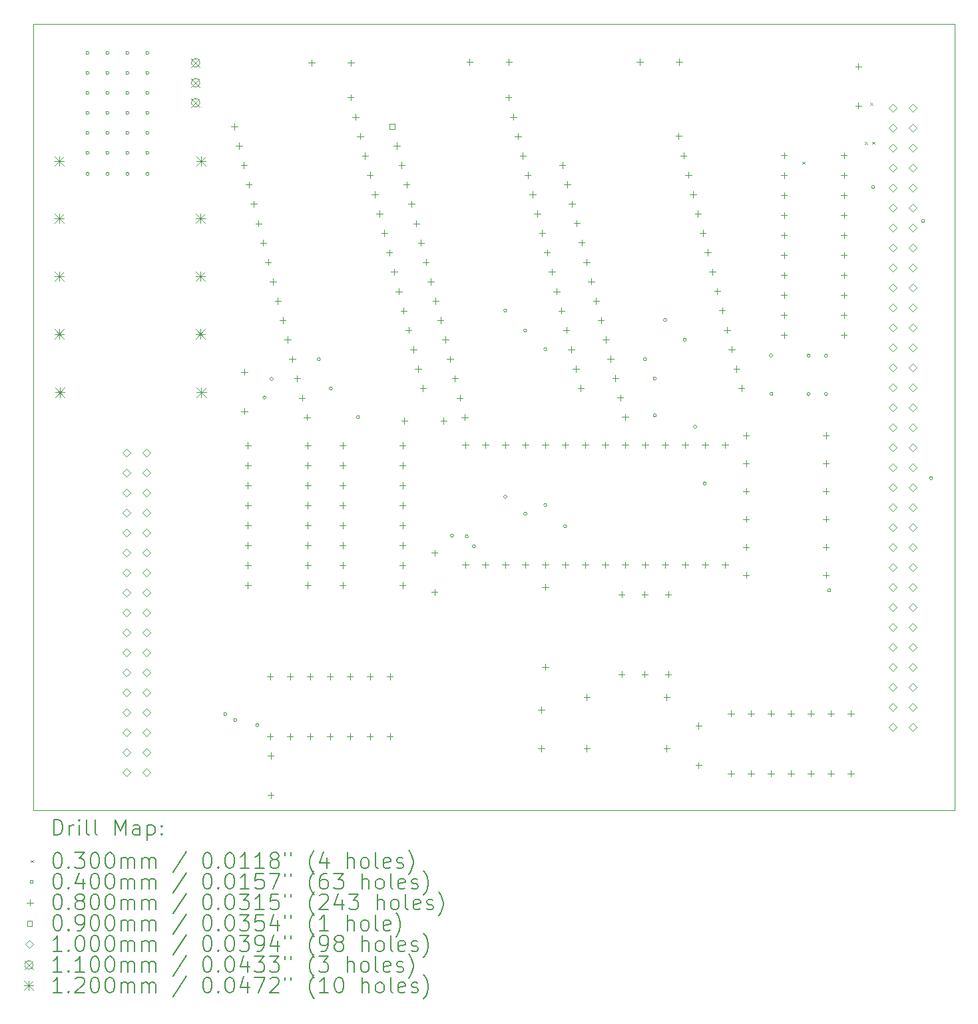
<source format=gbr>
%TF.GenerationSoftware,KiCad,Pcbnew,9.0.0*%
%TF.CreationDate,2025-03-11T15:52:01-04:00*%
%TF.ProjectId,BidenCard,42696465-6e43-4617-9264-2e6b69636164,rev?*%
%TF.SameCoordinates,Original*%
%TF.FileFunction,Drillmap*%
%TF.FilePolarity,Positive*%
%FSLAX45Y45*%
G04 Gerber Fmt 4.5, Leading zero omitted, Abs format (unit mm)*
G04 Created by KiCad (PCBNEW 9.0.0) date 2025-03-11 15:52:01*
%MOMM*%
%LPD*%
G01*
G04 APERTURE LIST*
%ADD10C,0.050000*%
%ADD11C,0.200000*%
%ADD12C,0.100000*%
%ADD13C,0.110000*%
%ADD14C,0.120000*%
G04 APERTURE END LIST*
D10*
X7262648Y-4243207D02*
X18977648Y-4243207D01*
X18977648Y-14243207D01*
X7262648Y-14243207D01*
X7262648Y-4243207D01*
D11*
D12*
X17041100Y-5992100D02*
X17071100Y-6022100D01*
X17071100Y-5992100D02*
X17041100Y-6022100D01*
X17839599Y-5740401D02*
X17869599Y-5770401D01*
X17869599Y-5740401D02*
X17839599Y-5770401D01*
X17904700Y-5242800D02*
X17934700Y-5272800D01*
X17934700Y-5242800D02*
X17904700Y-5272800D01*
X17930100Y-5738100D02*
X17960100Y-5768100D01*
X17960100Y-5738100D02*
X17930100Y-5768100D01*
X7970200Y-4610100D02*
G75*
G02*
X7930200Y-4610100I-20000J0D01*
G01*
X7930200Y-4610100D02*
G75*
G02*
X7970200Y-4610100I20000J0D01*
G01*
X7970200Y-4864100D02*
G75*
G02*
X7930200Y-4864100I-20000J0D01*
G01*
X7930200Y-4864100D02*
G75*
G02*
X7970200Y-4864100I20000J0D01*
G01*
X7970200Y-5118100D02*
G75*
G02*
X7930200Y-5118100I-20000J0D01*
G01*
X7930200Y-5118100D02*
G75*
G02*
X7970200Y-5118100I20000J0D01*
G01*
X7970200Y-5372100D02*
G75*
G02*
X7930200Y-5372100I-20000J0D01*
G01*
X7930200Y-5372100D02*
G75*
G02*
X7970200Y-5372100I20000J0D01*
G01*
X7970200Y-5626100D02*
G75*
G02*
X7930200Y-5626100I-20000J0D01*
G01*
X7930200Y-5626100D02*
G75*
G02*
X7970200Y-5626100I20000J0D01*
G01*
X7970200Y-5880100D02*
G75*
G02*
X7930200Y-5880100I-20000J0D01*
G01*
X7930200Y-5880100D02*
G75*
G02*
X7970200Y-5880100I20000J0D01*
G01*
X7970200Y-6146800D02*
G75*
G02*
X7930200Y-6146800I-20000J0D01*
G01*
X7930200Y-6146800D02*
G75*
G02*
X7970200Y-6146800I20000J0D01*
G01*
X8224200Y-4610100D02*
G75*
G02*
X8184200Y-4610100I-20000J0D01*
G01*
X8184200Y-4610100D02*
G75*
G02*
X8224200Y-4610100I20000J0D01*
G01*
X8224200Y-4864100D02*
G75*
G02*
X8184200Y-4864100I-20000J0D01*
G01*
X8184200Y-4864100D02*
G75*
G02*
X8224200Y-4864100I20000J0D01*
G01*
X8224200Y-5118100D02*
G75*
G02*
X8184200Y-5118100I-20000J0D01*
G01*
X8184200Y-5118100D02*
G75*
G02*
X8224200Y-5118100I20000J0D01*
G01*
X8224200Y-5372100D02*
G75*
G02*
X8184200Y-5372100I-20000J0D01*
G01*
X8184200Y-5372100D02*
G75*
G02*
X8224200Y-5372100I20000J0D01*
G01*
X8224200Y-5626100D02*
G75*
G02*
X8184200Y-5626100I-20000J0D01*
G01*
X8184200Y-5626100D02*
G75*
G02*
X8224200Y-5626100I20000J0D01*
G01*
X8224200Y-5880100D02*
G75*
G02*
X8184200Y-5880100I-20000J0D01*
G01*
X8184200Y-5880100D02*
G75*
G02*
X8224200Y-5880100I20000J0D01*
G01*
X8224200Y-6146800D02*
G75*
G02*
X8184200Y-6146800I-20000J0D01*
G01*
X8184200Y-6146800D02*
G75*
G02*
X8224200Y-6146800I20000J0D01*
G01*
X8478200Y-4610100D02*
G75*
G02*
X8438200Y-4610100I-20000J0D01*
G01*
X8438200Y-4610100D02*
G75*
G02*
X8478200Y-4610100I20000J0D01*
G01*
X8478200Y-4864100D02*
G75*
G02*
X8438200Y-4864100I-20000J0D01*
G01*
X8438200Y-4864100D02*
G75*
G02*
X8478200Y-4864100I20000J0D01*
G01*
X8478200Y-5118100D02*
G75*
G02*
X8438200Y-5118100I-20000J0D01*
G01*
X8438200Y-5118100D02*
G75*
G02*
X8478200Y-5118100I20000J0D01*
G01*
X8478200Y-5372100D02*
G75*
G02*
X8438200Y-5372100I-20000J0D01*
G01*
X8438200Y-5372100D02*
G75*
G02*
X8478200Y-5372100I20000J0D01*
G01*
X8478200Y-5626100D02*
G75*
G02*
X8438200Y-5626100I-20000J0D01*
G01*
X8438200Y-5626100D02*
G75*
G02*
X8478200Y-5626100I20000J0D01*
G01*
X8478200Y-5880100D02*
G75*
G02*
X8438200Y-5880100I-20000J0D01*
G01*
X8438200Y-5880100D02*
G75*
G02*
X8478200Y-5880100I20000J0D01*
G01*
X8478200Y-6146800D02*
G75*
G02*
X8438200Y-6146800I-20000J0D01*
G01*
X8438200Y-6146800D02*
G75*
G02*
X8478200Y-6146800I20000J0D01*
G01*
X8732200Y-4610100D02*
G75*
G02*
X8692200Y-4610100I-20000J0D01*
G01*
X8692200Y-4610100D02*
G75*
G02*
X8732200Y-4610100I20000J0D01*
G01*
X8732200Y-4864100D02*
G75*
G02*
X8692200Y-4864100I-20000J0D01*
G01*
X8692200Y-4864100D02*
G75*
G02*
X8732200Y-4864100I20000J0D01*
G01*
X8732200Y-5118100D02*
G75*
G02*
X8692200Y-5118100I-20000J0D01*
G01*
X8692200Y-5118100D02*
G75*
G02*
X8732200Y-5118100I20000J0D01*
G01*
X8732200Y-5372100D02*
G75*
G02*
X8692200Y-5372100I-20000J0D01*
G01*
X8692200Y-5372100D02*
G75*
G02*
X8732200Y-5372100I20000J0D01*
G01*
X8732200Y-5626100D02*
G75*
G02*
X8692200Y-5626100I-20000J0D01*
G01*
X8692200Y-5626100D02*
G75*
G02*
X8732200Y-5626100I20000J0D01*
G01*
X8732200Y-5880100D02*
G75*
G02*
X8692200Y-5880100I-20000J0D01*
G01*
X8692200Y-5880100D02*
G75*
G02*
X8732200Y-5880100I20000J0D01*
G01*
X8732200Y-6146800D02*
G75*
G02*
X8692200Y-6146800I-20000J0D01*
G01*
X8692200Y-6146800D02*
G75*
G02*
X8732200Y-6146800I20000J0D01*
G01*
X9722335Y-13017965D02*
G75*
G02*
X9682335Y-13017965I-20000J0D01*
G01*
X9682335Y-13017965D02*
G75*
G02*
X9722335Y-13017965I20000J0D01*
G01*
X9849800Y-13093700D02*
G75*
G02*
X9809800Y-13093700I-20000J0D01*
G01*
X9809800Y-13093700D02*
G75*
G02*
X9849800Y-13093700I20000J0D01*
G01*
X10129200Y-13157200D02*
G75*
G02*
X10089200Y-13157200I-20000J0D01*
G01*
X10089200Y-13157200D02*
G75*
G02*
X10129200Y-13157200I20000J0D01*
G01*
X10220640Y-8991600D02*
G75*
G02*
X10180640Y-8991600I-20000J0D01*
G01*
X10180640Y-8991600D02*
G75*
G02*
X10220640Y-8991600I20000J0D01*
G01*
X10312080Y-8752840D02*
G75*
G02*
X10272080Y-8752840I-20000J0D01*
G01*
X10272080Y-8752840D02*
G75*
G02*
X10312080Y-8752840I20000J0D01*
G01*
X10911520Y-8503920D02*
G75*
G02*
X10871520Y-8503920I-20000J0D01*
G01*
X10871520Y-8503920D02*
G75*
G02*
X10911520Y-8503920I20000J0D01*
G01*
X11063920Y-8874760D02*
G75*
G02*
X11023920Y-8874760I-20000J0D01*
G01*
X11023920Y-8874760D02*
G75*
G02*
X11063920Y-8874760I20000J0D01*
G01*
X11410000Y-9241399D02*
G75*
G02*
X11370000Y-9241399I-20000J0D01*
G01*
X11370000Y-9241399D02*
G75*
G02*
X11410000Y-9241399I20000J0D01*
G01*
X12606430Y-10744930D02*
G75*
G02*
X12566430Y-10744930I-20000J0D01*
G01*
X12566430Y-10744930D02*
G75*
G02*
X12606430Y-10744930I20000J0D01*
G01*
X12793660Y-10756900D02*
G75*
G02*
X12753660Y-10756900I-20000J0D01*
G01*
X12753660Y-10756900D02*
G75*
G02*
X12793660Y-10756900I20000J0D01*
G01*
X12885100Y-10883900D02*
G75*
G02*
X12845100Y-10883900I-20000J0D01*
G01*
X12845100Y-10883900D02*
G75*
G02*
X12885100Y-10883900I20000J0D01*
G01*
X13283880Y-7884160D02*
G75*
G02*
X13243880Y-7884160I-20000J0D01*
G01*
X13243880Y-7884160D02*
G75*
G02*
X13283880Y-7884160I20000J0D01*
G01*
X13283880Y-10251440D02*
G75*
G02*
X13243880Y-10251440I-20000J0D01*
G01*
X13243880Y-10251440D02*
G75*
G02*
X13283880Y-10251440I20000J0D01*
G01*
X13537880Y-8138160D02*
G75*
G02*
X13497880Y-8138160I-20000J0D01*
G01*
X13497880Y-8138160D02*
G75*
G02*
X13537880Y-8138160I20000J0D01*
G01*
X13537880Y-10469880D02*
G75*
G02*
X13497880Y-10469880I-20000J0D01*
G01*
X13497880Y-10469880D02*
G75*
G02*
X13537880Y-10469880I20000J0D01*
G01*
X13791880Y-8376920D02*
G75*
G02*
X13751880Y-8376920I-20000J0D01*
G01*
X13751880Y-8376920D02*
G75*
G02*
X13791880Y-8376920I20000J0D01*
G01*
X13791880Y-10358120D02*
G75*
G02*
X13751880Y-10358120I-20000J0D01*
G01*
X13751880Y-10358120D02*
G75*
G02*
X13791880Y-10358120I20000J0D01*
G01*
X14045880Y-10627360D02*
G75*
G02*
X14005880Y-10627360I-20000J0D01*
G01*
X14005880Y-10627360D02*
G75*
G02*
X14045880Y-10627360I20000J0D01*
G01*
X15060880Y-8504920D02*
G75*
G02*
X15020880Y-8504920I-20000J0D01*
G01*
X15020880Y-8504920D02*
G75*
G02*
X15060880Y-8504920I20000J0D01*
G01*
X15183800Y-8747760D02*
G75*
G02*
X15143800Y-8747760I-20000J0D01*
G01*
X15143800Y-8747760D02*
G75*
G02*
X15183800Y-8747760I20000J0D01*
G01*
X15185590Y-9216910D02*
G75*
G02*
X15145590Y-9216910I-20000J0D01*
G01*
X15145590Y-9216910D02*
G75*
G02*
X15185590Y-9216910I20000J0D01*
G01*
X15315880Y-8006080D02*
G75*
G02*
X15275880Y-8006080I-20000J0D01*
G01*
X15275880Y-8006080D02*
G75*
G02*
X15315880Y-8006080I20000J0D01*
G01*
X15564800Y-8255000D02*
G75*
G02*
X15524800Y-8255000I-20000J0D01*
G01*
X15524800Y-8255000D02*
G75*
G02*
X15564800Y-8255000I20000J0D01*
G01*
X15696880Y-9362440D02*
G75*
G02*
X15656880Y-9362440I-20000J0D01*
G01*
X15656880Y-9362440D02*
G75*
G02*
X15696880Y-9362440I20000J0D01*
G01*
X15818800Y-10083800D02*
G75*
G02*
X15778800Y-10083800I-20000J0D01*
G01*
X15778800Y-10083800D02*
G75*
G02*
X15818800Y-10083800I20000J0D01*
G01*
X16662080Y-8458200D02*
G75*
G02*
X16622080Y-8458200I-20000J0D01*
G01*
X16622080Y-8458200D02*
G75*
G02*
X16662080Y-8458200I20000J0D01*
G01*
X16667160Y-8943565D02*
G75*
G02*
X16627160Y-8943565I-20000J0D01*
G01*
X16627160Y-8943565D02*
G75*
G02*
X16667160Y-8943565I20000J0D01*
G01*
X17139600Y-8458200D02*
G75*
G02*
X17099600Y-8458200I-20000J0D01*
G01*
X17099600Y-8458200D02*
G75*
G02*
X17139600Y-8458200I20000J0D01*
G01*
X17139600Y-8945880D02*
G75*
G02*
X17099600Y-8945880I-20000J0D01*
G01*
X17099600Y-8945880D02*
G75*
G02*
X17139600Y-8945880I20000J0D01*
G01*
X17363120Y-8458200D02*
G75*
G02*
X17323120Y-8458200I-20000J0D01*
G01*
X17323120Y-8458200D02*
G75*
G02*
X17363120Y-8458200I20000J0D01*
G01*
X17363120Y-8945880D02*
G75*
G02*
X17323120Y-8945880I-20000J0D01*
G01*
X17323120Y-8945880D02*
G75*
G02*
X17363120Y-8945880I20000J0D01*
G01*
X17403760Y-11442707D02*
G75*
G02*
X17363760Y-11442707I-20000J0D01*
G01*
X17363760Y-11442707D02*
G75*
G02*
X17403760Y-11442707I20000J0D01*
G01*
X17962560Y-6314440D02*
G75*
G02*
X17922560Y-6314440I-20000J0D01*
G01*
X17922560Y-6314440D02*
G75*
G02*
X17962560Y-6314440I20000J0D01*
G01*
X18597560Y-6746240D02*
G75*
G02*
X18557560Y-6746240I-20000J0D01*
G01*
X18557560Y-6746240D02*
G75*
G02*
X18597560Y-6746240I20000J0D01*
G01*
X18699160Y-10017760D02*
G75*
G02*
X18659160Y-10017760I-20000J0D01*
G01*
X18659160Y-10017760D02*
G75*
G02*
X18699160Y-10017760I20000J0D01*
G01*
X9817808Y-5504572D02*
X9817808Y-5584572D01*
X9777808Y-5544572D02*
X9857808Y-5544572D01*
X9879257Y-5751027D02*
X9879257Y-5831027D01*
X9839257Y-5791027D02*
X9919257Y-5791027D01*
X9940705Y-5997482D02*
X9940705Y-6077482D01*
X9900705Y-6037482D02*
X9980705Y-6037482D01*
X9944100Y-8625400D02*
X9944100Y-8705400D01*
X9904100Y-8665400D02*
X9984100Y-8665400D01*
X9944100Y-9125400D02*
X9944100Y-9205400D01*
X9904100Y-9165400D02*
X9984100Y-9165400D01*
X9991360Y-9559700D02*
X9991360Y-9639700D01*
X9951360Y-9599700D02*
X10031360Y-9599700D01*
X9991360Y-9813700D02*
X9991360Y-9893700D01*
X9951360Y-9853700D02*
X10031360Y-9853700D01*
X9991360Y-10067700D02*
X9991360Y-10147700D01*
X9951360Y-10107700D02*
X10031360Y-10107700D01*
X9991360Y-10321700D02*
X9991360Y-10401700D01*
X9951360Y-10361700D02*
X10031360Y-10361700D01*
X9991360Y-10575700D02*
X9991360Y-10655700D01*
X9951360Y-10615700D02*
X10031360Y-10615700D01*
X9991360Y-10829700D02*
X9991360Y-10909700D01*
X9951360Y-10869700D02*
X10031360Y-10869700D01*
X9991360Y-11083700D02*
X9991360Y-11163700D01*
X9951360Y-11123700D02*
X10031360Y-11123700D01*
X9991360Y-11337700D02*
X9991360Y-11417700D01*
X9951360Y-11377700D02*
X10031360Y-11377700D01*
X10002153Y-6243937D02*
X10002153Y-6323937D01*
X9962153Y-6283937D02*
X10042153Y-6283937D01*
X10063601Y-6490393D02*
X10063601Y-6570393D01*
X10023601Y-6530393D02*
X10103601Y-6530393D01*
X10125049Y-6736848D02*
X10125049Y-6816848D01*
X10085049Y-6776848D02*
X10165049Y-6776848D01*
X10186497Y-6983303D02*
X10186497Y-7063303D01*
X10146497Y-7023303D02*
X10226497Y-7023303D01*
X10247945Y-7229758D02*
X10247945Y-7309758D01*
X10207945Y-7269758D02*
X10287945Y-7269758D01*
X10271260Y-12496440D02*
X10271260Y-12576440D01*
X10231260Y-12536440D02*
X10311260Y-12536440D01*
X10271260Y-13258440D02*
X10271260Y-13338440D01*
X10231260Y-13298440D02*
X10311260Y-13298440D01*
X10281920Y-13507280D02*
X10281920Y-13587280D01*
X10241920Y-13547280D02*
X10321920Y-13547280D01*
X10281920Y-14007280D02*
X10281920Y-14087280D01*
X10241920Y-14047280D02*
X10321920Y-14047280D01*
X10309394Y-7476213D02*
X10309394Y-7556213D01*
X10269394Y-7516213D02*
X10349394Y-7516213D01*
X10370842Y-7722668D02*
X10370842Y-7802668D01*
X10330842Y-7762668D02*
X10410842Y-7762668D01*
X10432290Y-7969123D02*
X10432290Y-8049123D01*
X10392290Y-8009123D02*
X10472290Y-8009123D01*
X10493738Y-8215578D02*
X10493738Y-8295578D01*
X10453738Y-8255578D02*
X10533738Y-8255578D01*
X10525260Y-12496440D02*
X10525260Y-12576440D01*
X10485260Y-12536440D02*
X10565260Y-12536440D01*
X10525260Y-13258440D02*
X10525260Y-13338440D01*
X10485260Y-13298440D02*
X10565260Y-13298440D01*
X10555186Y-8462034D02*
X10555186Y-8542034D01*
X10515186Y-8502034D02*
X10595186Y-8502034D01*
X10616634Y-8708489D02*
X10616634Y-8788489D01*
X10576634Y-8748489D02*
X10656634Y-8748489D01*
X10678083Y-8954944D02*
X10678083Y-9034944D01*
X10638083Y-8994944D02*
X10718083Y-8994944D01*
X10739531Y-9201399D02*
X10739531Y-9281399D01*
X10699531Y-9241399D02*
X10779531Y-9241399D01*
X10753360Y-9559700D02*
X10753360Y-9639700D01*
X10713360Y-9599700D02*
X10793360Y-9599700D01*
X10753360Y-9813700D02*
X10753360Y-9893700D01*
X10713360Y-9853700D02*
X10793360Y-9853700D01*
X10753360Y-10067700D02*
X10753360Y-10147700D01*
X10713360Y-10107700D02*
X10793360Y-10107700D01*
X10753360Y-10321700D02*
X10753360Y-10401700D01*
X10713360Y-10361700D02*
X10793360Y-10361700D01*
X10753360Y-10575700D02*
X10753360Y-10655700D01*
X10713360Y-10615700D02*
X10793360Y-10615700D01*
X10753360Y-10829700D02*
X10753360Y-10909700D01*
X10713360Y-10869700D02*
X10793360Y-10869700D01*
X10753360Y-11083700D02*
X10753360Y-11163700D01*
X10713360Y-11123700D02*
X10793360Y-11123700D01*
X10753360Y-11337700D02*
X10753360Y-11417700D01*
X10713360Y-11377700D02*
X10793360Y-11377700D01*
X10779260Y-12496440D02*
X10779260Y-12576440D01*
X10739260Y-12536440D02*
X10819260Y-12536440D01*
X10779260Y-13258440D02*
X10779260Y-13338440D01*
X10739260Y-13298440D02*
X10819260Y-13298440D01*
X10799000Y-4694560D02*
X10799000Y-4774560D01*
X10759000Y-4734560D02*
X10839000Y-4734560D01*
X11033260Y-12496440D02*
X11033260Y-12576440D01*
X10993260Y-12536440D02*
X11073260Y-12536440D01*
X11033260Y-13258440D02*
X11033260Y-13338440D01*
X10993260Y-13298440D02*
X11073260Y-13298440D01*
X11195320Y-9559700D02*
X11195320Y-9639700D01*
X11155320Y-9599700D02*
X11235320Y-9599700D01*
X11195320Y-9813700D02*
X11195320Y-9893700D01*
X11155320Y-9853700D02*
X11235320Y-9853700D01*
X11195320Y-10067700D02*
X11195320Y-10147700D01*
X11155320Y-10107700D02*
X11235320Y-10107700D01*
X11195320Y-10321700D02*
X11195320Y-10401700D01*
X11155320Y-10361700D02*
X11235320Y-10361700D01*
X11195320Y-10575700D02*
X11195320Y-10655700D01*
X11155320Y-10615700D02*
X11235320Y-10615700D01*
X11195320Y-10829700D02*
X11195320Y-10909700D01*
X11155320Y-10869700D02*
X11235320Y-10869700D01*
X11195320Y-11083700D02*
X11195320Y-11163700D01*
X11155320Y-11123700D02*
X11235320Y-11123700D01*
X11195320Y-11337700D02*
X11195320Y-11417700D01*
X11155320Y-11377700D02*
X11235320Y-11377700D01*
X11287260Y-12496440D02*
X11287260Y-12576440D01*
X11247260Y-12536440D02*
X11327260Y-12536440D01*
X11287260Y-13258440D02*
X11287260Y-13338440D01*
X11247260Y-13298440D02*
X11327260Y-13298440D01*
X11296539Y-5135883D02*
X11296539Y-5215883D01*
X11256539Y-5175883D02*
X11336539Y-5175883D01*
X11299000Y-4694560D02*
X11299000Y-4774560D01*
X11259000Y-4734560D02*
X11339000Y-4734560D01*
X11357987Y-5382338D02*
X11357987Y-5462338D01*
X11317987Y-5422338D02*
X11397987Y-5422338D01*
X11419435Y-5628793D02*
X11419435Y-5708793D01*
X11379435Y-5668793D02*
X11459435Y-5668793D01*
X11480883Y-5875248D02*
X11480883Y-5955248D01*
X11440883Y-5915248D02*
X11520883Y-5915248D01*
X11541260Y-12496440D02*
X11541260Y-12576440D01*
X11501260Y-12536440D02*
X11581260Y-12536440D01*
X11541260Y-13258440D02*
X11541260Y-13338440D01*
X11501260Y-13298440D02*
X11581260Y-13298440D01*
X11542332Y-6121704D02*
X11542332Y-6201704D01*
X11502332Y-6161704D02*
X11582332Y-6161704D01*
X11603780Y-6368159D02*
X11603780Y-6448159D01*
X11563780Y-6408159D02*
X11643780Y-6408159D01*
X11665228Y-6614614D02*
X11665228Y-6694614D01*
X11625228Y-6654614D02*
X11705228Y-6654614D01*
X11726676Y-6861069D02*
X11726676Y-6941069D01*
X11686676Y-6901069D02*
X11766676Y-6901069D01*
X11788124Y-7107524D02*
X11788124Y-7187524D01*
X11748124Y-7147524D02*
X11828124Y-7147524D01*
X11795260Y-12496440D02*
X11795260Y-12576440D01*
X11755260Y-12536440D02*
X11835260Y-12536440D01*
X11795260Y-13258440D02*
X11795260Y-13338440D01*
X11755260Y-13298440D02*
X11835260Y-13298440D01*
X11849572Y-7353979D02*
X11849572Y-7433979D01*
X11809572Y-7393979D02*
X11889572Y-7393979D01*
X11885856Y-5751027D02*
X11885856Y-5831027D01*
X11845856Y-5791027D02*
X11925856Y-5791027D01*
X11911021Y-7600434D02*
X11911021Y-7680434D01*
X11871021Y-7640434D02*
X11951021Y-7640434D01*
X11947305Y-5997482D02*
X11947305Y-6077482D01*
X11907305Y-6037482D02*
X11987305Y-6037482D01*
X11957320Y-9559700D02*
X11957320Y-9639700D01*
X11917320Y-9599700D02*
X11997320Y-9599700D01*
X11957320Y-9813700D02*
X11957320Y-9893700D01*
X11917320Y-9853700D02*
X11997320Y-9853700D01*
X11957320Y-10067700D02*
X11957320Y-10147700D01*
X11917320Y-10107700D02*
X11997320Y-10107700D01*
X11957320Y-10321700D02*
X11957320Y-10401700D01*
X11917320Y-10361700D02*
X11997320Y-10361700D01*
X11957320Y-10575700D02*
X11957320Y-10655700D01*
X11917320Y-10615700D02*
X11997320Y-10615700D01*
X11957320Y-10829700D02*
X11957320Y-10909700D01*
X11917320Y-10869700D02*
X11997320Y-10869700D01*
X11957320Y-11083700D02*
X11957320Y-11163700D01*
X11917320Y-11123700D02*
X11997320Y-11123700D01*
X11957320Y-11337700D02*
X11957320Y-11417700D01*
X11917320Y-11377700D02*
X11997320Y-11377700D01*
X11972469Y-7846889D02*
X11972469Y-7926889D01*
X11932469Y-7886889D02*
X12012469Y-7886889D01*
X11980100Y-9246240D02*
X11980100Y-9326240D01*
X11940100Y-9286240D02*
X12020100Y-9286240D01*
X12008753Y-6243937D02*
X12008753Y-6323937D01*
X11968753Y-6283937D02*
X12048753Y-6283937D01*
X12033917Y-8093344D02*
X12033917Y-8173344D01*
X11993917Y-8133344D02*
X12073917Y-8133344D01*
X12070201Y-6490393D02*
X12070201Y-6570393D01*
X12030201Y-6530393D02*
X12110201Y-6530393D01*
X12095365Y-8339800D02*
X12095365Y-8419800D01*
X12055365Y-8379800D02*
X12135365Y-8379800D01*
X12131649Y-6736848D02*
X12131649Y-6816848D01*
X12091649Y-6776848D02*
X12171649Y-6776848D01*
X12156813Y-8586255D02*
X12156813Y-8666255D01*
X12116813Y-8626255D02*
X12196813Y-8626255D01*
X12193097Y-6983303D02*
X12193097Y-7063303D01*
X12153097Y-7023303D02*
X12233097Y-7023303D01*
X12218261Y-8832710D02*
X12218261Y-8912710D01*
X12178261Y-8872710D02*
X12258261Y-8872710D01*
X12254545Y-7229758D02*
X12254545Y-7309758D01*
X12214545Y-7269758D02*
X12294545Y-7269758D01*
X12315994Y-7476213D02*
X12315994Y-7556213D01*
X12275994Y-7516213D02*
X12355994Y-7516213D01*
X12364720Y-10926640D02*
X12364720Y-11006640D01*
X12324720Y-10966640D02*
X12404720Y-10966640D01*
X12364720Y-11426640D02*
X12364720Y-11506640D01*
X12324720Y-11466640D02*
X12404720Y-11466640D01*
X12377442Y-7722668D02*
X12377442Y-7802668D01*
X12337442Y-7762668D02*
X12417442Y-7762668D01*
X12438890Y-7969123D02*
X12438890Y-8049123D01*
X12398890Y-8009123D02*
X12478890Y-8009123D01*
X12480100Y-9246240D02*
X12480100Y-9326240D01*
X12440100Y-9286240D02*
X12520100Y-9286240D01*
X12500338Y-8215578D02*
X12500338Y-8295578D01*
X12460338Y-8255578D02*
X12540338Y-8255578D01*
X12561786Y-8462034D02*
X12561786Y-8542034D01*
X12521786Y-8502034D02*
X12601786Y-8502034D01*
X12623234Y-8708489D02*
X12623234Y-8788489D01*
X12583234Y-8748489D02*
X12663234Y-8748489D01*
X12684683Y-8954944D02*
X12684683Y-9034944D01*
X12644683Y-8994944D02*
X12724683Y-8994944D01*
X12746131Y-9201399D02*
X12746131Y-9281399D01*
X12706131Y-9241399D02*
X12786131Y-9241399D01*
X12754880Y-9555620D02*
X12754880Y-9635620D01*
X12714880Y-9595620D02*
X12794880Y-9595620D01*
X12754880Y-11079620D02*
X12754880Y-11159620D01*
X12714880Y-11119620D02*
X12794880Y-11119620D01*
X12810680Y-4684400D02*
X12810680Y-4764400D01*
X12770680Y-4724400D02*
X12850680Y-4724400D01*
X13008880Y-9555620D02*
X13008880Y-9635620D01*
X12968880Y-9595620D02*
X13048880Y-9595620D01*
X13008880Y-11079620D02*
X13008880Y-11159620D01*
X12968880Y-11119620D02*
X13048880Y-11119620D01*
X13262880Y-9555620D02*
X13262880Y-9635620D01*
X13222880Y-9595620D02*
X13302880Y-9595620D01*
X13262880Y-11079620D02*
X13262880Y-11159620D01*
X13222880Y-11119620D02*
X13302880Y-11119620D01*
X13303139Y-5135883D02*
X13303139Y-5215883D01*
X13263139Y-5175883D02*
X13343139Y-5175883D01*
X13310680Y-4684400D02*
X13310680Y-4764400D01*
X13270680Y-4724400D02*
X13350680Y-4724400D01*
X13364587Y-5382338D02*
X13364587Y-5462338D01*
X13324587Y-5422338D02*
X13404587Y-5422338D01*
X13426035Y-5628793D02*
X13426035Y-5708793D01*
X13386035Y-5668793D02*
X13466035Y-5668793D01*
X13487483Y-5875248D02*
X13487483Y-5955248D01*
X13447483Y-5915248D02*
X13527483Y-5915248D01*
X13516880Y-9555620D02*
X13516880Y-9635620D01*
X13476880Y-9595620D02*
X13556880Y-9595620D01*
X13516880Y-11079620D02*
X13516880Y-11159620D01*
X13476880Y-11119620D02*
X13556880Y-11119620D01*
X13548932Y-6121704D02*
X13548932Y-6201704D01*
X13508932Y-6161704D02*
X13588932Y-6161704D01*
X13610380Y-6368159D02*
X13610380Y-6448159D01*
X13570380Y-6408159D02*
X13650380Y-6408159D01*
X13671828Y-6614614D02*
X13671828Y-6694614D01*
X13631828Y-6654614D02*
X13711828Y-6654614D01*
X13721080Y-12923000D02*
X13721080Y-13003000D01*
X13681080Y-12963000D02*
X13761080Y-12963000D01*
X13721080Y-13413000D02*
X13721080Y-13493000D01*
X13681080Y-13453000D02*
X13761080Y-13453000D01*
X13733276Y-6861069D02*
X13733276Y-6941069D01*
X13693276Y-6901069D02*
X13773276Y-6901069D01*
X13770880Y-9555620D02*
X13770880Y-9635620D01*
X13730880Y-9595620D02*
X13810880Y-9595620D01*
X13770880Y-11079620D02*
X13770880Y-11159620D01*
X13730880Y-11119620D02*
X13810880Y-11119620D01*
X13771880Y-11359520D02*
X13771880Y-11439520D01*
X13731880Y-11399520D02*
X13811880Y-11399520D01*
X13771880Y-12375520D02*
X13771880Y-12455520D01*
X13731880Y-12415520D02*
X13811880Y-12415520D01*
X13794724Y-7107524D02*
X13794724Y-7187524D01*
X13754724Y-7147524D02*
X13834724Y-7147524D01*
X13856172Y-7353979D02*
X13856172Y-7433979D01*
X13816172Y-7393979D02*
X13896172Y-7393979D01*
X13917621Y-7600434D02*
X13917621Y-7680434D01*
X13877621Y-7640434D02*
X13957621Y-7640434D01*
X13979069Y-7846889D02*
X13979069Y-7926889D01*
X13939069Y-7886889D02*
X14019069Y-7886889D01*
X13989218Y-5995837D02*
X13989218Y-6075837D01*
X13949218Y-6035837D02*
X14029218Y-6035837D01*
X14024880Y-9555620D02*
X14024880Y-9635620D01*
X13984880Y-9595620D02*
X14064880Y-9595620D01*
X14024880Y-11079620D02*
X14024880Y-11159620D01*
X13984880Y-11119620D02*
X14064880Y-11119620D01*
X14040517Y-8093344D02*
X14040517Y-8173344D01*
X14000517Y-8133344D02*
X14080517Y-8133344D01*
X14050667Y-6242293D02*
X14050667Y-6322293D01*
X14010667Y-6282293D02*
X14090667Y-6282293D01*
X14101965Y-8339800D02*
X14101965Y-8419800D01*
X14061965Y-8379800D02*
X14141965Y-8379800D01*
X14112115Y-6488748D02*
X14112115Y-6568748D01*
X14072115Y-6528748D02*
X14152115Y-6528748D01*
X14163413Y-8586255D02*
X14163413Y-8666255D01*
X14123413Y-8626255D02*
X14203413Y-8626255D01*
X14173563Y-6735203D02*
X14173563Y-6815203D01*
X14133563Y-6775203D02*
X14213563Y-6775203D01*
X14224861Y-8832710D02*
X14224861Y-8912710D01*
X14184861Y-8872710D02*
X14264861Y-8872710D01*
X14235011Y-6981658D02*
X14235011Y-7061658D01*
X14195011Y-7021658D02*
X14275011Y-7021658D01*
X14278880Y-9555620D02*
X14278880Y-9635620D01*
X14238880Y-9595620D02*
X14318880Y-9595620D01*
X14278880Y-11079620D02*
X14278880Y-11159620D01*
X14238880Y-11119620D02*
X14318880Y-11119620D01*
X14296459Y-7228113D02*
X14296459Y-7308113D01*
X14256459Y-7268113D02*
X14336459Y-7268113D01*
X14300200Y-12761600D02*
X14300200Y-12841600D01*
X14260200Y-12801600D02*
X14340200Y-12801600D01*
X14300200Y-13411840D02*
X14300200Y-13491840D01*
X14260200Y-13451840D02*
X14340200Y-13451840D01*
X14357907Y-7474568D02*
X14357907Y-7554568D01*
X14317907Y-7514568D02*
X14397907Y-7514568D01*
X14419355Y-7721023D02*
X14419355Y-7801023D01*
X14379355Y-7761023D02*
X14459355Y-7761023D01*
X14480804Y-7967478D02*
X14480804Y-8047478D01*
X14440804Y-8007478D02*
X14520804Y-8007478D01*
X14532880Y-9555620D02*
X14532880Y-9635620D01*
X14492880Y-9595620D02*
X14572880Y-9595620D01*
X14532880Y-11079620D02*
X14532880Y-11159620D01*
X14492880Y-11119620D02*
X14572880Y-11119620D01*
X14542252Y-8213933D02*
X14542252Y-8293933D01*
X14502252Y-8253933D02*
X14582252Y-8253933D01*
X14603700Y-8460389D02*
X14603700Y-8540389D01*
X14563700Y-8500389D02*
X14643700Y-8500389D01*
X14665148Y-8706844D02*
X14665148Y-8786844D01*
X14625148Y-8746844D02*
X14705148Y-8746844D01*
X14726596Y-8953299D02*
X14726596Y-9033299D01*
X14686596Y-8993299D02*
X14766596Y-8993299D01*
X14742160Y-11453500D02*
X14742160Y-11533500D01*
X14702160Y-11493500D02*
X14782160Y-11493500D01*
X14742160Y-12469500D02*
X14742160Y-12549500D01*
X14702160Y-12509500D02*
X14782160Y-12509500D01*
X14786880Y-9555620D02*
X14786880Y-9635620D01*
X14746880Y-9595620D02*
X14826880Y-9595620D01*
X14786880Y-11079620D02*
X14786880Y-11159620D01*
X14746880Y-11119620D02*
X14826880Y-11119620D01*
X14788044Y-9199754D02*
X14788044Y-9279754D01*
X14748044Y-9239754D02*
X14828044Y-9239754D01*
X14974760Y-4684400D02*
X14974760Y-4764400D01*
X14934760Y-4724400D02*
X15014760Y-4724400D01*
X15036800Y-11453500D02*
X15036800Y-11533500D01*
X14996800Y-11493500D02*
X15076800Y-11493500D01*
X15036800Y-12469500D02*
X15036800Y-12549500D01*
X14996800Y-12509500D02*
X15076800Y-12509500D01*
X15040880Y-9555620D02*
X15040880Y-9635620D01*
X15000880Y-9595620D02*
X15080880Y-9595620D01*
X15040880Y-11079620D02*
X15040880Y-11159620D01*
X15000880Y-11119620D02*
X15080880Y-11119620D01*
X15294880Y-9555620D02*
X15294880Y-9635620D01*
X15254880Y-9595620D02*
X15334880Y-9595620D01*
X15294880Y-11079620D02*
X15294880Y-11159620D01*
X15254880Y-11119620D02*
X15334880Y-11119620D01*
X15316200Y-12761600D02*
X15316200Y-12841600D01*
X15276200Y-12801600D02*
X15356200Y-12801600D01*
X15316200Y-13411840D02*
X15316200Y-13491840D01*
X15276200Y-13451840D02*
X15356200Y-13451840D01*
X15336520Y-11453500D02*
X15336520Y-11533500D01*
X15296520Y-11493500D02*
X15376520Y-11493500D01*
X15336520Y-12469500D02*
X15336520Y-12549500D01*
X15296520Y-12509500D02*
X15376520Y-12509500D01*
X15467949Y-5627148D02*
X15467949Y-5707148D01*
X15427949Y-5667148D02*
X15507949Y-5667148D01*
X15474760Y-4684400D02*
X15474760Y-4764400D01*
X15434760Y-4724400D02*
X15514760Y-4724400D01*
X15529397Y-5873603D02*
X15529397Y-5953603D01*
X15489397Y-5913603D02*
X15569397Y-5913603D01*
X15548880Y-9555620D02*
X15548880Y-9635620D01*
X15508880Y-9595620D02*
X15588880Y-9595620D01*
X15548880Y-11079620D02*
X15548880Y-11159620D01*
X15508880Y-11119620D02*
X15588880Y-11119620D01*
X15590845Y-6120059D02*
X15590845Y-6200059D01*
X15550845Y-6160059D02*
X15630845Y-6160059D01*
X15652294Y-6366514D02*
X15652294Y-6446514D01*
X15612294Y-6406514D02*
X15692294Y-6406514D01*
X15713742Y-6612969D02*
X15713742Y-6692969D01*
X15673742Y-6652969D02*
X15753742Y-6652969D01*
X15722600Y-13126280D02*
X15722600Y-13206280D01*
X15682600Y-13166280D02*
X15762600Y-13166280D01*
X15722600Y-13626280D02*
X15722600Y-13706280D01*
X15682600Y-13666280D02*
X15762600Y-13666280D01*
X15775190Y-6859424D02*
X15775190Y-6939424D01*
X15735190Y-6899424D02*
X15815190Y-6899424D01*
X15802880Y-9555620D02*
X15802880Y-9635620D01*
X15762880Y-9595620D02*
X15842880Y-9595620D01*
X15802880Y-11079620D02*
X15802880Y-11159620D01*
X15762880Y-11119620D02*
X15842880Y-11119620D01*
X15836638Y-7105879D02*
X15836638Y-7185879D01*
X15796638Y-7145879D02*
X15876638Y-7145879D01*
X15898086Y-7352334D02*
X15898086Y-7432334D01*
X15858086Y-7392334D02*
X15938086Y-7392334D01*
X15959534Y-7598789D02*
X15959534Y-7678789D01*
X15919534Y-7638789D02*
X15999534Y-7638789D01*
X16020982Y-7845245D02*
X16020982Y-7925245D01*
X15980982Y-7885245D02*
X16060982Y-7885245D01*
X16056880Y-9555620D02*
X16056880Y-9635620D01*
X16016880Y-9595620D02*
X16096880Y-9595620D01*
X16056880Y-11079620D02*
X16056880Y-11159620D01*
X16016880Y-11119620D02*
X16096880Y-11119620D01*
X16082431Y-8091700D02*
X16082431Y-8171700D01*
X16042431Y-8131700D02*
X16122431Y-8131700D01*
X16133580Y-12968880D02*
X16133580Y-13048880D01*
X16093580Y-13008880D02*
X16173580Y-13008880D01*
X16133580Y-13730880D02*
X16133580Y-13810880D01*
X16093580Y-13770880D02*
X16173580Y-13770880D01*
X16143879Y-8338155D02*
X16143879Y-8418155D01*
X16103879Y-8378155D02*
X16183879Y-8378155D01*
X16205327Y-8584610D02*
X16205327Y-8664610D01*
X16165327Y-8624610D02*
X16245327Y-8624610D01*
X16266775Y-8831065D02*
X16266775Y-8911065D01*
X16226775Y-8871065D02*
X16306775Y-8871065D01*
X16327120Y-9432120D02*
X16327120Y-9512120D01*
X16287120Y-9472120D02*
X16367120Y-9472120D01*
X16327120Y-9787120D02*
X16327120Y-9867120D01*
X16287120Y-9827120D02*
X16367120Y-9827120D01*
X16327120Y-10142120D02*
X16327120Y-10222120D01*
X16287120Y-10182120D02*
X16367120Y-10182120D01*
X16327120Y-10497120D02*
X16327120Y-10577120D01*
X16287120Y-10537120D02*
X16367120Y-10537120D01*
X16327120Y-10852120D02*
X16327120Y-10932120D01*
X16287120Y-10892120D02*
X16367120Y-10892120D01*
X16327120Y-11207120D02*
X16327120Y-11287120D01*
X16287120Y-11247120D02*
X16367120Y-11247120D01*
X16387580Y-12968880D02*
X16387580Y-13048880D01*
X16347580Y-13008880D02*
X16427580Y-13008880D01*
X16387580Y-13730880D02*
X16387580Y-13810880D01*
X16347580Y-13770880D02*
X16427580Y-13770880D01*
X16641580Y-12968880D02*
X16641580Y-13048880D01*
X16601580Y-13008880D02*
X16681580Y-13008880D01*
X16641580Y-13730880D02*
X16641580Y-13810880D01*
X16601580Y-13770880D02*
X16681580Y-13770880D01*
X16808720Y-5872620D02*
X16808720Y-5952620D01*
X16768720Y-5912620D02*
X16848720Y-5912620D01*
X16808720Y-6126620D02*
X16808720Y-6206620D01*
X16768720Y-6166620D02*
X16848720Y-6166620D01*
X16808720Y-6380620D02*
X16808720Y-6460620D01*
X16768720Y-6420620D02*
X16848720Y-6420620D01*
X16808720Y-6634620D02*
X16808720Y-6714620D01*
X16768720Y-6674620D02*
X16848720Y-6674620D01*
X16808720Y-6888620D02*
X16808720Y-6968620D01*
X16768720Y-6928620D02*
X16848720Y-6928620D01*
X16808720Y-7142620D02*
X16808720Y-7222620D01*
X16768720Y-7182620D02*
X16848720Y-7182620D01*
X16808720Y-7396620D02*
X16808720Y-7476620D01*
X16768720Y-7436620D02*
X16848720Y-7436620D01*
X16808720Y-7650620D02*
X16808720Y-7730620D01*
X16768720Y-7690620D02*
X16848720Y-7690620D01*
X16808720Y-7904620D02*
X16808720Y-7984620D01*
X16768720Y-7944620D02*
X16848720Y-7944620D01*
X16808720Y-8158620D02*
X16808720Y-8238620D01*
X16768720Y-8198620D02*
X16848720Y-8198620D01*
X16895580Y-12968880D02*
X16895580Y-13048880D01*
X16855580Y-13008880D02*
X16935580Y-13008880D01*
X16895580Y-13730880D02*
X16895580Y-13810880D01*
X16855580Y-13770880D02*
X16935580Y-13770880D01*
X17149580Y-12968880D02*
X17149580Y-13048880D01*
X17109580Y-13008880D02*
X17189580Y-13008880D01*
X17149580Y-13730880D02*
X17149580Y-13810880D01*
X17109580Y-13770880D02*
X17189580Y-13770880D01*
X17343120Y-9432120D02*
X17343120Y-9512120D01*
X17303120Y-9472120D02*
X17383120Y-9472120D01*
X17343120Y-9787120D02*
X17343120Y-9867120D01*
X17303120Y-9827120D02*
X17383120Y-9827120D01*
X17343120Y-10142120D02*
X17343120Y-10222120D01*
X17303120Y-10182120D02*
X17383120Y-10182120D01*
X17343120Y-10497120D02*
X17343120Y-10577120D01*
X17303120Y-10537120D02*
X17383120Y-10537120D01*
X17343120Y-10852120D02*
X17343120Y-10932120D01*
X17303120Y-10892120D02*
X17383120Y-10892120D01*
X17343120Y-11207120D02*
X17343120Y-11287120D01*
X17303120Y-11247120D02*
X17383120Y-11247120D01*
X17403580Y-12968880D02*
X17403580Y-13048880D01*
X17363580Y-13008880D02*
X17443580Y-13008880D01*
X17403580Y-13730880D02*
X17403580Y-13810880D01*
X17363580Y-13770880D02*
X17443580Y-13770880D01*
X17570720Y-5872620D02*
X17570720Y-5952620D01*
X17530720Y-5912620D02*
X17610720Y-5912620D01*
X17570720Y-6126620D02*
X17570720Y-6206620D01*
X17530720Y-6166620D02*
X17610720Y-6166620D01*
X17570720Y-6380620D02*
X17570720Y-6460620D01*
X17530720Y-6420620D02*
X17610720Y-6420620D01*
X17570720Y-6634620D02*
X17570720Y-6714620D01*
X17530720Y-6674620D02*
X17610720Y-6674620D01*
X17570720Y-6888620D02*
X17570720Y-6968620D01*
X17530720Y-6928620D02*
X17610720Y-6928620D01*
X17570720Y-7142620D02*
X17570720Y-7222620D01*
X17530720Y-7182620D02*
X17610720Y-7182620D01*
X17570720Y-7396620D02*
X17570720Y-7476620D01*
X17530720Y-7436620D02*
X17610720Y-7436620D01*
X17570720Y-7650620D02*
X17570720Y-7730620D01*
X17530720Y-7690620D02*
X17610720Y-7690620D01*
X17570720Y-7904620D02*
X17570720Y-7984620D01*
X17530720Y-7944620D02*
X17610720Y-7944620D01*
X17570720Y-8158620D02*
X17570720Y-8238620D01*
X17530720Y-8198620D02*
X17610720Y-8198620D01*
X17657580Y-12968880D02*
X17657580Y-13048880D01*
X17617580Y-13008880D02*
X17697580Y-13008880D01*
X17657580Y-13730880D02*
X17657580Y-13810880D01*
X17617580Y-13770880D02*
X17697580Y-13770880D01*
X17754600Y-4739200D02*
X17754600Y-4819200D01*
X17714600Y-4779200D02*
X17794600Y-4779200D01*
X17754600Y-5239200D02*
X17754600Y-5319200D01*
X17714600Y-5279200D02*
X17794600Y-5279200D01*
X11856228Y-5576392D02*
X11856228Y-5512752D01*
X11792588Y-5512752D01*
X11792588Y-5576392D01*
X11856228Y-5576392D01*
X8445500Y-9740100D02*
X8495500Y-9690100D01*
X8445500Y-9640100D01*
X8395500Y-9690100D01*
X8445500Y-9740100D01*
X8445500Y-9994100D02*
X8495500Y-9944100D01*
X8445500Y-9894100D01*
X8395500Y-9944100D01*
X8445500Y-9994100D01*
X8445500Y-10248100D02*
X8495500Y-10198100D01*
X8445500Y-10148100D01*
X8395500Y-10198100D01*
X8445500Y-10248100D01*
X8445500Y-10502100D02*
X8495500Y-10452100D01*
X8445500Y-10402100D01*
X8395500Y-10452100D01*
X8445500Y-10502100D01*
X8445500Y-10756100D02*
X8495500Y-10706100D01*
X8445500Y-10656100D01*
X8395500Y-10706100D01*
X8445500Y-10756100D01*
X8445500Y-11010100D02*
X8495500Y-10960100D01*
X8445500Y-10910100D01*
X8395500Y-10960100D01*
X8445500Y-11010100D01*
X8445500Y-11264100D02*
X8495500Y-11214100D01*
X8445500Y-11164100D01*
X8395500Y-11214100D01*
X8445500Y-11264100D01*
X8445500Y-11518100D02*
X8495500Y-11468100D01*
X8445500Y-11418100D01*
X8395500Y-11468100D01*
X8445500Y-11518100D01*
X8445500Y-11772100D02*
X8495500Y-11722100D01*
X8445500Y-11672100D01*
X8395500Y-11722100D01*
X8445500Y-11772100D01*
X8445500Y-12026100D02*
X8495500Y-11976100D01*
X8445500Y-11926100D01*
X8395500Y-11976100D01*
X8445500Y-12026100D01*
X8445500Y-12280100D02*
X8495500Y-12230100D01*
X8445500Y-12180100D01*
X8395500Y-12230100D01*
X8445500Y-12280100D01*
X8445500Y-12534100D02*
X8495500Y-12484100D01*
X8445500Y-12434100D01*
X8395500Y-12484100D01*
X8445500Y-12534100D01*
X8445500Y-12788100D02*
X8495500Y-12738100D01*
X8445500Y-12688100D01*
X8395500Y-12738100D01*
X8445500Y-12788100D01*
X8445500Y-13042100D02*
X8495500Y-12992100D01*
X8445500Y-12942100D01*
X8395500Y-12992100D01*
X8445500Y-13042100D01*
X8445500Y-13296100D02*
X8495500Y-13246100D01*
X8445500Y-13196100D01*
X8395500Y-13246100D01*
X8445500Y-13296100D01*
X8445500Y-13550100D02*
X8495500Y-13500100D01*
X8445500Y-13450100D01*
X8395500Y-13500100D01*
X8445500Y-13550100D01*
X8445500Y-13804100D02*
X8495500Y-13754100D01*
X8445500Y-13704100D01*
X8395500Y-13754100D01*
X8445500Y-13804100D01*
X8699500Y-9740100D02*
X8749500Y-9690100D01*
X8699500Y-9640100D01*
X8649500Y-9690100D01*
X8699500Y-9740100D01*
X8699500Y-9994100D02*
X8749500Y-9944100D01*
X8699500Y-9894100D01*
X8649500Y-9944100D01*
X8699500Y-9994100D01*
X8699500Y-10248100D02*
X8749500Y-10198100D01*
X8699500Y-10148100D01*
X8649500Y-10198100D01*
X8699500Y-10248100D01*
X8699500Y-10502100D02*
X8749500Y-10452100D01*
X8699500Y-10402100D01*
X8649500Y-10452100D01*
X8699500Y-10502100D01*
X8699500Y-10756100D02*
X8749500Y-10706100D01*
X8699500Y-10656100D01*
X8649500Y-10706100D01*
X8699500Y-10756100D01*
X8699500Y-11010100D02*
X8749500Y-10960100D01*
X8699500Y-10910100D01*
X8649500Y-10960100D01*
X8699500Y-11010100D01*
X8699500Y-11264100D02*
X8749500Y-11214100D01*
X8699500Y-11164100D01*
X8649500Y-11214100D01*
X8699500Y-11264100D01*
X8699500Y-11518100D02*
X8749500Y-11468100D01*
X8699500Y-11418100D01*
X8649500Y-11468100D01*
X8699500Y-11518100D01*
X8699500Y-11772100D02*
X8749500Y-11722100D01*
X8699500Y-11672100D01*
X8649500Y-11722100D01*
X8699500Y-11772100D01*
X8699500Y-12026100D02*
X8749500Y-11976100D01*
X8699500Y-11926100D01*
X8649500Y-11976100D01*
X8699500Y-12026100D01*
X8699500Y-12280100D02*
X8749500Y-12230100D01*
X8699500Y-12180100D01*
X8649500Y-12230100D01*
X8699500Y-12280100D01*
X8699500Y-12534100D02*
X8749500Y-12484100D01*
X8699500Y-12434100D01*
X8649500Y-12484100D01*
X8699500Y-12534100D01*
X8699500Y-12788100D02*
X8749500Y-12738100D01*
X8699500Y-12688100D01*
X8649500Y-12738100D01*
X8699500Y-12788100D01*
X8699500Y-13042100D02*
X8749500Y-12992100D01*
X8699500Y-12942100D01*
X8649500Y-12992100D01*
X8699500Y-13042100D01*
X8699500Y-13296100D02*
X8749500Y-13246100D01*
X8699500Y-13196100D01*
X8649500Y-13246100D01*
X8699500Y-13296100D01*
X8699500Y-13550100D02*
X8749500Y-13500100D01*
X8699500Y-13450100D01*
X8649500Y-13500100D01*
X8699500Y-13550100D01*
X8699500Y-13804100D02*
X8749500Y-13754100D01*
X8699500Y-13704100D01*
X8649500Y-13754100D01*
X8699500Y-13804100D01*
X18194148Y-5359207D02*
X18244148Y-5309207D01*
X18194148Y-5259207D01*
X18144148Y-5309207D01*
X18194148Y-5359207D01*
X18194148Y-5613207D02*
X18244148Y-5563207D01*
X18194148Y-5513207D01*
X18144148Y-5563207D01*
X18194148Y-5613207D01*
X18194148Y-5867207D02*
X18244148Y-5817207D01*
X18194148Y-5767207D01*
X18144148Y-5817207D01*
X18194148Y-5867207D01*
X18194148Y-6121207D02*
X18244148Y-6071207D01*
X18194148Y-6021207D01*
X18144148Y-6071207D01*
X18194148Y-6121207D01*
X18194148Y-6375207D02*
X18244148Y-6325207D01*
X18194148Y-6275207D01*
X18144148Y-6325207D01*
X18194148Y-6375207D01*
X18194148Y-6629207D02*
X18244148Y-6579207D01*
X18194148Y-6529207D01*
X18144148Y-6579207D01*
X18194148Y-6629207D01*
X18194148Y-6883207D02*
X18244148Y-6833207D01*
X18194148Y-6783207D01*
X18144148Y-6833207D01*
X18194148Y-6883207D01*
X18194148Y-7137207D02*
X18244148Y-7087207D01*
X18194148Y-7037207D01*
X18144148Y-7087207D01*
X18194148Y-7137207D01*
X18194148Y-7391207D02*
X18244148Y-7341207D01*
X18194148Y-7291207D01*
X18144148Y-7341207D01*
X18194148Y-7391207D01*
X18194148Y-7645207D02*
X18244148Y-7595207D01*
X18194148Y-7545207D01*
X18144148Y-7595207D01*
X18194148Y-7645207D01*
X18194148Y-7899207D02*
X18244148Y-7849207D01*
X18194148Y-7799207D01*
X18144148Y-7849207D01*
X18194148Y-7899207D01*
X18194148Y-8153207D02*
X18244148Y-8103207D01*
X18194148Y-8053207D01*
X18144148Y-8103207D01*
X18194148Y-8153207D01*
X18194148Y-8407207D02*
X18244148Y-8357207D01*
X18194148Y-8307207D01*
X18144148Y-8357207D01*
X18194148Y-8407207D01*
X18194148Y-8661207D02*
X18244148Y-8611207D01*
X18194148Y-8561207D01*
X18144148Y-8611207D01*
X18194148Y-8661207D01*
X18194148Y-8915207D02*
X18244148Y-8865207D01*
X18194148Y-8815207D01*
X18144148Y-8865207D01*
X18194148Y-8915207D01*
X18194148Y-9169207D02*
X18244148Y-9119207D01*
X18194148Y-9069207D01*
X18144148Y-9119207D01*
X18194148Y-9169207D01*
X18194148Y-9423207D02*
X18244148Y-9373207D01*
X18194148Y-9323207D01*
X18144148Y-9373207D01*
X18194148Y-9423207D01*
X18194148Y-9677207D02*
X18244148Y-9627207D01*
X18194148Y-9577207D01*
X18144148Y-9627207D01*
X18194148Y-9677207D01*
X18194148Y-9931207D02*
X18244148Y-9881207D01*
X18194148Y-9831207D01*
X18144148Y-9881207D01*
X18194148Y-9931207D01*
X18194148Y-10185207D02*
X18244148Y-10135207D01*
X18194148Y-10085207D01*
X18144148Y-10135207D01*
X18194148Y-10185207D01*
X18194148Y-10439207D02*
X18244148Y-10389207D01*
X18194148Y-10339207D01*
X18144148Y-10389207D01*
X18194148Y-10439207D01*
X18194148Y-10693207D02*
X18244148Y-10643207D01*
X18194148Y-10593207D01*
X18144148Y-10643207D01*
X18194148Y-10693207D01*
X18194148Y-10947207D02*
X18244148Y-10897207D01*
X18194148Y-10847207D01*
X18144148Y-10897207D01*
X18194148Y-10947207D01*
X18194148Y-11201207D02*
X18244148Y-11151207D01*
X18194148Y-11101207D01*
X18144148Y-11151207D01*
X18194148Y-11201207D01*
X18194148Y-11455207D02*
X18244148Y-11405207D01*
X18194148Y-11355207D01*
X18144148Y-11405207D01*
X18194148Y-11455207D01*
X18194148Y-11709207D02*
X18244148Y-11659207D01*
X18194148Y-11609207D01*
X18144148Y-11659207D01*
X18194148Y-11709207D01*
X18194148Y-11963207D02*
X18244148Y-11913207D01*
X18194148Y-11863207D01*
X18144148Y-11913207D01*
X18194148Y-11963207D01*
X18194148Y-12217207D02*
X18244148Y-12167207D01*
X18194148Y-12117207D01*
X18144148Y-12167207D01*
X18194148Y-12217207D01*
X18194148Y-12471207D02*
X18244148Y-12421207D01*
X18194148Y-12371207D01*
X18144148Y-12421207D01*
X18194148Y-12471207D01*
X18194148Y-12725207D02*
X18244148Y-12675207D01*
X18194148Y-12625207D01*
X18144148Y-12675207D01*
X18194148Y-12725207D01*
X18194148Y-12979207D02*
X18244148Y-12929207D01*
X18194148Y-12879207D01*
X18144148Y-12929207D01*
X18194148Y-12979207D01*
X18194148Y-13233207D02*
X18244148Y-13183207D01*
X18194148Y-13133207D01*
X18144148Y-13183207D01*
X18194148Y-13233207D01*
X18448148Y-5359207D02*
X18498148Y-5309207D01*
X18448148Y-5259207D01*
X18398148Y-5309207D01*
X18448148Y-5359207D01*
X18448148Y-5613207D02*
X18498148Y-5563207D01*
X18448148Y-5513207D01*
X18398148Y-5563207D01*
X18448148Y-5613207D01*
X18448148Y-5867207D02*
X18498148Y-5817207D01*
X18448148Y-5767207D01*
X18398148Y-5817207D01*
X18448148Y-5867207D01*
X18448148Y-6121207D02*
X18498148Y-6071207D01*
X18448148Y-6021207D01*
X18398148Y-6071207D01*
X18448148Y-6121207D01*
X18448148Y-6375207D02*
X18498148Y-6325207D01*
X18448148Y-6275207D01*
X18398148Y-6325207D01*
X18448148Y-6375207D01*
X18448148Y-6629207D02*
X18498148Y-6579207D01*
X18448148Y-6529207D01*
X18398148Y-6579207D01*
X18448148Y-6629207D01*
X18448148Y-6883207D02*
X18498148Y-6833207D01*
X18448148Y-6783207D01*
X18398148Y-6833207D01*
X18448148Y-6883207D01*
X18448148Y-7137207D02*
X18498148Y-7087207D01*
X18448148Y-7037207D01*
X18398148Y-7087207D01*
X18448148Y-7137207D01*
X18448148Y-7391207D02*
X18498148Y-7341207D01*
X18448148Y-7291207D01*
X18398148Y-7341207D01*
X18448148Y-7391207D01*
X18448148Y-7645207D02*
X18498148Y-7595207D01*
X18448148Y-7545207D01*
X18398148Y-7595207D01*
X18448148Y-7645207D01*
X18448148Y-7899207D02*
X18498148Y-7849207D01*
X18448148Y-7799207D01*
X18398148Y-7849207D01*
X18448148Y-7899207D01*
X18448148Y-8153207D02*
X18498148Y-8103207D01*
X18448148Y-8053207D01*
X18398148Y-8103207D01*
X18448148Y-8153207D01*
X18448148Y-8407207D02*
X18498148Y-8357207D01*
X18448148Y-8307207D01*
X18398148Y-8357207D01*
X18448148Y-8407207D01*
X18448148Y-8661207D02*
X18498148Y-8611207D01*
X18448148Y-8561207D01*
X18398148Y-8611207D01*
X18448148Y-8661207D01*
X18448148Y-8915207D02*
X18498148Y-8865207D01*
X18448148Y-8815207D01*
X18398148Y-8865207D01*
X18448148Y-8915207D01*
X18448148Y-9169207D02*
X18498148Y-9119207D01*
X18448148Y-9069207D01*
X18398148Y-9119207D01*
X18448148Y-9169207D01*
X18448148Y-9423207D02*
X18498148Y-9373207D01*
X18448148Y-9323207D01*
X18398148Y-9373207D01*
X18448148Y-9423207D01*
X18448148Y-9677207D02*
X18498148Y-9627207D01*
X18448148Y-9577207D01*
X18398148Y-9627207D01*
X18448148Y-9677207D01*
X18448148Y-9931207D02*
X18498148Y-9881207D01*
X18448148Y-9831207D01*
X18398148Y-9881207D01*
X18448148Y-9931207D01*
X18448148Y-10185207D02*
X18498148Y-10135207D01*
X18448148Y-10085207D01*
X18398148Y-10135207D01*
X18448148Y-10185207D01*
X18448148Y-10439207D02*
X18498148Y-10389207D01*
X18448148Y-10339207D01*
X18398148Y-10389207D01*
X18448148Y-10439207D01*
X18448148Y-10693207D02*
X18498148Y-10643207D01*
X18448148Y-10593207D01*
X18398148Y-10643207D01*
X18448148Y-10693207D01*
X18448148Y-10947207D02*
X18498148Y-10897207D01*
X18448148Y-10847207D01*
X18398148Y-10897207D01*
X18448148Y-10947207D01*
X18448148Y-11201207D02*
X18498148Y-11151207D01*
X18448148Y-11101207D01*
X18398148Y-11151207D01*
X18448148Y-11201207D01*
X18448148Y-11455207D02*
X18498148Y-11405207D01*
X18448148Y-11355207D01*
X18398148Y-11405207D01*
X18448148Y-11455207D01*
X18448148Y-11709207D02*
X18498148Y-11659207D01*
X18448148Y-11609207D01*
X18398148Y-11659207D01*
X18448148Y-11709207D01*
X18448148Y-11963207D02*
X18498148Y-11913207D01*
X18448148Y-11863207D01*
X18398148Y-11913207D01*
X18448148Y-11963207D01*
X18448148Y-12217207D02*
X18498148Y-12167207D01*
X18448148Y-12117207D01*
X18398148Y-12167207D01*
X18448148Y-12217207D01*
X18448148Y-12471207D02*
X18498148Y-12421207D01*
X18448148Y-12371207D01*
X18398148Y-12421207D01*
X18448148Y-12471207D01*
X18448148Y-12725207D02*
X18498148Y-12675207D01*
X18448148Y-12625207D01*
X18398148Y-12675207D01*
X18448148Y-12725207D01*
X18448148Y-12979207D02*
X18498148Y-12929207D01*
X18448148Y-12879207D01*
X18398148Y-12929207D01*
X18448148Y-12979207D01*
X18448148Y-13233207D02*
X18498148Y-13183207D01*
X18448148Y-13133207D01*
X18398148Y-13183207D01*
X18448148Y-13233207D01*
D13*
X9270148Y-4679560D02*
X9380148Y-4789560D01*
X9380148Y-4679560D02*
X9270148Y-4789560D01*
X9380148Y-4734560D02*
G75*
G02*
X9270148Y-4734560I-55000J0D01*
G01*
X9270148Y-4734560D02*
G75*
G02*
X9380148Y-4734560I55000J0D01*
G01*
X9270148Y-4933560D02*
X9380148Y-5043560D01*
X9380148Y-4933560D02*
X9270148Y-5043560D01*
X9380148Y-4988560D02*
G75*
G02*
X9270148Y-4988560I-55000J0D01*
G01*
X9270148Y-4988560D02*
G75*
G02*
X9380148Y-4988560I55000J0D01*
G01*
X9270148Y-5187560D02*
X9380148Y-5297560D01*
X9380148Y-5187560D02*
X9270148Y-5297560D01*
X9380148Y-5242560D02*
G75*
G02*
X9270148Y-5242560I-55000J0D01*
G01*
X9270148Y-5242560D02*
G75*
G02*
X9380148Y-5242560I55000J0D01*
G01*
D14*
X7528680Y-6655170D02*
X7648680Y-6775170D01*
X7648680Y-6655170D02*
X7528680Y-6775170D01*
X7588680Y-6655170D02*
X7588680Y-6775170D01*
X7528680Y-6715170D02*
X7648680Y-6715170D01*
X7528680Y-7388670D02*
X7648680Y-7508670D01*
X7648680Y-7388670D02*
X7528680Y-7508670D01*
X7588680Y-7388670D02*
X7588680Y-7508670D01*
X7528680Y-7448670D02*
X7648680Y-7448670D01*
X7528680Y-8122170D02*
X7648680Y-8242170D01*
X7648680Y-8122170D02*
X7528680Y-8242170D01*
X7588680Y-8122170D02*
X7588680Y-8242170D01*
X7528680Y-8182170D02*
X7648680Y-8182170D01*
X7533760Y-5925630D02*
X7653760Y-6045630D01*
X7653760Y-5925630D02*
X7533760Y-6045630D01*
X7593760Y-5925630D02*
X7593760Y-6045630D01*
X7533760Y-5985630D02*
X7653760Y-5985630D01*
X7538840Y-8866950D02*
X7658840Y-8986950D01*
X7658840Y-8866950D02*
X7538840Y-8986950D01*
X7598840Y-8866950D02*
X7598840Y-8986950D01*
X7538840Y-8926950D02*
X7658840Y-8926950D01*
X9328680Y-6655170D02*
X9448680Y-6775170D01*
X9448680Y-6655170D02*
X9328680Y-6775170D01*
X9388680Y-6655170D02*
X9388680Y-6775170D01*
X9328680Y-6715170D02*
X9448680Y-6715170D01*
X9328680Y-7388670D02*
X9448680Y-7508670D01*
X9448680Y-7388670D02*
X9328680Y-7508670D01*
X9388680Y-7388670D02*
X9388680Y-7508670D01*
X9328680Y-7448670D02*
X9448680Y-7448670D01*
X9328680Y-8122170D02*
X9448680Y-8242170D01*
X9448680Y-8122170D02*
X9328680Y-8242170D01*
X9388680Y-8122170D02*
X9388680Y-8242170D01*
X9328680Y-8182170D02*
X9448680Y-8182170D01*
X9333760Y-5925630D02*
X9453760Y-6045630D01*
X9453760Y-5925630D02*
X9333760Y-6045630D01*
X9393760Y-5925630D02*
X9393760Y-6045630D01*
X9333760Y-5985630D02*
X9453760Y-5985630D01*
X9338840Y-8866950D02*
X9458840Y-8986950D01*
X9458840Y-8866950D02*
X9338840Y-8986950D01*
X9398840Y-8866950D02*
X9398840Y-8986950D01*
X9338840Y-8926950D02*
X9458840Y-8926950D01*
D11*
X7520924Y-14557191D02*
X7520924Y-14357191D01*
X7520924Y-14357191D02*
X7568543Y-14357191D01*
X7568543Y-14357191D02*
X7597115Y-14366715D01*
X7597115Y-14366715D02*
X7616162Y-14385763D01*
X7616162Y-14385763D02*
X7625686Y-14404810D01*
X7625686Y-14404810D02*
X7635210Y-14442905D01*
X7635210Y-14442905D02*
X7635210Y-14471477D01*
X7635210Y-14471477D02*
X7625686Y-14509572D01*
X7625686Y-14509572D02*
X7616162Y-14528620D01*
X7616162Y-14528620D02*
X7597115Y-14547667D01*
X7597115Y-14547667D02*
X7568543Y-14557191D01*
X7568543Y-14557191D02*
X7520924Y-14557191D01*
X7720924Y-14557191D02*
X7720924Y-14423858D01*
X7720924Y-14461953D02*
X7730448Y-14442905D01*
X7730448Y-14442905D02*
X7739972Y-14433382D01*
X7739972Y-14433382D02*
X7759020Y-14423858D01*
X7759020Y-14423858D02*
X7778067Y-14423858D01*
X7844734Y-14557191D02*
X7844734Y-14423858D01*
X7844734Y-14357191D02*
X7835210Y-14366715D01*
X7835210Y-14366715D02*
X7844734Y-14376239D01*
X7844734Y-14376239D02*
X7854258Y-14366715D01*
X7854258Y-14366715D02*
X7844734Y-14357191D01*
X7844734Y-14357191D02*
X7844734Y-14376239D01*
X7968543Y-14557191D02*
X7949496Y-14547667D01*
X7949496Y-14547667D02*
X7939972Y-14528620D01*
X7939972Y-14528620D02*
X7939972Y-14357191D01*
X8073305Y-14557191D02*
X8054258Y-14547667D01*
X8054258Y-14547667D02*
X8044734Y-14528620D01*
X8044734Y-14528620D02*
X8044734Y-14357191D01*
X8301877Y-14557191D02*
X8301877Y-14357191D01*
X8301877Y-14357191D02*
X8368543Y-14500048D01*
X8368543Y-14500048D02*
X8435210Y-14357191D01*
X8435210Y-14357191D02*
X8435210Y-14557191D01*
X8616163Y-14557191D02*
X8616163Y-14452429D01*
X8616163Y-14452429D02*
X8606639Y-14433382D01*
X8606639Y-14433382D02*
X8587591Y-14423858D01*
X8587591Y-14423858D02*
X8549496Y-14423858D01*
X8549496Y-14423858D02*
X8530448Y-14433382D01*
X8616163Y-14547667D02*
X8597115Y-14557191D01*
X8597115Y-14557191D02*
X8549496Y-14557191D01*
X8549496Y-14557191D02*
X8530448Y-14547667D01*
X8530448Y-14547667D02*
X8520924Y-14528620D01*
X8520924Y-14528620D02*
X8520924Y-14509572D01*
X8520924Y-14509572D02*
X8530448Y-14490524D01*
X8530448Y-14490524D02*
X8549496Y-14481001D01*
X8549496Y-14481001D02*
X8597115Y-14481001D01*
X8597115Y-14481001D02*
X8616163Y-14471477D01*
X8711401Y-14423858D02*
X8711401Y-14623858D01*
X8711401Y-14433382D02*
X8730448Y-14423858D01*
X8730448Y-14423858D02*
X8768544Y-14423858D01*
X8768544Y-14423858D02*
X8787591Y-14433382D01*
X8787591Y-14433382D02*
X8797115Y-14442905D01*
X8797115Y-14442905D02*
X8806639Y-14461953D01*
X8806639Y-14461953D02*
X8806639Y-14519096D01*
X8806639Y-14519096D02*
X8797115Y-14538143D01*
X8797115Y-14538143D02*
X8787591Y-14547667D01*
X8787591Y-14547667D02*
X8768544Y-14557191D01*
X8768544Y-14557191D02*
X8730448Y-14557191D01*
X8730448Y-14557191D02*
X8711401Y-14547667D01*
X8892353Y-14538143D02*
X8901877Y-14547667D01*
X8901877Y-14547667D02*
X8892353Y-14557191D01*
X8892353Y-14557191D02*
X8882829Y-14547667D01*
X8882829Y-14547667D02*
X8892353Y-14538143D01*
X8892353Y-14538143D02*
X8892353Y-14557191D01*
X8892353Y-14433382D02*
X8901877Y-14442905D01*
X8901877Y-14442905D02*
X8892353Y-14452429D01*
X8892353Y-14452429D02*
X8882829Y-14442905D01*
X8882829Y-14442905D02*
X8892353Y-14433382D01*
X8892353Y-14433382D02*
X8892353Y-14452429D01*
D12*
X7230148Y-14870707D02*
X7260148Y-14900707D01*
X7260148Y-14870707D02*
X7230148Y-14900707D01*
D11*
X7559020Y-14777191D02*
X7578067Y-14777191D01*
X7578067Y-14777191D02*
X7597115Y-14786715D01*
X7597115Y-14786715D02*
X7606639Y-14796239D01*
X7606639Y-14796239D02*
X7616162Y-14815286D01*
X7616162Y-14815286D02*
X7625686Y-14853382D01*
X7625686Y-14853382D02*
X7625686Y-14901001D01*
X7625686Y-14901001D02*
X7616162Y-14939096D01*
X7616162Y-14939096D02*
X7606639Y-14958143D01*
X7606639Y-14958143D02*
X7597115Y-14967667D01*
X7597115Y-14967667D02*
X7578067Y-14977191D01*
X7578067Y-14977191D02*
X7559020Y-14977191D01*
X7559020Y-14977191D02*
X7539972Y-14967667D01*
X7539972Y-14967667D02*
X7530448Y-14958143D01*
X7530448Y-14958143D02*
X7520924Y-14939096D01*
X7520924Y-14939096D02*
X7511401Y-14901001D01*
X7511401Y-14901001D02*
X7511401Y-14853382D01*
X7511401Y-14853382D02*
X7520924Y-14815286D01*
X7520924Y-14815286D02*
X7530448Y-14796239D01*
X7530448Y-14796239D02*
X7539972Y-14786715D01*
X7539972Y-14786715D02*
X7559020Y-14777191D01*
X7711401Y-14958143D02*
X7720924Y-14967667D01*
X7720924Y-14967667D02*
X7711401Y-14977191D01*
X7711401Y-14977191D02*
X7701877Y-14967667D01*
X7701877Y-14967667D02*
X7711401Y-14958143D01*
X7711401Y-14958143D02*
X7711401Y-14977191D01*
X7787591Y-14777191D02*
X7911401Y-14777191D01*
X7911401Y-14777191D02*
X7844734Y-14853382D01*
X7844734Y-14853382D02*
X7873305Y-14853382D01*
X7873305Y-14853382D02*
X7892353Y-14862905D01*
X7892353Y-14862905D02*
X7901877Y-14872429D01*
X7901877Y-14872429D02*
X7911401Y-14891477D01*
X7911401Y-14891477D02*
X7911401Y-14939096D01*
X7911401Y-14939096D02*
X7901877Y-14958143D01*
X7901877Y-14958143D02*
X7892353Y-14967667D01*
X7892353Y-14967667D02*
X7873305Y-14977191D01*
X7873305Y-14977191D02*
X7816162Y-14977191D01*
X7816162Y-14977191D02*
X7797115Y-14967667D01*
X7797115Y-14967667D02*
X7787591Y-14958143D01*
X8035210Y-14777191D02*
X8054258Y-14777191D01*
X8054258Y-14777191D02*
X8073305Y-14786715D01*
X8073305Y-14786715D02*
X8082829Y-14796239D01*
X8082829Y-14796239D02*
X8092353Y-14815286D01*
X8092353Y-14815286D02*
X8101877Y-14853382D01*
X8101877Y-14853382D02*
X8101877Y-14901001D01*
X8101877Y-14901001D02*
X8092353Y-14939096D01*
X8092353Y-14939096D02*
X8082829Y-14958143D01*
X8082829Y-14958143D02*
X8073305Y-14967667D01*
X8073305Y-14967667D02*
X8054258Y-14977191D01*
X8054258Y-14977191D02*
X8035210Y-14977191D01*
X8035210Y-14977191D02*
X8016162Y-14967667D01*
X8016162Y-14967667D02*
X8006639Y-14958143D01*
X8006639Y-14958143D02*
X7997115Y-14939096D01*
X7997115Y-14939096D02*
X7987591Y-14901001D01*
X7987591Y-14901001D02*
X7987591Y-14853382D01*
X7987591Y-14853382D02*
X7997115Y-14815286D01*
X7997115Y-14815286D02*
X8006639Y-14796239D01*
X8006639Y-14796239D02*
X8016162Y-14786715D01*
X8016162Y-14786715D02*
X8035210Y-14777191D01*
X8225686Y-14777191D02*
X8244734Y-14777191D01*
X8244734Y-14777191D02*
X8263782Y-14786715D01*
X8263782Y-14786715D02*
X8273305Y-14796239D01*
X8273305Y-14796239D02*
X8282829Y-14815286D01*
X8282829Y-14815286D02*
X8292353Y-14853382D01*
X8292353Y-14853382D02*
X8292353Y-14901001D01*
X8292353Y-14901001D02*
X8282829Y-14939096D01*
X8282829Y-14939096D02*
X8273305Y-14958143D01*
X8273305Y-14958143D02*
X8263782Y-14967667D01*
X8263782Y-14967667D02*
X8244734Y-14977191D01*
X8244734Y-14977191D02*
X8225686Y-14977191D01*
X8225686Y-14977191D02*
X8206639Y-14967667D01*
X8206639Y-14967667D02*
X8197115Y-14958143D01*
X8197115Y-14958143D02*
X8187591Y-14939096D01*
X8187591Y-14939096D02*
X8178067Y-14901001D01*
X8178067Y-14901001D02*
X8178067Y-14853382D01*
X8178067Y-14853382D02*
X8187591Y-14815286D01*
X8187591Y-14815286D02*
X8197115Y-14796239D01*
X8197115Y-14796239D02*
X8206639Y-14786715D01*
X8206639Y-14786715D02*
X8225686Y-14777191D01*
X8378067Y-14977191D02*
X8378067Y-14843858D01*
X8378067Y-14862905D02*
X8387591Y-14853382D01*
X8387591Y-14853382D02*
X8406639Y-14843858D01*
X8406639Y-14843858D02*
X8435210Y-14843858D01*
X8435210Y-14843858D02*
X8454258Y-14853382D01*
X8454258Y-14853382D02*
X8463782Y-14872429D01*
X8463782Y-14872429D02*
X8463782Y-14977191D01*
X8463782Y-14872429D02*
X8473305Y-14853382D01*
X8473305Y-14853382D02*
X8492353Y-14843858D01*
X8492353Y-14843858D02*
X8520924Y-14843858D01*
X8520924Y-14843858D02*
X8539972Y-14853382D01*
X8539972Y-14853382D02*
X8549496Y-14872429D01*
X8549496Y-14872429D02*
X8549496Y-14977191D01*
X8644734Y-14977191D02*
X8644734Y-14843858D01*
X8644734Y-14862905D02*
X8654258Y-14853382D01*
X8654258Y-14853382D02*
X8673305Y-14843858D01*
X8673305Y-14843858D02*
X8701877Y-14843858D01*
X8701877Y-14843858D02*
X8720925Y-14853382D01*
X8720925Y-14853382D02*
X8730448Y-14872429D01*
X8730448Y-14872429D02*
X8730448Y-14977191D01*
X8730448Y-14872429D02*
X8739972Y-14853382D01*
X8739972Y-14853382D02*
X8759020Y-14843858D01*
X8759020Y-14843858D02*
X8787591Y-14843858D01*
X8787591Y-14843858D02*
X8806639Y-14853382D01*
X8806639Y-14853382D02*
X8816163Y-14872429D01*
X8816163Y-14872429D02*
X8816163Y-14977191D01*
X9206639Y-14767667D02*
X9035210Y-15024810D01*
X9463782Y-14777191D02*
X9482829Y-14777191D01*
X9482829Y-14777191D02*
X9501877Y-14786715D01*
X9501877Y-14786715D02*
X9511401Y-14796239D01*
X9511401Y-14796239D02*
X9520925Y-14815286D01*
X9520925Y-14815286D02*
X9530448Y-14853382D01*
X9530448Y-14853382D02*
X9530448Y-14901001D01*
X9530448Y-14901001D02*
X9520925Y-14939096D01*
X9520925Y-14939096D02*
X9511401Y-14958143D01*
X9511401Y-14958143D02*
X9501877Y-14967667D01*
X9501877Y-14967667D02*
X9482829Y-14977191D01*
X9482829Y-14977191D02*
X9463782Y-14977191D01*
X9463782Y-14977191D02*
X9444734Y-14967667D01*
X9444734Y-14967667D02*
X9435210Y-14958143D01*
X9435210Y-14958143D02*
X9425687Y-14939096D01*
X9425687Y-14939096D02*
X9416163Y-14901001D01*
X9416163Y-14901001D02*
X9416163Y-14853382D01*
X9416163Y-14853382D02*
X9425687Y-14815286D01*
X9425687Y-14815286D02*
X9435210Y-14796239D01*
X9435210Y-14796239D02*
X9444734Y-14786715D01*
X9444734Y-14786715D02*
X9463782Y-14777191D01*
X9616163Y-14958143D02*
X9625687Y-14967667D01*
X9625687Y-14967667D02*
X9616163Y-14977191D01*
X9616163Y-14977191D02*
X9606639Y-14967667D01*
X9606639Y-14967667D02*
X9616163Y-14958143D01*
X9616163Y-14958143D02*
X9616163Y-14977191D01*
X9749496Y-14777191D02*
X9768544Y-14777191D01*
X9768544Y-14777191D02*
X9787591Y-14786715D01*
X9787591Y-14786715D02*
X9797115Y-14796239D01*
X9797115Y-14796239D02*
X9806639Y-14815286D01*
X9806639Y-14815286D02*
X9816163Y-14853382D01*
X9816163Y-14853382D02*
X9816163Y-14901001D01*
X9816163Y-14901001D02*
X9806639Y-14939096D01*
X9806639Y-14939096D02*
X9797115Y-14958143D01*
X9797115Y-14958143D02*
X9787591Y-14967667D01*
X9787591Y-14967667D02*
X9768544Y-14977191D01*
X9768544Y-14977191D02*
X9749496Y-14977191D01*
X9749496Y-14977191D02*
X9730448Y-14967667D01*
X9730448Y-14967667D02*
X9720925Y-14958143D01*
X9720925Y-14958143D02*
X9711401Y-14939096D01*
X9711401Y-14939096D02*
X9701877Y-14901001D01*
X9701877Y-14901001D02*
X9701877Y-14853382D01*
X9701877Y-14853382D02*
X9711401Y-14815286D01*
X9711401Y-14815286D02*
X9720925Y-14796239D01*
X9720925Y-14796239D02*
X9730448Y-14786715D01*
X9730448Y-14786715D02*
X9749496Y-14777191D01*
X10006639Y-14977191D02*
X9892353Y-14977191D01*
X9949496Y-14977191D02*
X9949496Y-14777191D01*
X9949496Y-14777191D02*
X9930448Y-14805763D01*
X9930448Y-14805763D02*
X9911401Y-14824810D01*
X9911401Y-14824810D02*
X9892353Y-14834334D01*
X10197115Y-14977191D02*
X10082829Y-14977191D01*
X10139972Y-14977191D02*
X10139972Y-14777191D01*
X10139972Y-14777191D02*
X10120925Y-14805763D01*
X10120925Y-14805763D02*
X10101877Y-14824810D01*
X10101877Y-14824810D02*
X10082829Y-14834334D01*
X10311401Y-14862905D02*
X10292353Y-14853382D01*
X10292353Y-14853382D02*
X10282829Y-14843858D01*
X10282829Y-14843858D02*
X10273306Y-14824810D01*
X10273306Y-14824810D02*
X10273306Y-14815286D01*
X10273306Y-14815286D02*
X10282829Y-14796239D01*
X10282829Y-14796239D02*
X10292353Y-14786715D01*
X10292353Y-14786715D02*
X10311401Y-14777191D01*
X10311401Y-14777191D02*
X10349496Y-14777191D01*
X10349496Y-14777191D02*
X10368544Y-14786715D01*
X10368544Y-14786715D02*
X10378068Y-14796239D01*
X10378068Y-14796239D02*
X10387591Y-14815286D01*
X10387591Y-14815286D02*
X10387591Y-14824810D01*
X10387591Y-14824810D02*
X10378068Y-14843858D01*
X10378068Y-14843858D02*
X10368544Y-14853382D01*
X10368544Y-14853382D02*
X10349496Y-14862905D01*
X10349496Y-14862905D02*
X10311401Y-14862905D01*
X10311401Y-14862905D02*
X10292353Y-14872429D01*
X10292353Y-14872429D02*
X10282829Y-14881953D01*
X10282829Y-14881953D02*
X10273306Y-14901001D01*
X10273306Y-14901001D02*
X10273306Y-14939096D01*
X10273306Y-14939096D02*
X10282829Y-14958143D01*
X10282829Y-14958143D02*
X10292353Y-14967667D01*
X10292353Y-14967667D02*
X10311401Y-14977191D01*
X10311401Y-14977191D02*
X10349496Y-14977191D01*
X10349496Y-14977191D02*
X10368544Y-14967667D01*
X10368544Y-14967667D02*
X10378068Y-14958143D01*
X10378068Y-14958143D02*
X10387591Y-14939096D01*
X10387591Y-14939096D02*
X10387591Y-14901001D01*
X10387591Y-14901001D02*
X10378068Y-14881953D01*
X10378068Y-14881953D02*
X10368544Y-14872429D01*
X10368544Y-14872429D02*
X10349496Y-14862905D01*
X10463782Y-14777191D02*
X10463782Y-14815286D01*
X10539972Y-14777191D02*
X10539972Y-14815286D01*
X10835211Y-15053382D02*
X10825687Y-15043858D01*
X10825687Y-15043858D02*
X10806639Y-15015286D01*
X10806639Y-15015286D02*
X10797115Y-14996239D01*
X10797115Y-14996239D02*
X10787591Y-14967667D01*
X10787591Y-14967667D02*
X10778068Y-14920048D01*
X10778068Y-14920048D02*
X10778068Y-14881953D01*
X10778068Y-14881953D02*
X10787591Y-14834334D01*
X10787591Y-14834334D02*
X10797115Y-14805763D01*
X10797115Y-14805763D02*
X10806639Y-14786715D01*
X10806639Y-14786715D02*
X10825687Y-14758143D01*
X10825687Y-14758143D02*
X10835211Y-14748620D01*
X10997115Y-14843858D02*
X10997115Y-14977191D01*
X10949496Y-14767667D02*
X10901877Y-14910524D01*
X10901877Y-14910524D02*
X11025687Y-14910524D01*
X11254258Y-14977191D02*
X11254258Y-14777191D01*
X11339972Y-14977191D02*
X11339972Y-14872429D01*
X11339972Y-14872429D02*
X11330449Y-14853382D01*
X11330449Y-14853382D02*
X11311401Y-14843858D01*
X11311401Y-14843858D02*
X11282829Y-14843858D01*
X11282829Y-14843858D02*
X11263782Y-14853382D01*
X11263782Y-14853382D02*
X11254258Y-14862905D01*
X11463782Y-14977191D02*
X11444734Y-14967667D01*
X11444734Y-14967667D02*
X11435210Y-14958143D01*
X11435210Y-14958143D02*
X11425687Y-14939096D01*
X11425687Y-14939096D02*
X11425687Y-14881953D01*
X11425687Y-14881953D02*
X11435210Y-14862905D01*
X11435210Y-14862905D02*
X11444734Y-14853382D01*
X11444734Y-14853382D02*
X11463782Y-14843858D01*
X11463782Y-14843858D02*
X11492353Y-14843858D01*
X11492353Y-14843858D02*
X11511401Y-14853382D01*
X11511401Y-14853382D02*
X11520925Y-14862905D01*
X11520925Y-14862905D02*
X11530449Y-14881953D01*
X11530449Y-14881953D02*
X11530449Y-14939096D01*
X11530449Y-14939096D02*
X11520925Y-14958143D01*
X11520925Y-14958143D02*
X11511401Y-14967667D01*
X11511401Y-14967667D02*
X11492353Y-14977191D01*
X11492353Y-14977191D02*
X11463782Y-14977191D01*
X11644734Y-14977191D02*
X11625687Y-14967667D01*
X11625687Y-14967667D02*
X11616163Y-14948620D01*
X11616163Y-14948620D02*
X11616163Y-14777191D01*
X11797115Y-14967667D02*
X11778068Y-14977191D01*
X11778068Y-14977191D02*
X11739972Y-14977191D01*
X11739972Y-14977191D02*
X11720925Y-14967667D01*
X11720925Y-14967667D02*
X11711401Y-14948620D01*
X11711401Y-14948620D02*
X11711401Y-14872429D01*
X11711401Y-14872429D02*
X11720925Y-14853382D01*
X11720925Y-14853382D02*
X11739972Y-14843858D01*
X11739972Y-14843858D02*
X11778068Y-14843858D01*
X11778068Y-14843858D02*
X11797115Y-14853382D01*
X11797115Y-14853382D02*
X11806639Y-14872429D01*
X11806639Y-14872429D02*
X11806639Y-14891477D01*
X11806639Y-14891477D02*
X11711401Y-14910524D01*
X11882830Y-14967667D02*
X11901877Y-14977191D01*
X11901877Y-14977191D02*
X11939972Y-14977191D01*
X11939972Y-14977191D02*
X11959020Y-14967667D01*
X11959020Y-14967667D02*
X11968544Y-14948620D01*
X11968544Y-14948620D02*
X11968544Y-14939096D01*
X11968544Y-14939096D02*
X11959020Y-14920048D01*
X11959020Y-14920048D02*
X11939972Y-14910524D01*
X11939972Y-14910524D02*
X11911401Y-14910524D01*
X11911401Y-14910524D02*
X11892353Y-14901001D01*
X11892353Y-14901001D02*
X11882830Y-14881953D01*
X11882830Y-14881953D02*
X11882830Y-14872429D01*
X11882830Y-14872429D02*
X11892353Y-14853382D01*
X11892353Y-14853382D02*
X11911401Y-14843858D01*
X11911401Y-14843858D02*
X11939972Y-14843858D01*
X11939972Y-14843858D02*
X11959020Y-14853382D01*
X12035211Y-15053382D02*
X12044734Y-15043858D01*
X12044734Y-15043858D02*
X12063782Y-15015286D01*
X12063782Y-15015286D02*
X12073306Y-14996239D01*
X12073306Y-14996239D02*
X12082830Y-14967667D01*
X12082830Y-14967667D02*
X12092353Y-14920048D01*
X12092353Y-14920048D02*
X12092353Y-14881953D01*
X12092353Y-14881953D02*
X12082830Y-14834334D01*
X12082830Y-14834334D02*
X12073306Y-14805763D01*
X12073306Y-14805763D02*
X12063782Y-14786715D01*
X12063782Y-14786715D02*
X12044734Y-14758143D01*
X12044734Y-14758143D02*
X12035211Y-14748620D01*
D12*
X7260148Y-15149707D02*
G75*
G02*
X7220148Y-15149707I-20000J0D01*
G01*
X7220148Y-15149707D02*
G75*
G02*
X7260148Y-15149707I20000J0D01*
G01*
D11*
X7559020Y-15041191D02*
X7578067Y-15041191D01*
X7578067Y-15041191D02*
X7597115Y-15050715D01*
X7597115Y-15050715D02*
X7606639Y-15060239D01*
X7606639Y-15060239D02*
X7616162Y-15079286D01*
X7616162Y-15079286D02*
X7625686Y-15117382D01*
X7625686Y-15117382D02*
X7625686Y-15165001D01*
X7625686Y-15165001D02*
X7616162Y-15203096D01*
X7616162Y-15203096D02*
X7606639Y-15222143D01*
X7606639Y-15222143D02*
X7597115Y-15231667D01*
X7597115Y-15231667D02*
X7578067Y-15241191D01*
X7578067Y-15241191D02*
X7559020Y-15241191D01*
X7559020Y-15241191D02*
X7539972Y-15231667D01*
X7539972Y-15231667D02*
X7530448Y-15222143D01*
X7530448Y-15222143D02*
X7520924Y-15203096D01*
X7520924Y-15203096D02*
X7511401Y-15165001D01*
X7511401Y-15165001D02*
X7511401Y-15117382D01*
X7511401Y-15117382D02*
X7520924Y-15079286D01*
X7520924Y-15079286D02*
X7530448Y-15060239D01*
X7530448Y-15060239D02*
X7539972Y-15050715D01*
X7539972Y-15050715D02*
X7559020Y-15041191D01*
X7711401Y-15222143D02*
X7720924Y-15231667D01*
X7720924Y-15231667D02*
X7711401Y-15241191D01*
X7711401Y-15241191D02*
X7701877Y-15231667D01*
X7701877Y-15231667D02*
X7711401Y-15222143D01*
X7711401Y-15222143D02*
X7711401Y-15241191D01*
X7892353Y-15107858D02*
X7892353Y-15241191D01*
X7844734Y-15031667D02*
X7797115Y-15174524D01*
X7797115Y-15174524D02*
X7920924Y-15174524D01*
X8035210Y-15041191D02*
X8054258Y-15041191D01*
X8054258Y-15041191D02*
X8073305Y-15050715D01*
X8073305Y-15050715D02*
X8082829Y-15060239D01*
X8082829Y-15060239D02*
X8092353Y-15079286D01*
X8092353Y-15079286D02*
X8101877Y-15117382D01*
X8101877Y-15117382D02*
X8101877Y-15165001D01*
X8101877Y-15165001D02*
X8092353Y-15203096D01*
X8092353Y-15203096D02*
X8082829Y-15222143D01*
X8082829Y-15222143D02*
X8073305Y-15231667D01*
X8073305Y-15231667D02*
X8054258Y-15241191D01*
X8054258Y-15241191D02*
X8035210Y-15241191D01*
X8035210Y-15241191D02*
X8016162Y-15231667D01*
X8016162Y-15231667D02*
X8006639Y-15222143D01*
X8006639Y-15222143D02*
X7997115Y-15203096D01*
X7997115Y-15203096D02*
X7987591Y-15165001D01*
X7987591Y-15165001D02*
X7987591Y-15117382D01*
X7987591Y-15117382D02*
X7997115Y-15079286D01*
X7997115Y-15079286D02*
X8006639Y-15060239D01*
X8006639Y-15060239D02*
X8016162Y-15050715D01*
X8016162Y-15050715D02*
X8035210Y-15041191D01*
X8225686Y-15041191D02*
X8244734Y-15041191D01*
X8244734Y-15041191D02*
X8263782Y-15050715D01*
X8263782Y-15050715D02*
X8273305Y-15060239D01*
X8273305Y-15060239D02*
X8282829Y-15079286D01*
X8282829Y-15079286D02*
X8292353Y-15117382D01*
X8292353Y-15117382D02*
X8292353Y-15165001D01*
X8292353Y-15165001D02*
X8282829Y-15203096D01*
X8282829Y-15203096D02*
X8273305Y-15222143D01*
X8273305Y-15222143D02*
X8263782Y-15231667D01*
X8263782Y-15231667D02*
X8244734Y-15241191D01*
X8244734Y-15241191D02*
X8225686Y-15241191D01*
X8225686Y-15241191D02*
X8206639Y-15231667D01*
X8206639Y-15231667D02*
X8197115Y-15222143D01*
X8197115Y-15222143D02*
X8187591Y-15203096D01*
X8187591Y-15203096D02*
X8178067Y-15165001D01*
X8178067Y-15165001D02*
X8178067Y-15117382D01*
X8178067Y-15117382D02*
X8187591Y-15079286D01*
X8187591Y-15079286D02*
X8197115Y-15060239D01*
X8197115Y-15060239D02*
X8206639Y-15050715D01*
X8206639Y-15050715D02*
X8225686Y-15041191D01*
X8378067Y-15241191D02*
X8378067Y-15107858D01*
X8378067Y-15126905D02*
X8387591Y-15117382D01*
X8387591Y-15117382D02*
X8406639Y-15107858D01*
X8406639Y-15107858D02*
X8435210Y-15107858D01*
X8435210Y-15107858D02*
X8454258Y-15117382D01*
X8454258Y-15117382D02*
X8463782Y-15136429D01*
X8463782Y-15136429D02*
X8463782Y-15241191D01*
X8463782Y-15136429D02*
X8473305Y-15117382D01*
X8473305Y-15117382D02*
X8492353Y-15107858D01*
X8492353Y-15107858D02*
X8520924Y-15107858D01*
X8520924Y-15107858D02*
X8539972Y-15117382D01*
X8539972Y-15117382D02*
X8549496Y-15136429D01*
X8549496Y-15136429D02*
X8549496Y-15241191D01*
X8644734Y-15241191D02*
X8644734Y-15107858D01*
X8644734Y-15126905D02*
X8654258Y-15117382D01*
X8654258Y-15117382D02*
X8673305Y-15107858D01*
X8673305Y-15107858D02*
X8701877Y-15107858D01*
X8701877Y-15107858D02*
X8720925Y-15117382D01*
X8720925Y-15117382D02*
X8730448Y-15136429D01*
X8730448Y-15136429D02*
X8730448Y-15241191D01*
X8730448Y-15136429D02*
X8739972Y-15117382D01*
X8739972Y-15117382D02*
X8759020Y-15107858D01*
X8759020Y-15107858D02*
X8787591Y-15107858D01*
X8787591Y-15107858D02*
X8806639Y-15117382D01*
X8806639Y-15117382D02*
X8816163Y-15136429D01*
X8816163Y-15136429D02*
X8816163Y-15241191D01*
X9206639Y-15031667D02*
X9035210Y-15288810D01*
X9463782Y-15041191D02*
X9482829Y-15041191D01*
X9482829Y-15041191D02*
X9501877Y-15050715D01*
X9501877Y-15050715D02*
X9511401Y-15060239D01*
X9511401Y-15060239D02*
X9520925Y-15079286D01*
X9520925Y-15079286D02*
X9530448Y-15117382D01*
X9530448Y-15117382D02*
X9530448Y-15165001D01*
X9530448Y-15165001D02*
X9520925Y-15203096D01*
X9520925Y-15203096D02*
X9511401Y-15222143D01*
X9511401Y-15222143D02*
X9501877Y-15231667D01*
X9501877Y-15231667D02*
X9482829Y-15241191D01*
X9482829Y-15241191D02*
X9463782Y-15241191D01*
X9463782Y-15241191D02*
X9444734Y-15231667D01*
X9444734Y-15231667D02*
X9435210Y-15222143D01*
X9435210Y-15222143D02*
X9425687Y-15203096D01*
X9425687Y-15203096D02*
X9416163Y-15165001D01*
X9416163Y-15165001D02*
X9416163Y-15117382D01*
X9416163Y-15117382D02*
X9425687Y-15079286D01*
X9425687Y-15079286D02*
X9435210Y-15060239D01*
X9435210Y-15060239D02*
X9444734Y-15050715D01*
X9444734Y-15050715D02*
X9463782Y-15041191D01*
X9616163Y-15222143D02*
X9625687Y-15231667D01*
X9625687Y-15231667D02*
X9616163Y-15241191D01*
X9616163Y-15241191D02*
X9606639Y-15231667D01*
X9606639Y-15231667D02*
X9616163Y-15222143D01*
X9616163Y-15222143D02*
X9616163Y-15241191D01*
X9749496Y-15041191D02*
X9768544Y-15041191D01*
X9768544Y-15041191D02*
X9787591Y-15050715D01*
X9787591Y-15050715D02*
X9797115Y-15060239D01*
X9797115Y-15060239D02*
X9806639Y-15079286D01*
X9806639Y-15079286D02*
X9816163Y-15117382D01*
X9816163Y-15117382D02*
X9816163Y-15165001D01*
X9816163Y-15165001D02*
X9806639Y-15203096D01*
X9806639Y-15203096D02*
X9797115Y-15222143D01*
X9797115Y-15222143D02*
X9787591Y-15231667D01*
X9787591Y-15231667D02*
X9768544Y-15241191D01*
X9768544Y-15241191D02*
X9749496Y-15241191D01*
X9749496Y-15241191D02*
X9730448Y-15231667D01*
X9730448Y-15231667D02*
X9720925Y-15222143D01*
X9720925Y-15222143D02*
X9711401Y-15203096D01*
X9711401Y-15203096D02*
X9701877Y-15165001D01*
X9701877Y-15165001D02*
X9701877Y-15117382D01*
X9701877Y-15117382D02*
X9711401Y-15079286D01*
X9711401Y-15079286D02*
X9720925Y-15060239D01*
X9720925Y-15060239D02*
X9730448Y-15050715D01*
X9730448Y-15050715D02*
X9749496Y-15041191D01*
X10006639Y-15241191D02*
X9892353Y-15241191D01*
X9949496Y-15241191D02*
X9949496Y-15041191D01*
X9949496Y-15041191D02*
X9930448Y-15069763D01*
X9930448Y-15069763D02*
X9911401Y-15088810D01*
X9911401Y-15088810D02*
X9892353Y-15098334D01*
X10187591Y-15041191D02*
X10092353Y-15041191D01*
X10092353Y-15041191D02*
X10082829Y-15136429D01*
X10082829Y-15136429D02*
X10092353Y-15126905D01*
X10092353Y-15126905D02*
X10111401Y-15117382D01*
X10111401Y-15117382D02*
X10159020Y-15117382D01*
X10159020Y-15117382D02*
X10178068Y-15126905D01*
X10178068Y-15126905D02*
X10187591Y-15136429D01*
X10187591Y-15136429D02*
X10197115Y-15155477D01*
X10197115Y-15155477D02*
X10197115Y-15203096D01*
X10197115Y-15203096D02*
X10187591Y-15222143D01*
X10187591Y-15222143D02*
X10178068Y-15231667D01*
X10178068Y-15231667D02*
X10159020Y-15241191D01*
X10159020Y-15241191D02*
X10111401Y-15241191D01*
X10111401Y-15241191D02*
X10092353Y-15231667D01*
X10092353Y-15231667D02*
X10082829Y-15222143D01*
X10263782Y-15041191D02*
X10397115Y-15041191D01*
X10397115Y-15041191D02*
X10311401Y-15241191D01*
X10463782Y-15041191D02*
X10463782Y-15079286D01*
X10539972Y-15041191D02*
X10539972Y-15079286D01*
X10835211Y-15317382D02*
X10825687Y-15307858D01*
X10825687Y-15307858D02*
X10806639Y-15279286D01*
X10806639Y-15279286D02*
X10797115Y-15260239D01*
X10797115Y-15260239D02*
X10787591Y-15231667D01*
X10787591Y-15231667D02*
X10778068Y-15184048D01*
X10778068Y-15184048D02*
X10778068Y-15145953D01*
X10778068Y-15145953D02*
X10787591Y-15098334D01*
X10787591Y-15098334D02*
X10797115Y-15069763D01*
X10797115Y-15069763D02*
X10806639Y-15050715D01*
X10806639Y-15050715D02*
X10825687Y-15022143D01*
X10825687Y-15022143D02*
X10835211Y-15012620D01*
X10997115Y-15041191D02*
X10959020Y-15041191D01*
X10959020Y-15041191D02*
X10939972Y-15050715D01*
X10939972Y-15050715D02*
X10930449Y-15060239D01*
X10930449Y-15060239D02*
X10911401Y-15088810D01*
X10911401Y-15088810D02*
X10901877Y-15126905D01*
X10901877Y-15126905D02*
X10901877Y-15203096D01*
X10901877Y-15203096D02*
X10911401Y-15222143D01*
X10911401Y-15222143D02*
X10920925Y-15231667D01*
X10920925Y-15231667D02*
X10939972Y-15241191D01*
X10939972Y-15241191D02*
X10978068Y-15241191D01*
X10978068Y-15241191D02*
X10997115Y-15231667D01*
X10997115Y-15231667D02*
X11006639Y-15222143D01*
X11006639Y-15222143D02*
X11016163Y-15203096D01*
X11016163Y-15203096D02*
X11016163Y-15155477D01*
X11016163Y-15155477D02*
X11006639Y-15136429D01*
X11006639Y-15136429D02*
X10997115Y-15126905D01*
X10997115Y-15126905D02*
X10978068Y-15117382D01*
X10978068Y-15117382D02*
X10939972Y-15117382D01*
X10939972Y-15117382D02*
X10920925Y-15126905D01*
X10920925Y-15126905D02*
X10911401Y-15136429D01*
X10911401Y-15136429D02*
X10901877Y-15155477D01*
X11082830Y-15041191D02*
X11206639Y-15041191D01*
X11206639Y-15041191D02*
X11139972Y-15117382D01*
X11139972Y-15117382D02*
X11168544Y-15117382D01*
X11168544Y-15117382D02*
X11187591Y-15126905D01*
X11187591Y-15126905D02*
X11197115Y-15136429D01*
X11197115Y-15136429D02*
X11206639Y-15155477D01*
X11206639Y-15155477D02*
X11206639Y-15203096D01*
X11206639Y-15203096D02*
X11197115Y-15222143D01*
X11197115Y-15222143D02*
X11187591Y-15231667D01*
X11187591Y-15231667D02*
X11168544Y-15241191D01*
X11168544Y-15241191D02*
X11111401Y-15241191D01*
X11111401Y-15241191D02*
X11092353Y-15231667D01*
X11092353Y-15231667D02*
X11082830Y-15222143D01*
X11444734Y-15241191D02*
X11444734Y-15041191D01*
X11530449Y-15241191D02*
X11530449Y-15136429D01*
X11530449Y-15136429D02*
X11520925Y-15117382D01*
X11520925Y-15117382D02*
X11501877Y-15107858D01*
X11501877Y-15107858D02*
X11473306Y-15107858D01*
X11473306Y-15107858D02*
X11454258Y-15117382D01*
X11454258Y-15117382D02*
X11444734Y-15126905D01*
X11654258Y-15241191D02*
X11635210Y-15231667D01*
X11635210Y-15231667D02*
X11625687Y-15222143D01*
X11625687Y-15222143D02*
X11616163Y-15203096D01*
X11616163Y-15203096D02*
X11616163Y-15145953D01*
X11616163Y-15145953D02*
X11625687Y-15126905D01*
X11625687Y-15126905D02*
X11635210Y-15117382D01*
X11635210Y-15117382D02*
X11654258Y-15107858D01*
X11654258Y-15107858D02*
X11682830Y-15107858D01*
X11682830Y-15107858D02*
X11701877Y-15117382D01*
X11701877Y-15117382D02*
X11711401Y-15126905D01*
X11711401Y-15126905D02*
X11720925Y-15145953D01*
X11720925Y-15145953D02*
X11720925Y-15203096D01*
X11720925Y-15203096D02*
X11711401Y-15222143D01*
X11711401Y-15222143D02*
X11701877Y-15231667D01*
X11701877Y-15231667D02*
X11682830Y-15241191D01*
X11682830Y-15241191D02*
X11654258Y-15241191D01*
X11835210Y-15241191D02*
X11816163Y-15231667D01*
X11816163Y-15231667D02*
X11806639Y-15212620D01*
X11806639Y-15212620D02*
X11806639Y-15041191D01*
X11987591Y-15231667D02*
X11968544Y-15241191D01*
X11968544Y-15241191D02*
X11930449Y-15241191D01*
X11930449Y-15241191D02*
X11911401Y-15231667D01*
X11911401Y-15231667D02*
X11901877Y-15212620D01*
X11901877Y-15212620D02*
X11901877Y-15136429D01*
X11901877Y-15136429D02*
X11911401Y-15117382D01*
X11911401Y-15117382D02*
X11930449Y-15107858D01*
X11930449Y-15107858D02*
X11968544Y-15107858D01*
X11968544Y-15107858D02*
X11987591Y-15117382D01*
X11987591Y-15117382D02*
X11997115Y-15136429D01*
X11997115Y-15136429D02*
X11997115Y-15155477D01*
X11997115Y-15155477D02*
X11901877Y-15174524D01*
X12073306Y-15231667D02*
X12092353Y-15241191D01*
X12092353Y-15241191D02*
X12130449Y-15241191D01*
X12130449Y-15241191D02*
X12149496Y-15231667D01*
X12149496Y-15231667D02*
X12159020Y-15212620D01*
X12159020Y-15212620D02*
X12159020Y-15203096D01*
X12159020Y-15203096D02*
X12149496Y-15184048D01*
X12149496Y-15184048D02*
X12130449Y-15174524D01*
X12130449Y-15174524D02*
X12101877Y-15174524D01*
X12101877Y-15174524D02*
X12082830Y-15165001D01*
X12082830Y-15165001D02*
X12073306Y-15145953D01*
X12073306Y-15145953D02*
X12073306Y-15136429D01*
X12073306Y-15136429D02*
X12082830Y-15117382D01*
X12082830Y-15117382D02*
X12101877Y-15107858D01*
X12101877Y-15107858D02*
X12130449Y-15107858D01*
X12130449Y-15107858D02*
X12149496Y-15117382D01*
X12225687Y-15317382D02*
X12235211Y-15307858D01*
X12235211Y-15307858D02*
X12254258Y-15279286D01*
X12254258Y-15279286D02*
X12263782Y-15260239D01*
X12263782Y-15260239D02*
X12273306Y-15231667D01*
X12273306Y-15231667D02*
X12282830Y-15184048D01*
X12282830Y-15184048D02*
X12282830Y-15145953D01*
X12282830Y-15145953D02*
X12273306Y-15098334D01*
X12273306Y-15098334D02*
X12263782Y-15069763D01*
X12263782Y-15069763D02*
X12254258Y-15050715D01*
X12254258Y-15050715D02*
X12235211Y-15022143D01*
X12235211Y-15022143D02*
X12225687Y-15012620D01*
D12*
X7220148Y-15373707D02*
X7220148Y-15453707D01*
X7180148Y-15413707D02*
X7260148Y-15413707D01*
D11*
X7559020Y-15305191D02*
X7578067Y-15305191D01*
X7578067Y-15305191D02*
X7597115Y-15314715D01*
X7597115Y-15314715D02*
X7606639Y-15324239D01*
X7606639Y-15324239D02*
X7616162Y-15343286D01*
X7616162Y-15343286D02*
X7625686Y-15381382D01*
X7625686Y-15381382D02*
X7625686Y-15429001D01*
X7625686Y-15429001D02*
X7616162Y-15467096D01*
X7616162Y-15467096D02*
X7606639Y-15486143D01*
X7606639Y-15486143D02*
X7597115Y-15495667D01*
X7597115Y-15495667D02*
X7578067Y-15505191D01*
X7578067Y-15505191D02*
X7559020Y-15505191D01*
X7559020Y-15505191D02*
X7539972Y-15495667D01*
X7539972Y-15495667D02*
X7530448Y-15486143D01*
X7530448Y-15486143D02*
X7520924Y-15467096D01*
X7520924Y-15467096D02*
X7511401Y-15429001D01*
X7511401Y-15429001D02*
X7511401Y-15381382D01*
X7511401Y-15381382D02*
X7520924Y-15343286D01*
X7520924Y-15343286D02*
X7530448Y-15324239D01*
X7530448Y-15324239D02*
X7539972Y-15314715D01*
X7539972Y-15314715D02*
X7559020Y-15305191D01*
X7711401Y-15486143D02*
X7720924Y-15495667D01*
X7720924Y-15495667D02*
X7711401Y-15505191D01*
X7711401Y-15505191D02*
X7701877Y-15495667D01*
X7701877Y-15495667D02*
X7711401Y-15486143D01*
X7711401Y-15486143D02*
X7711401Y-15505191D01*
X7835210Y-15390905D02*
X7816162Y-15381382D01*
X7816162Y-15381382D02*
X7806639Y-15371858D01*
X7806639Y-15371858D02*
X7797115Y-15352810D01*
X7797115Y-15352810D02*
X7797115Y-15343286D01*
X7797115Y-15343286D02*
X7806639Y-15324239D01*
X7806639Y-15324239D02*
X7816162Y-15314715D01*
X7816162Y-15314715D02*
X7835210Y-15305191D01*
X7835210Y-15305191D02*
X7873305Y-15305191D01*
X7873305Y-15305191D02*
X7892353Y-15314715D01*
X7892353Y-15314715D02*
X7901877Y-15324239D01*
X7901877Y-15324239D02*
X7911401Y-15343286D01*
X7911401Y-15343286D02*
X7911401Y-15352810D01*
X7911401Y-15352810D02*
X7901877Y-15371858D01*
X7901877Y-15371858D02*
X7892353Y-15381382D01*
X7892353Y-15381382D02*
X7873305Y-15390905D01*
X7873305Y-15390905D02*
X7835210Y-15390905D01*
X7835210Y-15390905D02*
X7816162Y-15400429D01*
X7816162Y-15400429D02*
X7806639Y-15409953D01*
X7806639Y-15409953D02*
X7797115Y-15429001D01*
X7797115Y-15429001D02*
X7797115Y-15467096D01*
X7797115Y-15467096D02*
X7806639Y-15486143D01*
X7806639Y-15486143D02*
X7816162Y-15495667D01*
X7816162Y-15495667D02*
X7835210Y-15505191D01*
X7835210Y-15505191D02*
X7873305Y-15505191D01*
X7873305Y-15505191D02*
X7892353Y-15495667D01*
X7892353Y-15495667D02*
X7901877Y-15486143D01*
X7901877Y-15486143D02*
X7911401Y-15467096D01*
X7911401Y-15467096D02*
X7911401Y-15429001D01*
X7911401Y-15429001D02*
X7901877Y-15409953D01*
X7901877Y-15409953D02*
X7892353Y-15400429D01*
X7892353Y-15400429D02*
X7873305Y-15390905D01*
X8035210Y-15305191D02*
X8054258Y-15305191D01*
X8054258Y-15305191D02*
X8073305Y-15314715D01*
X8073305Y-15314715D02*
X8082829Y-15324239D01*
X8082829Y-15324239D02*
X8092353Y-15343286D01*
X8092353Y-15343286D02*
X8101877Y-15381382D01*
X8101877Y-15381382D02*
X8101877Y-15429001D01*
X8101877Y-15429001D02*
X8092353Y-15467096D01*
X8092353Y-15467096D02*
X8082829Y-15486143D01*
X8082829Y-15486143D02*
X8073305Y-15495667D01*
X8073305Y-15495667D02*
X8054258Y-15505191D01*
X8054258Y-15505191D02*
X8035210Y-15505191D01*
X8035210Y-15505191D02*
X8016162Y-15495667D01*
X8016162Y-15495667D02*
X8006639Y-15486143D01*
X8006639Y-15486143D02*
X7997115Y-15467096D01*
X7997115Y-15467096D02*
X7987591Y-15429001D01*
X7987591Y-15429001D02*
X7987591Y-15381382D01*
X7987591Y-15381382D02*
X7997115Y-15343286D01*
X7997115Y-15343286D02*
X8006639Y-15324239D01*
X8006639Y-15324239D02*
X8016162Y-15314715D01*
X8016162Y-15314715D02*
X8035210Y-15305191D01*
X8225686Y-15305191D02*
X8244734Y-15305191D01*
X8244734Y-15305191D02*
X8263782Y-15314715D01*
X8263782Y-15314715D02*
X8273305Y-15324239D01*
X8273305Y-15324239D02*
X8282829Y-15343286D01*
X8282829Y-15343286D02*
X8292353Y-15381382D01*
X8292353Y-15381382D02*
X8292353Y-15429001D01*
X8292353Y-15429001D02*
X8282829Y-15467096D01*
X8282829Y-15467096D02*
X8273305Y-15486143D01*
X8273305Y-15486143D02*
X8263782Y-15495667D01*
X8263782Y-15495667D02*
X8244734Y-15505191D01*
X8244734Y-15505191D02*
X8225686Y-15505191D01*
X8225686Y-15505191D02*
X8206639Y-15495667D01*
X8206639Y-15495667D02*
X8197115Y-15486143D01*
X8197115Y-15486143D02*
X8187591Y-15467096D01*
X8187591Y-15467096D02*
X8178067Y-15429001D01*
X8178067Y-15429001D02*
X8178067Y-15381382D01*
X8178067Y-15381382D02*
X8187591Y-15343286D01*
X8187591Y-15343286D02*
X8197115Y-15324239D01*
X8197115Y-15324239D02*
X8206639Y-15314715D01*
X8206639Y-15314715D02*
X8225686Y-15305191D01*
X8378067Y-15505191D02*
X8378067Y-15371858D01*
X8378067Y-15390905D02*
X8387591Y-15381382D01*
X8387591Y-15381382D02*
X8406639Y-15371858D01*
X8406639Y-15371858D02*
X8435210Y-15371858D01*
X8435210Y-15371858D02*
X8454258Y-15381382D01*
X8454258Y-15381382D02*
X8463782Y-15400429D01*
X8463782Y-15400429D02*
X8463782Y-15505191D01*
X8463782Y-15400429D02*
X8473305Y-15381382D01*
X8473305Y-15381382D02*
X8492353Y-15371858D01*
X8492353Y-15371858D02*
X8520924Y-15371858D01*
X8520924Y-15371858D02*
X8539972Y-15381382D01*
X8539972Y-15381382D02*
X8549496Y-15400429D01*
X8549496Y-15400429D02*
X8549496Y-15505191D01*
X8644734Y-15505191D02*
X8644734Y-15371858D01*
X8644734Y-15390905D02*
X8654258Y-15381382D01*
X8654258Y-15381382D02*
X8673305Y-15371858D01*
X8673305Y-15371858D02*
X8701877Y-15371858D01*
X8701877Y-15371858D02*
X8720925Y-15381382D01*
X8720925Y-15381382D02*
X8730448Y-15400429D01*
X8730448Y-15400429D02*
X8730448Y-15505191D01*
X8730448Y-15400429D02*
X8739972Y-15381382D01*
X8739972Y-15381382D02*
X8759020Y-15371858D01*
X8759020Y-15371858D02*
X8787591Y-15371858D01*
X8787591Y-15371858D02*
X8806639Y-15381382D01*
X8806639Y-15381382D02*
X8816163Y-15400429D01*
X8816163Y-15400429D02*
X8816163Y-15505191D01*
X9206639Y-15295667D02*
X9035210Y-15552810D01*
X9463782Y-15305191D02*
X9482829Y-15305191D01*
X9482829Y-15305191D02*
X9501877Y-15314715D01*
X9501877Y-15314715D02*
X9511401Y-15324239D01*
X9511401Y-15324239D02*
X9520925Y-15343286D01*
X9520925Y-15343286D02*
X9530448Y-15381382D01*
X9530448Y-15381382D02*
X9530448Y-15429001D01*
X9530448Y-15429001D02*
X9520925Y-15467096D01*
X9520925Y-15467096D02*
X9511401Y-15486143D01*
X9511401Y-15486143D02*
X9501877Y-15495667D01*
X9501877Y-15495667D02*
X9482829Y-15505191D01*
X9482829Y-15505191D02*
X9463782Y-15505191D01*
X9463782Y-15505191D02*
X9444734Y-15495667D01*
X9444734Y-15495667D02*
X9435210Y-15486143D01*
X9435210Y-15486143D02*
X9425687Y-15467096D01*
X9425687Y-15467096D02*
X9416163Y-15429001D01*
X9416163Y-15429001D02*
X9416163Y-15381382D01*
X9416163Y-15381382D02*
X9425687Y-15343286D01*
X9425687Y-15343286D02*
X9435210Y-15324239D01*
X9435210Y-15324239D02*
X9444734Y-15314715D01*
X9444734Y-15314715D02*
X9463782Y-15305191D01*
X9616163Y-15486143D02*
X9625687Y-15495667D01*
X9625687Y-15495667D02*
X9616163Y-15505191D01*
X9616163Y-15505191D02*
X9606639Y-15495667D01*
X9606639Y-15495667D02*
X9616163Y-15486143D01*
X9616163Y-15486143D02*
X9616163Y-15505191D01*
X9749496Y-15305191D02*
X9768544Y-15305191D01*
X9768544Y-15305191D02*
X9787591Y-15314715D01*
X9787591Y-15314715D02*
X9797115Y-15324239D01*
X9797115Y-15324239D02*
X9806639Y-15343286D01*
X9806639Y-15343286D02*
X9816163Y-15381382D01*
X9816163Y-15381382D02*
X9816163Y-15429001D01*
X9816163Y-15429001D02*
X9806639Y-15467096D01*
X9806639Y-15467096D02*
X9797115Y-15486143D01*
X9797115Y-15486143D02*
X9787591Y-15495667D01*
X9787591Y-15495667D02*
X9768544Y-15505191D01*
X9768544Y-15505191D02*
X9749496Y-15505191D01*
X9749496Y-15505191D02*
X9730448Y-15495667D01*
X9730448Y-15495667D02*
X9720925Y-15486143D01*
X9720925Y-15486143D02*
X9711401Y-15467096D01*
X9711401Y-15467096D02*
X9701877Y-15429001D01*
X9701877Y-15429001D02*
X9701877Y-15381382D01*
X9701877Y-15381382D02*
X9711401Y-15343286D01*
X9711401Y-15343286D02*
X9720925Y-15324239D01*
X9720925Y-15324239D02*
X9730448Y-15314715D01*
X9730448Y-15314715D02*
X9749496Y-15305191D01*
X9882829Y-15305191D02*
X10006639Y-15305191D01*
X10006639Y-15305191D02*
X9939972Y-15381382D01*
X9939972Y-15381382D02*
X9968544Y-15381382D01*
X9968544Y-15381382D02*
X9987591Y-15390905D01*
X9987591Y-15390905D02*
X9997115Y-15400429D01*
X9997115Y-15400429D02*
X10006639Y-15419477D01*
X10006639Y-15419477D02*
X10006639Y-15467096D01*
X10006639Y-15467096D02*
X9997115Y-15486143D01*
X9997115Y-15486143D02*
X9987591Y-15495667D01*
X9987591Y-15495667D02*
X9968544Y-15505191D01*
X9968544Y-15505191D02*
X9911401Y-15505191D01*
X9911401Y-15505191D02*
X9892353Y-15495667D01*
X9892353Y-15495667D02*
X9882829Y-15486143D01*
X10197115Y-15505191D02*
X10082829Y-15505191D01*
X10139972Y-15505191D02*
X10139972Y-15305191D01*
X10139972Y-15305191D02*
X10120925Y-15333763D01*
X10120925Y-15333763D02*
X10101877Y-15352810D01*
X10101877Y-15352810D02*
X10082829Y-15362334D01*
X10378068Y-15305191D02*
X10282829Y-15305191D01*
X10282829Y-15305191D02*
X10273306Y-15400429D01*
X10273306Y-15400429D02*
X10282829Y-15390905D01*
X10282829Y-15390905D02*
X10301877Y-15381382D01*
X10301877Y-15381382D02*
X10349496Y-15381382D01*
X10349496Y-15381382D02*
X10368544Y-15390905D01*
X10368544Y-15390905D02*
X10378068Y-15400429D01*
X10378068Y-15400429D02*
X10387591Y-15419477D01*
X10387591Y-15419477D02*
X10387591Y-15467096D01*
X10387591Y-15467096D02*
X10378068Y-15486143D01*
X10378068Y-15486143D02*
X10368544Y-15495667D01*
X10368544Y-15495667D02*
X10349496Y-15505191D01*
X10349496Y-15505191D02*
X10301877Y-15505191D01*
X10301877Y-15505191D02*
X10282829Y-15495667D01*
X10282829Y-15495667D02*
X10273306Y-15486143D01*
X10463782Y-15305191D02*
X10463782Y-15343286D01*
X10539972Y-15305191D02*
X10539972Y-15343286D01*
X10835211Y-15581382D02*
X10825687Y-15571858D01*
X10825687Y-15571858D02*
X10806639Y-15543286D01*
X10806639Y-15543286D02*
X10797115Y-15524239D01*
X10797115Y-15524239D02*
X10787591Y-15495667D01*
X10787591Y-15495667D02*
X10778068Y-15448048D01*
X10778068Y-15448048D02*
X10778068Y-15409953D01*
X10778068Y-15409953D02*
X10787591Y-15362334D01*
X10787591Y-15362334D02*
X10797115Y-15333763D01*
X10797115Y-15333763D02*
X10806639Y-15314715D01*
X10806639Y-15314715D02*
X10825687Y-15286143D01*
X10825687Y-15286143D02*
X10835211Y-15276620D01*
X10901877Y-15324239D02*
X10911401Y-15314715D01*
X10911401Y-15314715D02*
X10930449Y-15305191D01*
X10930449Y-15305191D02*
X10978068Y-15305191D01*
X10978068Y-15305191D02*
X10997115Y-15314715D01*
X10997115Y-15314715D02*
X11006639Y-15324239D01*
X11006639Y-15324239D02*
X11016163Y-15343286D01*
X11016163Y-15343286D02*
X11016163Y-15362334D01*
X11016163Y-15362334D02*
X11006639Y-15390905D01*
X11006639Y-15390905D02*
X10892353Y-15505191D01*
X10892353Y-15505191D02*
X11016163Y-15505191D01*
X11187591Y-15371858D02*
X11187591Y-15505191D01*
X11139972Y-15295667D02*
X11092353Y-15438524D01*
X11092353Y-15438524D02*
X11216163Y-15438524D01*
X11273306Y-15305191D02*
X11397115Y-15305191D01*
X11397115Y-15305191D02*
X11330448Y-15381382D01*
X11330448Y-15381382D02*
X11359020Y-15381382D01*
X11359020Y-15381382D02*
X11378068Y-15390905D01*
X11378068Y-15390905D02*
X11387591Y-15400429D01*
X11387591Y-15400429D02*
X11397115Y-15419477D01*
X11397115Y-15419477D02*
X11397115Y-15467096D01*
X11397115Y-15467096D02*
X11387591Y-15486143D01*
X11387591Y-15486143D02*
X11378068Y-15495667D01*
X11378068Y-15495667D02*
X11359020Y-15505191D01*
X11359020Y-15505191D02*
X11301877Y-15505191D01*
X11301877Y-15505191D02*
X11282829Y-15495667D01*
X11282829Y-15495667D02*
X11273306Y-15486143D01*
X11635210Y-15505191D02*
X11635210Y-15305191D01*
X11720925Y-15505191D02*
X11720925Y-15400429D01*
X11720925Y-15400429D02*
X11711401Y-15381382D01*
X11711401Y-15381382D02*
X11692353Y-15371858D01*
X11692353Y-15371858D02*
X11663782Y-15371858D01*
X11663782Y-15371858D02*
X11644734Y-15381382D01*
X11644734Y-15381382D02*
X11635210Y-15390905D01*
X11844734Y-15505191D02*
X11825687Y-15495667D01*
X11825687Y-15495667D02*
X11816163Y-15486143D01*
X11816163Y-15486143D02*
X11806639Y-15467096D01*
X11806639Y-15467096D02*
X11806639Y-15409953D01*
X11806639Y-15409953D02*
X11816163Y-15390905D01*
X11816163Y-15390905D02*
X11825687Y-15381382D01*
X11825687Y-15381382D02*
X11844734Y-15371858D01*
X11844734Y-15371858D02*
X11873306Y-15371858D01*
X11873306Y-15371858D02*
X11892353Y-15381382D01*
X11892353Y-15381382D02*
X11901877Y-15390905D01*
X11901877Y-15390905D02*
X11911401Y-15409953D01*
X11911401Y-15409953D02*
X11911401Y-15467096D01*
X11911401Y-15467096D02*
X11901877Y-15486143D01*
X11901877Y-15486143D02*
X11892353Y-15495667D01*
X11892353Y-15495667D02*
X11873306Y-15505191D01*
X11873306Y-15505191D02*
X11844734Y-15505191D01*
X12025687Y-15505191D02*
X12006639Y-15495667D01*
X12006639Y-15495667D02*
X11997115Y-15476620D01*
X11997115Y-15476620D02*
X11997115Y-15305191D01*
X12178068Y-15495667D02*
X12159020Y-15505191D01*
X12159020Y-15505191D02*
X12120925Y-15505191D01*
X12120925Y-15505191D02*
X12101877Y-15495667D01*
X12101877Y-15495667D02*
X12092353Y-15476620D01*
X12092353Y-15476620D02*
X12092353Y-15400429D01*
X12092353Y-15400429D02*
X12101877Y-15381382D01*
X12101877Y-15381382D02*
X12120925Y-15371858D01*
X12120925Y-15371858D02*
X12159020Y-15371858D01*
X12159020Y-15371858D02*
X12178068Y-15381382D01*
X12178068Y-15381382D02*
X12187591Y-15400429D01*
X12187591Y-15400429D02*
X12187591Y-15419477D01*
X12187591Y-15419477D02*
X12092353Y-15438524D01*
X12263782Y-15495667D02*
X12282830Y-15505191D01*
X12282830Y-15505191D02*
X12320925Y-15505191D01*
X12320925Y-15505191D02*
X12339972Y-15495667D01*
X12339972Y-15495667D02*
X12349496Y-15476620D01*
X12349496Y-15476620D02*
X12349496Y-15467096D01*
X12349496Y-15467096D02*
X12339972Y-15448048D01*
X12339972Y-15448048D02*
X12320925Y-15438524D01*
X12320925Y-15438524D02*
X12292353Y-15438524D01*
X12292353Y-15438524D02*
X12273306Y-15429001D01*
X12273306Y-15429001D02*
X12263782Y-15409953D01*
X12263782Y-15409953D02*
X12263782Y-15400429D01*
X12263782Y-15400429D02*
X12273306Y-15381382D01*
X12273306Y-15381382D02*
X12292353Y-15371858D01*
X12292353Y-15371858D02*
X12320925Y-15371858D01*
X12320925Y-15371858D02*
X12339972Y-15381382D01*
X12416163Y-15581382D02*
X12425687Y-15571858D01*
X12425687Y-15571858D02*
X12444734Y-15543286D01*
X12444734Y-15543286D02*
X12454258Y-15524239D01*
X12454258Y-15524239D02*
X12463782Y-15495667D01*
X12463782Y-15495667D02*
X12473306Y-15448048D01*
X12473306Y-15448048D02*
X12473306Y-15409953D01*
X12473306Y-15409953D02*
X12463782Y-15362334D01*
X12463782Y-15362334D02*
X12454258Y-15333763D01*
X12454258Y-15333763D02*
X12444734Y-15314715D01*
X12444734Y-15314715D02*
X12425687Y-15286143D01*
X12425687Y-15286143D02*
X12416163Y-15276620D01*
D12*
X7246968Y-15709527D02*
X7246968Y-15645887D01*
X7183327Y-15645887D01*
X7183327Y-15709527D01*
X7246968Y-15709527D01*
D11*
X7559020Y-15569191D02*
X7578067Y-15569191D01*
X7578067Y-15569191D02*
X7597115Y-15578715D01*
X7597115Y-15578715D02*
X7606639Y-15588239D01*
X7606639Y-15588239D02*
X7616162Y-15607286D01*
X7616162Y-15607286D02*
X7625686Y-15645382D01*
X7625686Y-15645382D02*
X7625686Y-15693001D01*
X7625686Y-15693001D02*
X7616162Y-15731096D01*
X7616162Y-15731096D02*
X7606639Y-15750143D01*
X7606639Y-15750143D02*
X7597115Y-15759667D01*
X7597115Y-15759667D02*
X7578067Y-15769191D01*
X7578067Y-15769191D02*
X7559020Y-15769191D01*
X7559020Y-15769191D02*
X7539972Y-15759667D01*
X7539972Y-15759667D02*
X7530448Y-15750143D01*
X7530448Y-15750143D02*
X7520924Y-15731096D01*
X7520924Y-15731096D02*
X7511401Y-15693001D01*
X7511401Y-15693001D02*
X7511401Y-15645382D01*
X7511401Y-15645382D02*
X7520924Y-15607286D01*
X7520924Y-15607286D02*
X7530448Y-15588239D01*
X7530448Y-15588239D02*
X7539972Y-15578715D01*
X7539972Y-15578715D02*
X7559020Y-15569191D01*
X7711401Y-15750143D02*
X7720924Y-15759667D01*
X7720924Y-15759667D02*
X7711401Y-15769191D01*
X7711401Y-15769191D02*
X7701877Y-15759667D01*
X7701877Y-15759667D02*
X7711401Y-15750143D01*
X7711401Y-15750143D02*
X7711401Y-15769191D01*
X7816162Y-15769191D02*
X7854258Y-15769191D01*
X7854258Y-15769191D02*
X7873305Y-15759667D01*
X7873305Y-15759667D02*
X7882829Y-15750143D01*
X7882829Y-15750143D02*
X7901877Y-15721572D01*
X7901877Y-15721572D02*
X7911401Y-15683477D01*
X7911401Y-15683477D02*
X7911401Y-15607286D01*
X7911401Y-15607286D02*
X7901877Y-15588239D01*
X7901877Y-15588239D02*
X7892353Y-15578715D01*
X7892353Y-15578715D02*
X7873305Y-15569191D01*
X7873305Y-15569191D02*
X7835210Y-15569191D01*
X7835210Y-15569191D02*
X7816162Y-15578715D01*
X7816162Y-15578715D02*
X7806639Y-15588239D01*
X7806639Y-15588239D02*
X7797115Y-15607286D01*
X7797115Y-15607286D02*
X7797115Y-15654905D01*
X7797115Y-15654905D02*
X7806639Y-15673953D01*
X7806639Y-15673953D02*
X7816162Y-15683477D01*
X7816162Y-15683477D02*
X7835210Y-15693001D01*
X7835210Y-15693001D02*
X7873305Y-15693001D01*
X7873305Y-15693001D02*
X7892353Y-15683477D01*
X7892353Y-15683477D02*
X7901877Y-15673953D01*
X7901877Y-15673953D02*
X7911401Y-15654905D01*
X8035210Y-15569191D02*
X8054258Y-15569191D01*
X8054258Y-15569191D02*
X8073305Y-15578715D01*
X8073305Y-15578715D02*
X8082829Y-15588239D01*
X8082829Y-15588239D02*
X8092353Y-15607286D01*
X8092353Y-15607286D02*
X8101877Y-15645382D01*
X8101877Y-15645382D02*
X8101877Y-15693001D01*
X8101877Y-15693001D02*
X8092353Y-15731096D01*
X8092353Y-15731096D02*
X8082829Y-15750143D01*
X8082829Y-15750143D02*
X8073305Y-15759667D01*
X8073305Y-15759667D02*
X8054258Y-15769191D01*
X8054258Y-15769191D02*
X8035210Y-15769191D01*
X8035210Y-15769191D02*
X8016162Y-15759667D01*
X8016162Y-15759667D02*
X8006639Y-15750143D01*
X8006639Y-15750143D02*
X7997115Y-15731096D01*
X7997115Y-15731096D02*
X7987591Y-15693001D01*
X7987591Y-15693001D02*
X7987591Y-15645382D01*
X7987591Y-15645382D02*
X7997115Y-15607286D01*
X7997115Y-15607286D02*
X8006639Y-15588239D01*
X8006639Y-15588239D02*
X8016162Y-15578715D01*
X8016162Y-15578715D02*
X8035210Y-15569191D01*
X8225686Y-15569191D02*
X8244734Y-15569191D01*
X8244734Y-15569191D02*
X8263782Y-15578715D01*
X8263782Y-15578715D02*
X8273305Y-15588239D01*
X8273305Y-15588239D02*
X8282829Y-15607286D01*
X8282829Y-15607286D02*
X8292353Y-15645382D01*
X8292353Y-15645382D02*
X8292353Y-15693001D01*
X8292353Y-15693001D02*
X8282829Y-15731096D01*
X8282829Y-15731096D02*
X8273305Y-15750143D01*
X8273305Y-15750143D02*
X8263782Y-15759667D01*
X8263782Y-15759667D02*
X8244734Y-15769191D01*
X8244734Y-15769191D02*
X8225686Y-15769191D01*
X8225686Y-15769191D02*
X8206639Y-15759667D01*
X8206639Y-15759667D02*
X8197115Y-15750143D01*
X8197115Y-15750143D02*
X8187591Y-15731096D01*
X8187591Y-15731096D02*
X8178067Y-15693001D01*
X8178067Y-15693001D02*
X8178067Y-15645382D01*
X8178067Y-15645382D02*
X8187591Y-15607286D01*
X8187591Y-15607286D02*
X8197115Y-15588239D01*
X8197115Y-15588239D02*
X8206639Y-15578715D01*
X8206639Y-15578715D02*
X8225686Y-15569191D01*
X8378067Y-15769191D02*
X8378067Y-15635858D01*
X8378067Y-15654905D02*
X8387591Y-15645382D01*
X8387591Y-15645382D02*
X8406639Y-15635858D01*
X8406639Y-15635858D02*
X8435210Y-15635858D01*
X8435210Y-15635858D02*
X8454258Y-15645382D01*
X8454258Y-15645382D02*
X8463782Y-15664429D01*
X8463782Y-15664429D02*
X8463782Y-15769191D01*
X8463782Y-15664429D02*
X8473305Y-15645382D01*
X8473305Y-15645382D02*
X8492353Y-15635858D01*
X8492353Y-15635858D02*
X8520924Y-15635858D01*
X8520924Y-15635858D02*
X8539972Y-15645382D01*
X8539972Y-15645382D02*
X8549496Y-15664429D01*
X8549496Y-15664429D02*
X8549496Y-15769191D01*
X8644734Y-15769191D02*
X8644734Y-15635858D01*
X8644734Y-15654905D02*
X8654258Y-15645382D01*
X8654258Y-15645382D02*
X8673305Y-15635858D01*
X8673305Y-15635858D02*
X8701877Y-15635858D01*
X8701877Y-15635858D02*
X8720925Y-15645382D01*
X8720925Y-15645382D02*
X8730448Y-15664429D01*
X8730448Y-15664429D02*
X8730448Y-15769191D01*
X8730448Y-15664429D02*
X8739972Y-15645382D01*
X8739972Y-15645382D02*
X8759020Y-15635858D01*
X8759020Y-15635858D02*
X8787591Y-15635858D01*
X8787591Y-15635858D02*
X8806639Y-15645382D01*
X8806639Y-15645382D02*
X8816163Y-15664429D01*
X8816163Y-15664429D02*
X8816163Y-15769191D01*
X9206639Y-15559667D02*
X9035210Y-15816810D01*
X9463782Y-15569191D02*
X9482829Y-15569191D01*
X9482829Y-15569191D02*
X9501877Y-15578715D01*
X9501877Y-15578715D02*
X9511401Y-15588239D01*
X9511401Y-15588239D02*
X9520925Y-15607286D01*
X9520925Y-15607286D02*
X9530448Y-15645382D01*
X9530448Y-15645382D02*
X9530448Y-15693001D01*
X9530448Y-15693001D02*
X9520925Y-15731096D01*
X9520925Y-15731096D02*
X9511401Y-15750143D01*
X9511401Y-15750143D02*
X9501877Y-15759667D01*
X9501877Y-15759667D02*
X9482829Y-15769191D01*
X9482829Y-15769191D02*
X9463782Y-15769191D01*
X9463782Y-15769191D02*
X9444734Y-15759667D01*
X9444734Y-15759667D02*
X9435210Y-15750143D01*
X9435210Y-15750143D02*
X9425687Y-15731096D01*
X9425687Y-15731096D02*
X9416163Y-15693001D01*
X9416163Y-15693001D02*
X9416163Y-15645382D01*
X9416163Y-15645382D02*
X9425687Y-15607286D01*
X9425687Y-15607286D02*
X9435210Y-15588239D01*
X9435210Y-15588239D02*
X9444734Y-15578715D01*
X9444734Y-15578715D02*
X9463782Y-15569191D01*
X9616163Y-15750143D02*
X9625687Y-15759667D01*
X9625687Y-15759667D02*
X9616163Y-15769191D01*
X9616163Y-15769191D02*
X9606639Y-15759667D01*
X9606639Y-15759667D02*
X9616163Y-15750143D01*
X9616163Y-15750143D02*
X9616163Y-15769191D01*
X9749496Y-15569191D02*
X9768544Y-15569191D01*
X9768544Y-15569191D02*
X9787591Y-15578715D01*
X9787591Y-15578715D02*
X9797115Y-15588239D01*
X9797115Y-15588239D02*
X9806639Y-15607286D01*
X9806639Y-15607286D02*
X9816163Y-15645382D01*
X9816163Y-15645382D02*
X9816163Y-15693001D01*
X9816163Y-15693001D02*
X9806639Y-15731096D01*
X9806639Y-15731096D02*
X9797115Y-15750143D01*
X9797115Y-15750143D02*
X9787591Y-15759667D01*
X9787591Y-15759667D02*
X9768544Y-15769191D01*
X9768544Y-15769191D02*
X9749496Y-15769191D01*
X9749496Y-15769191D02*
X9730448Y-15759667D01*
X9730448Y-15759667D02*
X9720925Y-15750143D01*
X9720925Y-15750143D02*
X9711401Y-15731096D01*
X9711401Y-15731096D02*
X9701877Y-15693001D01*
X9701877Y-15693001D02*
X9701877Y-15645382D01*
X9701877Y-15645382D02*
X9711401Y-15607286D01*
X9711401Y-15607286D02*
X9720925Y-15588239D01*
X9720925Y-15588239D02*
X9730448Y-15578715D01*
X9730448Y-15578715D02*
X9749496Y-15569191D01*
X9882829Y-15569191D02*
X10006639Y-15569191D01*
X10006639Y-15569191D02*
X9939972Y-15645382D01*
X9939972Y-15645382D02*
X9968544Y-15645382D01*
X9968544Y-15645382D02*
X9987591Y-15654905D01*
X9987591Y-15654905D02*
X9997115Y-15664429D01*
X9997115Y-15664429D02*
X10006639Y-15683477D01*
X10006639Y-15683477D02*
X10006639Y-15731096D01*
X10006639Y-15731096D02*
X9997115Y-15750143D01*
X9997115Y-15750143D02*
X9987591Y-15759667D01*
X9987591Y-15759667D02*
X9968544Y-15769191D01*
X9968544Y-15769191D02*
X9911401Y-15769191D01*
X9911401Y-15769191D02*
X9892353Y-15759667D01*
X9892353Y-15759667D02*
X9882829Y-15750143D01*
X10187591Y-15569191D02*
X10092353Y-15569191D01*
X10092353Y-15569191D02*
X10082829Y-15664429D01*
X10082829Y-15664429D02*
X10092353Y-15654905D01*
X10092353Y-15654905D02*
X10111401Y-15645382D01*
X10111401Y-15645382D02*
X10159020Y-15645382D01*
X10159020Y-15645382D02*
X10178068Y-15654905D01*
X10178068Y-15654905D02*
X10187591Y-15664429D01*
X10187591Y-15664429D02*
X10197115Y-15683477D01*
X10197115Y-15683477D02*
X10197115Y-15731096D01*
X10197115Y-15731096D02*
X10187591Y-15750143D01*
X10187591Y-15750143D02*
X10178068Y-15759667D01*
X10178068Y-15759667D02*
X10159020Y-15769191D01*
X10159020Y-15769191D02*
X10111401Y-15769191D01*
X10111401Y-15769191D02*
X10092353Y-15759667D01*
X10092353Y-15759667D02*
X10082829Y-15750143D01*
X10368544Y-15635858D02*
X10368544Y-15769191D01*
X10320925Y-15559667D02*
X10273306Y-15702524D01*
X10273306Y-15702524D02*
X10397115Y-15702524D01*
X10463782Y-15569191D02*
X10463782Y-15607286D01*
X10539972Y-15569191D02*
X10539972Y-15607286D01*
X10835211Y-15845382D02*
X10825687Y-15835858D01*
X10825687Y-15835858D02*
X10806639Y-15807286D01*
X10806639Y-15807286D02*
X10797115Y-15788239D01*
X10797115Y-15788239D02*
X10787591Y-15759667D01*
X10787591Y-15759667D02*
X10778068Y-15712048D01*
X10778068Y-15712048D02*
X10778068Y-15673953D01*
X10778068Y-15673953D02*
X10787591Y-15626334D01*
X10787591Y-15626334D02*
X10797115Y-15597763D01*
X10797115Y-15597763D02*
X10806639Y-15578715D01*
X10806639Y-15578715D02*
X10825687Y-15550143D01*
X10825687Y-15550143D02*
X10835211Y-15540620D01*
X11016163Y-15769191D02*
X10901877Y-15769191D01*
X10959020Y-15769191D02*
X10959020Y-15569191D01*
X10959020Y-15569191D02*
X10939972Y-15597763D01*
X10939972Y-15597763D02*
X10920925Y-15616810D01*
X10920925Y-15616810D02*
X10901877Y-15626334D01*
X11254258Y-15769191D02*
X11254258Y-15569191D01*
X11339972Y-15769191D02*
X11339972Y-15664429D01*
X11339972Y-15664429D02*
X11330449Y-15645382D01*
X11330449Y-15645382D02*
X11311401Y-15635858D01*
X11311401Y-15635858D02*
X11282829Y-15635858D01*
X11282829Y-15635858D02*
X11263782Y-15645382D01*
X11263782Y-15645382D02*
X11254258Y-15654905D01*
X11463782Y-15769191D02*
X11444734Y-15759667D01*
X11444734Y-15759667D02*
X11435210Y-15750143D01*
X11435210Y-15750143D02*
X11425687Y-15731096D01*
X11425687Y-15731096D02*
X11425687Y-15673953D01*
X11425687Y-15673953D02*
X11435210Y-15654905D01*
X11435210Y-15654905D02*
X11444734Y-15645382D01*
X11444734Y-15645382D02*
X11463782Y-15635858D01*
X11463782Y-15635858D02*
X11492353Y-15635858D01*
X11492353Y-15635858D02*
X11511401Y-15645382D01*
X11511401Y-15645382D02*
X11520925Y-15654905D01*
X11520925Y-15654905D02*
X11530449Y-15673953D01*
X11530449Y-15673953D02*
X11530449Y-15731096D01*
X11530449Y-15731096D02*
X11520925Y-15750143D01*
X11520925Y-15750143D02*
X11511401Y-15759667D01*
X11511401Y-15759667D02*
X11492353Y-15769191D01*
X11492353Y-15769191D02*
X11463782Y-15769191D01*
X11644734Y-15769191D02*
X11625687Y-15759667D01*
X11625687Y-15759667D02*
X11616163Y-15740620D01*
X11616163Y-15740620D02*
X11616163Y-15569191D01*
X11797115Y-15759667D02*
X11778068Y-15769191D01*
X11778068Y-15769191D02*
X11739972Y-15769191D01*
X11739972Y-15769191D02*
X11720925Y-15759667D01*
X11720925Y-15759667D02*
X11711401Y-15740620D01*
X11711401Y-15740620D02*
X11711401Y-15664429D01*
X11711401Y-15664429D02*
X11720925Y-15645382D01*
X11720925Y-15645382D02*
X11739972Y-15635858D01*
X11739972Y-15635858D02*
X11778068Y-15635858D01*
X11778068Y-15635858D02*
X11797115Y-15645382D01*
X11797115Y-15645382D02*
X11806639Y-15664429D01*
X11806639Y-15664429D02*
X11806639Y-15683477D01*
X11806639Y-15683477D02*
X11711401Y-15702524D01*
X11873306Y-15845382D02*
X11882830Y-15835858D01*
X11882830Y-15835858D02*
X11901877Y-15807286D01*
X11901877Y-15807286D02*
X11911401Y-15788239D01*
X11911401Y-15788239D02*
X11920925Y-15759667D01*
X11920925Y-15759667D02*
X11930449Y-15712048D01*
X11930449Y-15712048D02*
X11930449Y-15673953D01*
X11930449Y-15673953D02*
X11920925Y-15626334D01*
X11920925Y-15626334D02*
X11911401Y-15597763D01*
X11911401Y-15597763D02*
X11901877Y-15578715D01*
X11901877Y-15578715D02*
X11882830Y-15550143D01*
X11882830Y-15550143D02*
X11873306Y-15540620D01*
D12*
X7210148Y-15991707D02*
X7260148Y-15941707D01*
X7210148Y-15891707D01*
X7160148Y-15941707D01*
X7210148Y-15991707D01*
D11*
X7625686Y-16033191D02*
X7511401Y-16033191D01*
X7568543Y-16033191D02*
X7568543Y-15833191D01*
X7568543Y-15833191D02*
X7549496Y-15861763D01*
X7549496Y-15861763D02*
X7530448Y-15880810D01*
X7530448Y-15880810D02*
X7511401Y-15890334D01*
X7711401Y-16014143D02*
X7720924Y-16023667D01*
X7720924Y-16023667D02*
X7711401Y-16033191D01*
X7711401Y-16033191D02*
X7701877Y-16023667D01*
X7701877Y-16023667D02*
X7711401Y-16014143D01*
X7711401Y-16014143D02*
X7711401Y-16033191D01*
X7844734Y-15833191D02*
X7863782Y-15833191D01*
X7863782Y-15833191D02*
X7882829Y-15842715D01*
X7882829Y-15842715D02*
X7892353Y-15852239D01*
X7892353Y-15852239D02*
X7901877Y-15871286D01*
X7901877Y-15871286D02*
X7911401Y-15909382D01*
X7911401Y-15909382D02*
X7911401Y-15957001D01*
X7911401Y-15957001D02*
X7901877Y-15995096D01*
X7901877Y-15995096D02*
X7892353Y-16014143D01*
X7892353Y-16014143D02*
X7882829Y-16023667D01*
X7882829Y-16023667D02*
X7863782Y-16033191D01*
X7863782Y-16033191D02*
X7844734Y-16033191D01*
X7844734Y-16033191D02*
X7825686Y-16023667D01*
X7825686Y-16023667D02*
X7816162Y-16014143D01*
X7816162Y-16014143D02*
X7806639Y-15995096D01*
X7806639Y-15995096D02*
X7797115Y-15957001D01*
X7797115Y-15957001D02*
X7797115Y-15909382D01*
X7797115Y-15909382D02*
X7806639Y-15871286D01*
X7806639Y-15871286D02*
X7816162Y-15852239D01*
X7816162Y-15852239D02*
X7825686Y-15842715D01*
X7825686Y-15842715D02*
X7844734Y-15833191D01*
X8035210Y-15833191D02*
X8054258Y-15833191D01*
X8054258Y-15833191D02*
X8073305Y-15842715D01*
X8073305Y-15842715D02*
X8082829Y-15852239D01*
X8082829Y-15852239D02*
X8092353Y-15871286D01*
X8092353Y-15871286D02*
X8101877Y-15909382D01*
X8101877Y-15909382D02*
X8101877Y-15957001D01*
X8101877Y-15957001D02*
X8092353Y-15995096D01*
X8092353Y-15995096D02*
X8082829Y-16014143D01*
X8082829Y-16014143D02*
X8073305Y-16023667D01*
X8073305Y-16023667D02*
X8054258Y-16033191D01*
X8054258Y-16033191D02*
X8035210Y-16033191D01*
X8035210Y-16033191D02*
X8016162Y-16023667D01*
X8016162Y-16023667D02*
X8006639Y-16014143D01*
X8006639Y-16014143D02*
X7997115Y-15995096D01*
X7997115Y-15995096D02*
X7987591Y-15957001D01*
X7987591Y-15957001D02*
X7987591Y-15909382D01*
X7987591Y-15909382D02*
X7997115Y-15871286D01*
X7997115Y-15871286D02*
X8006639Y-15852239D01*
X8006639Y-15852239D02*
X8016162Y-15842715D01*
X8016162Y-15842715D02*
X8035210Y-15833191D01*
X8225686Y-15833191D02*
X8244734Y-15833191D01*
X8244734Y-15833191D02*
X8263782Y-15842715D01*
X8263782Y-15842715D02*
X8273305Y-15852239D01*
X8273305Y-15852239D02*
X8282829Y-15871286D01*
X8282829Y-15871286D02*
X8292353Y-15909382D01*
X8292353Y-15909382D02*
X8292353Y-15957001D01*
X8292353Y-15957001D02*
X8282829Y-15995096D01*
X8282829Y-15995096D02*
X8273305Y-16014143D01*
X8273305Y-16014143D02*
X8263782Y-16023667D01*
X8263782Y-16023667D02*
X8244734Y-16033191D01*
X8244734Y-16033191D02*
X8225686Y-16033191D01*
X8225686Y-16033191D02*
X8206639Y-16023667D01*
X8206639Y-16023667D02*
X8197115Y-16014143D01*
X8197115Y-16014143D02*
X8187591Y-15995096D01*
X8187591Y-15995096D02*
X8178067Y-15957001D01*
X8178067Y-15957001D02*
X8178067Y-15909382D01*
X8178067Y-15909382D02*
X8187591Y-15871286D01*
X8187591Y-15871286D02*
X8197115Y-15852239D01*
X8197115Y-15852239D02*
X8206639Y-15842715D01*
X8206639Y-15842715D02*
X8225686Y-15833191D01*
X8378067Y-16033191D02*
X8378067Y-15899858D01*
X8378067Y-15918905D02*
X8387591Y-15909382D01*
X8387591Y-15909382D02*
X8406639Y-15899858D01*
X8406639Y-15899858D02*
X8435210Y-15899858D01*
X8435210Y-15899858D02*
X8454258Y-15909382D01*
X8454258Y-15909382D02*
X8463782Y-15928429D01*
X8463782Y-15928429D02*
X8463782Y-16033191D01*
X8463782Y-15928429D02*
X8473305Y-15909382D01*
X8473305Y-15909382D02*
X8492353Y-15899858D01*
X8492353Y-15899858D02*
X8520924Y-15899858D01*
X8520924Y-15899858D02*
X8539972Y-15909382D01*
X8539972Y-15909382D02*
X8549496Y-15928429D01*
X8549496Y-15928429D02*
X8549496Y-16033191D01*
X8644734Y-16033191D02*
X8644734Y-15899858D01*
X8644734Y-15918905D02*
X8654258Y-15909382D01*
X8654258Y-15909382D02*
X8673305Y-15899858D01*
X8673305Y-15899858D02*
X8701877Y-15899858D01*
X8701877Y-15899858D02*
X8720925Y-15909382D01*
X8720925Y-15909382D02*
X8730448Y-15928429D01*
X8730448Y-15928429D02*
X8730448Y-16033191D01*
X8730448Y-15928429D02*
X8739972Y-15909382D01*
X8739972Y-15909382D02*
X8759020Y-15899858D01*
X8759020Y-15899858D02*
X8787591Y-15899858D01*
X8787591Y-15899858D02*
X8806639Y-15909382D01*
X8806639Y-15909382D02*
X8816163Y-15928429D01*
X8816163Y-15928429D02*
X8816163Y-16033191D01*
X9206639Y-15823667D02*
X9035210Y-16080810D01*
X9463782Y-15833191D02*
X9482829Y-15833191D01*
X9482829Y-15833191D02*
X9501877Y-15842715D01*
X9501877Y-15842715D02*
X9511401Y-15852239D01*
X9511401Y-15852239D02*
X9520925Y-15871286D01*
X9520925Y-15871286D02*
X9530448Y-15909382D01*
X9530448Y-15909382D02*
X9530448Y-15957001D01*
X9530448Y-15957001D02*
X9520925Y-15995096D01*
X9520925Y-15995096D02*
X9511401Y-16014143D01*
X9511401Y-16014143D02*
X9501877Y-16023667D01*
X9501877Y-16023667D02*
X9482829Y-16033191D01*
X9482829Y-16033191D02*
X9463782Y-16033191D01*
X9463782Y-16033191D02*
X9444734Y-16023667D01*
X9444734Y-16023667D02*
X9435210Y-16014143D01*
X9435210Y-16014143D02*
X9425687Y-15995096D01*
X9425687Y-15995096D02*
X9416163Y-15957001D01*
X9416163Y-15957001D02*
X9416163Y-15909382D01*
X9416163Y-15909382D02*
X9425687Y-15871286D01*
X9425687Y-15871286D02*
X9435210Y-15852239D01*
X9435210Y-15852239D02*
X9444734Y-15842715D01*
X9444734Y-15842715D02*
X9463782Y-15833191D01*
X9616163Y-16014143D02*
X9625687Y-16023667D01*
X9625687Y-16023667D02*
X9616163Y-16033191D01*
X9616163Y-16033191D02*
X9606639Y-16023667D01*
X9606639Y-16023667D02*
X9616163Y-16014143D01*
X9616163Y-16014143D02*
X9616163Y-16033191D01*
X9749496Y-15833191D02*
X9768544Y-15833191D01*
X9768544Y-15833191D02*
X9787591Y-15842715D01*
X9787591Y-15842715D02*
X9797115Y-15852239D01*
X9797115Y-15852239D02*
X9806639Y-15871286D01*
X9806639Y-15871286D02*
X9816163Y-15909382D01*
X9816163Y-15909382D02*
X9816163Y-15957001D01*
X9816163Y-15957001D02*
X9806639Y-15995096D01*
X9806639Y-15995096D02*
X9797115Y-16014143D01*
X9797115Y-16014143D02*
X9787591Y-16023667D01*
X9787591Y-16023667D02*
X9768544Y-16033191D01*
X9768544Y-16033191D02*
X9749496Y-16033191D01*
X9749496Y-16033191D02*
X9730448Y-16023667D01*
X9730448Y-16023667D02*
X9720925Y-16014143D01*
X9720925Y-16014143D02*
X9711401Y-15995096D01*
X9711401Y-15995096D02*
X9701877Y-15957001D01*
X9701877Y-15957001D02*
X9701877Y-15909382D01*
X9701877Y-15909382D02*
X9711401Y-15871286D01*
X9711401Y-15871286D02*
X9720925Y-15852239D01*
X9720925Y-15852239D02*
X9730448Y-15842715D01*
X9730448Y-15842715D02*
X9749496Y-15833191D01*
X9882829Y-15833191D02*
X10006639Y-15833191D01*
X10006639Y-15833191D02*
X9939972Y-15909382D01*
X9939972Y-15909382D02*
X9968544Y-15909382D01*
X9968544Y-15909382D02*
X9987591Y-15918905D01*
X9987591Y-15918905D02*
X9997115Y-15928429D01*
X9997115Y-15928429D02*
X10006639Y-15947477D01*
X10006639Y-15947477D02*
X10006639Y-15995096D01*
X10006639Y-15995096D02*
X9997115Y-16014143D01*
X9997115Y-16014143D02*
X9987591Y-16023667D01*
X9987591Y-16023667D02*
X9968544Y-16033191D01*
X9968544Y-16033191D02*
X9911401Y-16033191D01*
X9911401Y-16033191D02*
X9892353Y-16023667D01*
X9892353Y-16023667D02*
X9882829Y-16014143D01*
X10101877Y-16033191D02*
X10139972Y-16033191D01*
X10139972Y-16033191D02*
X10159020Y-16023667D01*
X10159020Y-16023667D02*
X10168544Y-16014143D01*
X10168544Y-16014143D02*
X10187591Y-15985572D01*
X10187591Y-15985572D02*
X10197115Y-15947477D01*
X10197115Y-15947477D02*
X10197115Y-15871286D01*
X10197115Y-15871286D02*
X10187591Y-15852239D01*
X10187591Y-15852239D02*
X10178068Y-15842715D01*
X10178068Y-15842715D02*
X10159020Y-15833191D01*
X10159020Y-15833191D02*
X10120925Y-15833191D01*
X10120925Y-15833191D02*
X10101877Y-15842715D01*
X10101877Y-15842715D02*
X10092353Y-15852239D01*
X10092353Y-15852239D02*
X10082829Y-15871286D01*
X10082829Y-15871286D02*
X10082829Y-15918905D01*
X10082829Y-15918905D02*
X10092353Y-15937953D01*
X10092353Y-15937953D02*
X10101877Y-15947477D01*
X10101877Y-15947477D02*
X10120925Y-15957001D01*
X10120925Y-15957001D02*
X10159020Y-15957001D01*
X10159020Y-15957001D02*
X10178068Y-15947477D01*
X10178068Y-15947477D02*
X10187591Y-15937953D01*
X10187591Y-15937953D02*
X10197115Y-15918905D01*
X10368544Y-15899858D02*
X10368544Y-16033191D01*
X10320925Y-15823667D02*
X10273306Y-15966524D01*
X10273306Y-15966524D02*
X10397115Y-15966524D01*
X10463782Y-15833191D02*
X10463782Y-15871286D01*
X10539972Y-15833191D02*
X10539972Y-15871286D01*
X10835211Y-16109382D02*
X10825687Y-16099858D01*
X10825687Y-16099858D02*
X10806639Y-16071286D01*
X10806639Y-16071286D02*
X10797115Y-16052239D01*
X10797115Y-16052239D02*
X10787591Y-16023667D01*
X10787591Y-16023667D02*
X10778068Y-15976048D01*
X10778068Y-15976048D02*
X10778068Y-15937953D01*
X10778068Y-15937953D02*
X10787591Y-15890334D01*
X10787591Y-15890334D02*
X10797115Y-15861763D01*
X10797115Y-15861763D02*
X10806639Y-15842715D01*
X10806639Y-15842715D02*
X10825687Y-15814143D01*
X10825687Y-15814143D02*
X10835211Y-15804620D01*
X10920925Y-16033191D02*
X10959020Y-16033191D01*
X10959020Y-16033191D02*
X10978068Y-16023667D01*
X10978068Y-16023667D02*
X10987591Y-16014143D01*
X10987591Y-16014143D02*
X11006639Y-15985572D01*
X11006639Y-15985572D02*
X11016163Y-15947477D01*
X11016163Y-15947477D02*
X11016163Y-15871286D01*
X11016163Y-15871286D02*
X11006639Y-15852239D01*
X11006639Y-15852239D02*
X10997115Y-15842715D01*
X10997115Y-15842715D02*
X10978068Y-15833191D01*
X10978068Y-15833191D02*
X10939972Y-15833191D01*
X10939972Y-15833191D02*
X10920925Y-15842715D01*
X10920925Y-15842715D02*
X10911401Y-15852239D01*
X10911401Y-15852239D02*
X10901877Y-15871286D01*
X10901877Y-15871286D02*
X10901877Y-15918905D01*
X10901877Y-15918905D02*
X10911401Y-15937953D01*
X10911401Y-15937953D02*
X10920925Y-15947477D01*
X10920925Y-15947477D02*
X10939972Y-15957001D01*
X10939972Y-15957001D02*
X10978068Y-15957001D01*
X10978068Y-15957001D02*
X10997115Y-15947477D01*
X10997115Y-15947477D02*
X11006639Y-15937953D01*
X11006639Y-15937953D02*
X11016163Y-15918905D01*
X11130449Y-15918905D02*
X11111401Y-15909382D01*
X11111401Y-15909382D02*
X11101877Y-15899858D01*
X11101877Y-15899858D02*
X11092353Y-15880810D01*
X11092353Y-15880810D02*
X11092353Y-15871286D01*
X11092353Y-15871286D02*
X11101877Y-15852239D01*
X11101877Y-15852239D02*
X11111401Y-15842715D01*
X11111401Y-15842715D02*
X11130449Y-15833191D01*
X11130449Y-15833191D02*
X11168544Y-15833191D01*
X11168544Y-15833191D02*
X11187591Y-15842715D01*
X11187591Y-15842715D02*
X11197115Y-15852239D01*
X11197115Y-15852239D02*
X11206639Y-15871286D01*
X11206639Y-15871286D02*
X11206639Y-15880810D01*
X11206639Y-15880810D02*
X11197115Y-15899858D01*
X11197115Y-15899858D02*
X11187591Y-15909382D01*
X11187591Y-15909382D02*
X11168544Y-15918905D01*
X11168544Y-15918905D02*
X11130449Y-15918905D01*
X11130449Y-15918905D02*
X11111401Y-15928429D01*
X11111401Y-15928429D02*
X11101877Y-15937953D01*
X11101877Y-15937953D02*
X11092353Y-15957001D01*
X11092353Y-15957001D02*
X11092353Y-15995096D01*
X11092353Y-15995096D02*
X11101877Y-16014143D01*
X11101877Y-16014143D02*
X11111401Y-16023667D01*
X11111401Y-16023667D02*
X11130449Y-16033191D01*
X11130449Y-16033191D02*
X11168544Y-16033191D01*
X11168544Y-16033191D02*
X11187591Y-16023667D01*
X11187591Y-16023667D02*
X11197115Y-16014143D01*
X11197115Y-16014143D02*
X11206639Y-15995096D01*
X11206639Y-15995096D02*
X11206639Y-15957001D01*
X11206639Y-15957001D02*
X11197115Y-15937953D01*
X11197115Y-15937953D02*
X11187591Y-15928429D01*
X11187591Y-15928429D02*
X11168544Y-15918905D01*
X11444734Y-16033191D02*
X11444734Y-15833191D01*
X11530449Y-16033191D02*
X11530449Y-15928429D01*
X11530449Y-15928429D02*
X11520925Y-15909382D01*
X11520925Y-15909382D02*
X11501877Y-15899858D01*
X11501877Y-15899858D02*
X11473306Y-15899858D01*
X11473306Y-15899858D02*
X11454258Y-15909382D01*
X11454258Y-15909382D02*
X11444734Y-15918905D01*
X11654258Y-16033191D02*
X11635210Y-16023667D01*
X11635210Y-16023667D02*
X11625687Y-16014143D01*
X11625687Y-16014143D02*
X11616163Y-15995096D01*
X11616163Y-15995096D02*
X11616163Y-15937953D01*
X11616163Y-15937953D02*
X11625687Y-15918905D01*
X11625687Y-15918905D02*
X11635210Y-15909382D01*
X11635210Y-15909382D02*
X11654258Y-15899858D01*
X11654258Y-15899858D02*
X11682830Y-15899858D01*
X11682830Y-15899858D02*
X11701877Y-15909382D01*
X11701877Y-15909382D02*
X11711401Y-15918905D01*
X11711401Y-15918905D02*
X11720925Y-15937953D01*
X11720925Y-15937953D02*
X11720925Y-15995096D01*
X11720925Y-15995096D02*
X11711401Y-16014143D01*
X11711401Y-16014143D02*
X11701877Y-16023667D01*
X11701877Y-16023667D02*
X11682830Y-16033191D01*
X11682830Y-16033191D02*
X11654258Y-16033191D01*
X11835210Y-16033191D02*
X11816163Y-16023667D01*
X11816163Y-16023667D02*
X11806639Y-16004620D01*
X11806639Y-16004620D02*
X11806639Y-15833191D01*
X11987591Y-16023667D02*
X11968544Y-16033191D01*
X11968544Y-16033191D02*
X11930449Y-16033191D01*
X11930449Y-16033191D02*
X11911401Y-16023667D01*
X11911401Y-16023667D02*
X11901877Y-16004620D01*
X11901877Y-16004620D02*
X11901877Y-15928429D01*
X11901877Y-15928429D02*
X11911401Y-15909382D01*
X11911401Y-15909382D02*
X11930449Y-15899858D01*
X11930449Y-15899858D02*
X11968544Y-15899858D01*
X11968544Y-15899858D02*
X11987591Y-15909382D01*
X11987591Y-15909382D02*
X11997115Y-15928429D01*
X11997115Y-15928429D02*
X11997115Y-15947477D01*
X11997115Y-15947477D02*
X11901877Y-15966524D01*
X12073306Y-16023667D02*
X12092353Y-16033191D01*
X12092353Y-16033191D02*
X12130449Y-16033191D01*
X12130449Y-16033191D02*
X12149496Y-16023667D01*
X12149496Y-16023667D02*
X12159020Y-16004620D01*
X12159020Y-16004620D02*
X12159020Y-15995096D01*
X12159020Y-15995096D02*
X12149496Y-15976048D01*
X12149496Y-15976048D02*
X12130449Y-15966524D01*
X12130449Y-15966524D02*
X12101877Y-15966524D01*
X12101877Y-15966524D02*
X12082830Y-15957001D01*
X12082830Y-15957001D02*
X12073306Y-15937953D01*
X12073306Y-15937953D02*
X12073306Y-15928429D01*
X12073306Y-15928429D02*
X12082830Y-15909382D01*
X12082830Y-15909382D02*
X12101877Y-15899858D01*
X12101877Y-15899858D02*
X12130449Y-15899858D01*
X12130449Y-15899858D02*
X12149496Y-15909382D01*
X12225687Y-16109382D02*
X12235211Y-16099858D01*
X12235211Y-16099858D02*
X12254258Y-16071286D01*
X12254258Y-16071286D02*
X12263782Y-16052239D01*
X12263782Y-16052239D02*
X12273306Y-16023667D01*
X12273306Y-16023667D02*
X12282830Y-15976048D01*
X12282830Y-15976048D02*
X12282830Y-15937953D01*
X12282830Y-15937953D02*
X12273306Y-15890334D01*
X12273306Y-15890334D02*
X12263782Y-15861763D01*
X12263782Y-15861763D02*
X12254258Y-15842715D01*
X12254258Y-15842715D02*
X12235211Y-15814143D01*
X12235211Y-15814143D02*
X12225687Y-15804620D01*
D13*
X7150148Y-16150707D02*
X7260148Y-16260707D01*
X7260148Y-16150707D02*
X7150148Y-16260707D01*
X7260148Y-16205707D02*
G75*
G02*
X7150148Y-16205707I-55000J0D01*
G01*
X7150148Y-16205707D02*
G75*
G02*
X7260148Y-16205707I55000J0D01*
G01*
D11*
X7625686Y-16297191D02*
X7511401Y-16297191D01*
X7568543Y-16297191D02*
X7568543Y-16097191D01*
X7568543Y-16097191D02*
X7549496Y-16125763D01*
X7549496Y-16125763D02*
X7530448Y-16144810D01*
X7530448Y-16144810D02*
X7511401Y-16154334D01*
X7711401Y-16278143D02*
X7720924Y-16287667D01*
X7720924Y-16287667D02*
X7711401Y-16297191D01*
X7711401Y-16297191D02*
X7701877Y-16287667D01*
X7701877Y-16287667D02*
X7711401Y-16278143D01*
X7711401Y-16278143D02*
X7711401Y-16297191D01*
X7911401Y-16297191D02*
X7797115Y-16297191D01*
X7854258Y-16297191D02*
X7854258Y-16097191D01*
X7854258Y-16097191D02*
X7835210Y-16125763D01*
X7835210Y-16125763D02*
X7816162Y-16144810D01*
X7816162Y-16144810D02*
X7797115Y-16154334D01*
X8035210Y-16097191D02*
X8054258Y-16097191D01*
X8054258Y-16097191D02*
X8073305Y-16106715D01*
X8073305Y-16106715D02*
X8082829Y-16116239D01*
X8082829Y-16116239D02*
X8092353Y-16135286D01*
X8092353Y-16135286D02*
X8101877Y-16173382D01*
X8101877Y-16173382D02*
X8101877Y-16221001D01*
X8101877Y-16221001D02*
X8092353Y-16259096D01*
X8092353Y-16259096D02*
X8082829Y-16278143D01*
X8082829Y-16278143D02*
X8073305Y-16287667D01*
X8073305Y-16287667D02*
X8054258Y-16297191D01*
X8054258Y-16297191D02*
X8035210Y-16297191D01*
X8035210Y-16297191D02*
X8016162Y-16287667D01*
X8016162Y-16287667D02*
X8006639Y-16278143D01*
X8006639Y-16278143D02*
X7997115Y-16259096D01*
X7997115Y-16259096D02*
X7987591Y-16221001D01*
X7987591Y-16221001D02*
X7987591Y-16173382D01*
X7987591Y-16173382D02*
X7997115Y-16135286D01*
X7997115Y-16135286D02*
X8006639Y-16116239D01*
X8006639Y-16116239D02*
X8016162Y-16106715D01*
X8016162Y-16106715D02*
X8035210Y-16097191D01*
X8225686Y-16097191D02*
X8244734Y-16097191D01*
X8244734Y-16097191D02*
X8263782Y-16106715D01*
X8263782Y-16106715D02*
X8273305Y-16116239D01*
X8273305Y-16116239D02*
X8282829Y-16135286D01*
X8282829Y-16135286D02*
X8292353Y-16173382D01*
X8292353Y-16173382D02*
X8292353Y-16221001D01*
X8292353Y-16221001D02*
X8282829Y-16259096D01*
X8282829Y-16259096D02*
X8273305Y-16278143D01*
X8273305Y-16278143D02*
X8263782Y-16287667D01*
X8263782Y-16287667D02*
X8244734Y-16297191D01*
X8244734Y-16297191D02*
X8225686Y-16297191D01*
X8225686Y-16297191D02*
X8206639Y-16287667D01*
X8206639Y-16287667D02*
X8197115Y-16278143D01*
X8197115Y-16278143D02*
X8187591Y-16259096D01*
X8187591Y-16259096D02*
X8178067Y-16221001D01*
X8178067Y-16221001D02*
X8178067Y-16173382D01*
X8178067Y-16173382D02*
X8187591Y-16135286D01*
X8187591Y-16135286D02*
X8197115Y-16116239D01*
X8197115Y-16116239D02*
X8206639Y-16106715D01*
X8206639Y-16106715D02*
X8225686Y-16097191D01*
X8378067Y-16297191D02*
X8378067Y-16163858D01*
X8378067Y-16182905D02*
X8387591Y-16173382D01*
X8387591Y-16173382D02*
X8406639Y-16163858D01*
X8406639Y-16163858D02*
X8435210Y-16163858D01*
X8435210Y-16163858D02*
X8454258Y-16173382D01*
X8454258Y-16173382D02*
X8463782Y-16192429D01*
X8463782Y-16192429D02*
X8463782Y-16297191D01*
X8463782Y-16192429D02*
X8473305Y-16173382D01*
X8473305Y-16173382D02*
X8492353Y-16163858D01*
X8492353Y-16163858D02*
X8520924Y-16163858D01*
X8520924Y-16163858D02*
X8539972Y-16173382D01*
X8539972Y-16173382D02*
X8549496Y-16192429D01*
X8549496Y-16192429D02*
X8549496Y-16297191D01*
X8644734Y-16297191D02*
X8644734Y-16163858D01*
X8644734Y-16182905D02*
X8654258Y-16173382D01*
X8654258Y-16173382D02*
X8673305Y-16163858D01*
X8673305Y-16163858D02*
X8701877Y-16163858D01*
X8701877Y-16163858D02*
X8720925Y-16173382D01*
X8720925Y-16173382D02*
X8730448Y-16192429D01*
X8730448Y-16192429D02*
X8730448Y-16297191D01*
X8730448Y-16192429D02*
X8739972Y-16173382D01*
X8739972Y-16173382D02*
X8759020Y-16163858D01*
X8759020Y-16163858D02*
X8787591Y-16163858D01*
X8787591Y-16163858D02*
X8806639Y-16173382D01*
X8806639Y-16173382D02*
X8816163Y-16192429D01*
X8816163Y-16192429D02*
X8816163Y-16297191D01*
X9206639Y-16087667D02*
X9035210Y-16344810D01*
X9463782Y-16097191D02*
X9482829Y-16097191D01*
X9482829Y-16097191D02*
X9501877Y-16106715D01*
X9501877Y-16106715D02*
X9511401Y-16116239D01*
X9511401Y-16116239D02*
X9520925Y-16135286D01*
X9520925Y-16135286D02*
X9530448Y-16173382D01*
X9530448Y-16173382D02*
X9530448Y-16221001D01*
X9530448Y-16221001D02*
X9520925Y-16259096D01*
X9520925Y-16259096D02*
X9511401Y-16278143D01*
X9511401Y-16278143D02*
X9501877Y-16287667D01*
X9501877Y-16287667D02*
X9482829Y-16297191D01*
X9482829Y-16297191D02*
X9463782Y-16297191D01*
X9463782Y-16297191D02*
X9444734Y-16287667D01*
X9444734Y-16287667D02*
X9435210Y-16278143D01*
X9435210Y-16278143D02*
X9425687Y-16259096D01*
X9425687Y-16259096D02*
X9416163Y-16221001D01*
X9416163Y-16221001D02*
X9416163Y-16173382D01*
X9416163Y-16173382D02*
X9425687Y-16135286D01*
X9425687Y-16135286D02*
X9435210Y-16116239D01*
X9435210Y-16116239D02*
X9444734Y-16106715D01*
X9444734Y-16106715D02*
X9463782Y-16097191D01*
X9616163Y-16278143D02*
X9625687Y-16287667D01*
X9625687Y-16287667D02*
X9616163Y-16297191D01*
X9616163Y-16297191D02*
X9606639Y-16287667D01*
X9606639Y-16287667D02*
X9616163Y-16278143D01*
X9616163Y-16278143D02*
X9616163Y-16297191D01*
X9749496Y-16097191D02*
X9768544Y-16097191D01*
X9768544Y-16097191D02*
X9787591Y-16106715D01*
X9787591Y-16106715D02*
X9797115Y-16116239D01*
X9797115Y-16116239D02*
X9806639Y-16135286D01*
X9806639Y-16135286D02*
X9816163Y-16173382D01*
X9816163Y-16173382D02*
X9816163Y-16221001D01*
X9816163Y-16221001D02*
X9806639Y-16259096D01*
X9806639Y-16259096D02*
X9797115Y-16278143D01*
X9797115Y-16278143D02*
X9787591Y-16287667D01*
X9787591Y-16287667D02*
X9768544Y-16297191D01*
X9768544Y-16297191D02*
X9749496Y-16297191D01*
X9749496Y-16297191D02*
X9730448Y-16287667D01*
X9730448Y-16287667D02*
X9720925Y-16278143D01*
X9720925Y-16278143D02*
X9711401Y-16259096D01*
X9711401Y-16259096D02*
X9701877Y-16221001D01*
X9701877Y-16221001D02*
X9701877Y-16173382D01*
X9701877Y-16173382D02*
X9711401Y-16135286D01*
X9711401Y-16135286D02*
X9720925Y-16116239D01*
X9720925Y-16116239D02*
X9730448Y-16106715D01*
X9730448Y-16106715D02*
X9749496Y-16097191D01*
X9987591Y-16163858D02*
X9987591Y-16297191D01*
X9939972Y-16087667D02*
X9892353Y-16230524D01*
X9892353Y-16230524D02*
X10016163Y-16230524D01*
X10073306Y-16097191D02*
X10197115Y-16097191D01*
X10197115Y-16097191D02*
X10130448Y-16173382D01*
X10130448Y-16173382D02*
X10159020Y-16173382D01*
X10159020Y-16173382D02*
X10178068Y-16182905D01*
X10178068Y-16182905D02*
X10187591Y-16192429D01*
X10187591Y-16192429D02*
X10197115Y-16211477D01*
X10197115Y-16211477D02*
X10197115Y-16259096D01*
X10197115Y-16259096D02*
X10187591Y-16278143D01*
X10187591Y-16278143D02*
X10178068Y-16287667D01*
X10178068Y-16287667D02*
X10159020Y-16297191D01*
X10159020Y-16297191D02*
X10101877Y-16297191D01*
X10101877Y-16297191D02*
X10082829Y-16287667D01*
X10082829Y-16287667D02*
X10073306Y-16278143D01*
X10263782Y-16097191D02*
X10387591Y-16097191D01*
X10387591Y-16097191D02*
X10320925Y-16173382D01*
X10320925Y-16173382D02*
X10349496Y-16173382D01*
X10349496Y-16173382D02*
X10368544Y-16182905D01*
X10368544Y-16182905D02*
X10378068Y-16192429D01*
X10378068Y-16192429D02*
X10387591Y-16211477D01*
X10387591Y-16211477D02*
X10387591Y-16259096D01*
X10387591Y-16259096D02*
X10378068Y-16278143D01*
X10378068Y-16278143D02*
X10368544Y-16287667D01*
X10368544Y-16287667D02*
X10349496Y-16297191D01*
X10349496Y-16297191D02*
X10292353Y-16297191D01*
X10292353Y-16297191D02*
X10273306Y-16287667D01*
X10273306Y-16287667D02*
X10263782Y-16278143D01*
X10463782Y-16097191D02*
X10463782Y-16135286D01*
X10539972Y-16097191D02*
X10539972Y-16135286D01*
X10835211Y-16373382D02*
X10825687Y-16363858D01*
X10825687Y-16363858D02*
X10806639Y-16335286D01*
X10806639Y-16335286D02*
X10797115Y-16316239D01*
X10797115Y-16316239D02*
X10787591Y-16287667D01*
X10787591Y-16287667D02*
X10778068Y-16240048D01*
X10778068Y-16240048D02*
X10778068Y-16201953D01*
X10778068Y-16201953D02*
X10787591Y-16154334D01*
X10787591Y-16154334D02*
X10797115Y-16125763D01*
X10797115Y-16125763D02*
X10806639Y-16106715D01*
X10806639Y-16106715D02*
X10825687Y-16078143D01*
X10825687Y-16078143D02*
X10835211Y-16068620D01*
X10892353Y-16097191D02*
X11016163Y-16097191D01*
X11016163Y-16097191D02*
X10949496Y-16173382D01*
X10949496Y-16173382D02*
X10978068Y-16173382D01*
X10978068Y-16173382D02*
X10997115Y-16182905D01*
X10997115Y-16182905D02*
X11006639Y-16192429D01*
X11006639Y-16192429D02*
X11016163Y-16211477D01*
X11016163Y-16211477D02*
X11016163Y-16259096D01*
X11016163Y-16259096D02*
X11006639Y-16278143D01*
X11006639Y-16278143D02*
X10997115Y-16287667D01*
X10997115Y-16287667D02*
X10978068Y-16297191D01*
X10978068Y-16297191D02*
X10920925Y-16297191D01*
X10920925Y-16297191D02*
X10901877Y-16287667D01*
X10901877Y-16287667D02*
X10892353Y-16278143D01*
X11254258Y-16297191D02*
X11254258Y-16097191D01*
X11339972Y-16297191D02*
X11339972Y-16192429D01*
X11339972Y-16192429D02*
X11330449Y-16173382D01*
X11330449Y-16173382D02*
X11311401Y-16163858D01*
X11311401Y-16163858D02*
X11282829Y-16163858D01*
X11282829Y-16163858D02*
X11263782Y-16173382D01*
X11263782Y-16173382D02*
X11254258Y-16182905D01*
X11463782Y-16297191D02*
X11444734Y-16287667D01*
X11444734Y-16287667D02*
X11435210Y-16278143D01*
X11435210Y-16278143D02*
X11425687Y-16259096D01*
X11425687Y-16259096D02*
X11425687Y-16201953D01*
X11425687Y-16201953D02*
X11435210Y-16182905D01*
X11435210Y-16182905D02*
X11444734Y-16173382D01*
X11444734Y-16173382D02*
X11463782Y-16163858D01*
X11463782Y-16163858D02*
X11492353Y-16163858D01*
X11492353Y-16163858D02*
X11511401Y-16173382D01*
X11511401Y-16173382D02*
X11520925Y-16182905D01*
X11520925Y-16182905D02*
X11530449Y-16201953D01*
X11530449Y-16201953D02*
X11530449Y-16259096D01*
X11530449Y-16259096D02*
X11520925Y-16278143D01*
X11520925Y-16278143D02*
X11511401Y-16287667D01*
X11511401Y-16287667D02*
X11492353Y-16297191D01*
X11492353Y-16297191D02*
X11463782Y-16297191D01*
X11644734Y-16297191D02*
X11625687Y-16287667D01*
X11625687Y-16287667D02*
X11616163Y-16268620D01*
X11616163Y-16268620D02*
X11616163Y-16097191D01*
X11797115Y-16287667D02*
X11778068Y-16297191D01*
X11778068Y-16297191D02*
X11739972Y-16297191D01*
X11739972Y-16297191D02*
X11720925Y-16287667D01*
X11720925Y-16287667D02*
X11711401Y-16268620D01*
X11711401Y-16268620D02*
X11711401Y-16192429D01*
X11711401Y-16192429D02*
X11720925Y-16173382D01*
X11720925Y-16173382D02*
X11739972Y-16163858D01*
X11739972Y-16163858D02*
X11778068Y-16163858D01*
X11778068Y-16163858D02*
X11797115Y-16173382D01*
X11797115Y-16173382D02*
X11806639Y-16192429D01*
X11806639Y-16192429D02*
X11806639Y-16211477D01*
X11806639Y-16211477D02*
X11711401Y-16230524D01*
X11882830Y-16287667D02*
X11901877Y-16297191D01*
X11901877Y-16297191D02*
X11939972Y-16297191D01*
X11939972Y-16297191D02*
X11959020Y-16287667D01*
X11959020Y-16287667D02*
X11968544Y-16268620D01*
X11968544Y-16268620D02*
X11968544Y-16259096D01*
X11968544Y-16259096D02*
X11959020Y-16240048D01*
X11959020Y-16240048D02*
X11939972Y-16230524D01*
X11939972Y-16230524D02*
X11911401Y-16230524D01*
X11911401Y-16230524D02*
X11892353Y-16221001D01*
X11892353Y-16221001D02*
X11882830Y-16201953D01*
X11882830Y-16201953D02*
X11882830Y-16192429D01*
X11882830Y-16192429D02*
X11892353Y-16173382D01*
X11892353Y-16173382D02*
X11911401Y-16163858D01*
X11911401Y-16163858D02*
X11939972Y-16163858D01*
X11939972Y-16163858D02*
X11959020Y-16173382D01*
X12035211Y-16373382D02*
X12044734Y-16363858D01*
X12044734Y-16363858D02*
X12063782Y-16335286D01*
X12063782Y-16335286D02*
X12073306Y-16316239D01*
X12073306Y-16316239D02*
X12082830Y-16287667D01*
X12082830Y-16287667D02*
X12092353Y-16240048D01*
X12092353Y-16240048D02*
X12092353Y-16201953D01*
X12092353Y-16201953D02*
X12082830Y-16154334D01*
X12082830Y-16154334D02*
X12073306Y-16125763D01*
X12073306Y-16125763D02*
X12063782Y-16106715D01*
X12063782Y-16106715D02*
X12044734Y-16078143D01*
X12044734Y-16078143D02*
X12035211Y-16068620D01*
D14*
X7140148Y-16409707D02*
X7260148Y-16529707D01*
X7260148Y-16409707D02*
X7140148Y-16529707D01*
X7200148Y-16409707D02*
X7200148Y-16529707D01*
X7140148Y-16469707D02*
X7260148Y-16469707D01*
D11*
X7625686Y-16561191D02*
X7511401Y-16561191D01*
X7568543Y-16561191D02*
X7568543Y-16361191D01*
X7568543Y-16361191D02*
X7549496Y-16389763D01*
X7549496Y-16389763D02*
X7530448Y-16408810D01*
X7530448Y-16408810D02*
X7511401Y-16418334D01*
X7711401Y-16542143D02*
X7720924Y-16551667D01*
X7720924Y-16551667D02*
X7711401Y-16561191D01*
X7711401Y-16561191D02*
X7701877Y-16551667D01*
X7701877Y-16551667D02*
X7711401Y-16542143D01*
X7711401Y-16542143D02*
X7711401Y-16561191D01*
X7797115Y-16380239D02*
X7806639Y-16370715D01*
X7806639Y-16370715D02*
X7825686Y-16361191D01*
X7825686Y-16361191D02*
X7873305Y-16361191D01*
X7873305Y-16361191D02*
X7892353Y-16370715D01*
X7892353Y-16370715D02*
X7901877Y-16380239D01*
X7901877Y-16380239D02*
X7911401Y-16399286D01*
X7911401Y-16399286D02*
X7911401Y-16418334D01*
X7911401Y-16418334D02*
X7901877Y-16446905D01*
X7901877Y-16446905D02*
X7787591Y-16561191D01*
X7787591Y-16561191D02*
X7911401Y-16561191D01*
X8035210Y-16361191D02*
X8054258Y-16361191D01*
X8054258Y-16361191D02*
X8073305Y-16370715D01*
X8073305Y-16370715D02*
X8082829Y-16380239D01*
X8082829Y-16380239D02*
X8092353Y-16399286D01*
X8092353Y-16399286D02*
X8101877Y-16437382D01*
X8101877Y-16437382D02*
X8101877Y-16485001D01*
X8101877Y-16485001D02*
X8092353Y-16523096D01*
X8092353Y-16523096D02*
X8082829Y-16542143D01*
X8082829Y-16542143D02*
X8073305Y-16551667D01*
X8073305Y-16551667D02*
X8054258Y-16561191D01*
X8054258Y-16561191D02*
X8035210Y-16561191D01*
X8035210Y-16561191D02*
X8016162Y-16551667D01*
X8016162Y-16551667D02*
X8006639Y-16542143D01*
X8006639Y-16542143D02*
X7997115Y-16523096D01*
X7997115Y-16523096D02*
X7987591Y-16485001D01*
X7987591Y-16485001D02*
X7987591Y-16437382D01*
X7987591Y-16437382D02*
X7997115Y-16399286D01*
X7997115Y-16399286D02*
X8006639Y-16380239D01*
X8006639Y-16380239D02*
X8016162Y-16370715D01*
X8016162Y-16370715D02*
X8035210Y-16361191D01*
X8225686Y-16361191D02*
X8244734Y-16361191D01*
X8244734Y-16361191D02*
X8263782Y-16370715D01*
X8263782Y-16370715D02*
X8273305Y-16380239D01*
X8273305Y-16380239D02*
X8282829Y-16399286D01*
X8282829Y-16399286D02*
X8292353Y-16437382D01*
X8292353Y-16437382D02*
X8292353Y-16485001D01*
X8292353Y-16485001D02*
X8282829Y-16523096D01*
X8282829Y-16523096D02*
X8273305Y-16542143D01*
X8273305Y-16542143D02*
X8263782Y-16551667D01*
X8263782Y-16551667D02*
X8244734Y-16561191D01*
X8244734Y-16561191D02*
X8225686Y-16561191D01*
X8225686Y-16561191D02*
X8206639Y-16551667D01*
X8206639Y-16551667D02*
X8197115Y-16542143D01*
X8197115Y-16542143D02*
X8187591Y-16523096D01*
X8187591Y-16523096D02*
X8178067Y-16485001D01*
X8178067Y-16485001D02*
X8178067Y-16437382D01*
X8178067Y-16437382D02*
X8187591Y-16399286D01*
X8187591Y-16399286D02*
X8197115Y-16380239D01*
X8197115Y-16380239D02*
X8206639Y-16370715D01*
X8206639Y-16370715D02*
X8225686Y-16361191D01*
X8378067Y-16561191D02*
X8378067Y-16427858D01*
X8378067Y-16446905D02*
X8387591Y-16437382D01*
X8387591Y-16437382D02*
X8406639Y-16427858D01*
X8406639Y-16427858D02*
X8435210Y-16427858D01*
X8435210Y-16427858D02*
X8454258Y-16437382D01*
X8454258Y-16437382D02*
X8463782Y-16456429D01*
X8463782Y-16456429D02*
X8463782Y-16561191D01*
X8463782Y-16456429D02*
X8473305Y-16437382D01*
X8473305Y-16437382D02*
X8492353Y-16427858D01*
X8492353Y-16427858D02*
X8520924Y-16427858D01*
X8520924Y-16427858D02*
X8539972Y-16437382D01*
X8539972Y-16437382D02*
X8549496Y-16456429D01*
X8549496Y-16456429D02*
X8549496Y-16561191D01*
X8644734Y-16561191D02*
X8644734Y-16427858D01*
X8644734Y-16446905D02*
X8654258Y-16437382D01*
X8654258Y-16437382D02*
X8673305Y-16427858D01*
X8673305Y-16427858D02*
X8701877Y-16427858D01*
X8701877Y-16427858D02*
X8720925Y-16437382D01*
X8720925Y-16437382D02*
X8730448Y-16456429D01*
X8730448Y-16456429D02*
X8730448Y-16561191D01*
X8730448Y-16456429D02*
X8739972Y-16437382D01*
X8739972Y-16437382D02*
X8759020Y-16427858D01*
X8759020Y-16427858D02*
X8787591Y-16427858D01*
X8787591Y-16427858D02*
X8806639Y-16437382D01*
X8806639Y-16437382D02*
X8816163Y-16456429D01*
X8816163Y-16456429D02*
X8816163Y-16561191D01*
X9206639Y-16351667D02*
X9035210Y-16608810D01*
X9463782Y-16361191D02*
X9482829Y-16361191D01*
X9482829Y-16361191D02*
X9501877Y-16370715D01*
X9501877Y-16370715D02*
X9511401Y-16380239D01*
X9511401Y-16380239D02*
X9520925Y-16399286D01*
X9520925Y-16399286D02*
X9530448Y-16437382D01*
X9530448Y-16437382D02*
X9530448Y-16485001D01*
X9530448Y-16485001D02*
X9520925Y-16523096D01*
X9520925Y-16523096D02*
X9511401Y-16542143D01*
X9511401Y-16542143D02*
X9501877Y-16551667D01*
X9501877Y-16551667D02*
X9482829Y-16561191D01*
X9482829Y-16561191D02*
X9463782Y-16561191D01*
X9463782Y-16561191D02*
X9444734Y-16551667D01*
X9444734Y-16551667D02*
X9435210Y-16542143D01*
X9435210Y-16542143D02*
X9425687Y-16523096D01*
X9425687Y-16523096D02*
X9416163Y-16485001D01*
X9416163Y-16485001D02*
X9416163Y-16437382D01*
X9416163Y-16437382D02*
X9425687Y-16399286D01*
X9425687Y-16399286D02*
X9435210Y-16380239D01*
X9435210Y-16380239D02*
X9444734Y-16370715D01*
X9444734Y-16370715D02*
X9463782Y-16361191D01*
X9616163Y-16542143D02*
X9625687Y-16551667D01*
X9625687Y-16551667D02*
X9616163Y-16561191D01*
X9616163Y-16561191D02*
X9606639Y-16551667D01*
X9606639Y-16551667D02*
X9616163Y-16542143D01*
X9616163Y-16542143D02*
X9616163Y-16561191D01*
X9749496Y-16361191D02*
X9768544Y-16361191D01*
X9768544Y-16361191D02*
X9787591Y-16370715D01*
X9787591Y-16370715D02*
X9797115Y-16380239D01*
X9797115Y-16380239D02*
X9806639Y-16399286D01*
X9806639Y-16399286D02*
X9816163Y-16437382D01*
X9816163Y-16437382D02*
X9816163Y-16485001D01*
X9816163Y-16485001D02*
X9806639Y-16523096D01*
X9806639Y-16523096D02*
X9797115Y-16542143D01*
X9797115Y-16542143D02*
X9787591Y-16551667D01*
X9787591Y-16551667D02*
X9768544Y-16561191D01*
X9768544Y-16561191D02*
X9749496Y-16561191D01*
X9749496Y-16561191D02*
X9730448Y-16551667D01*
X9730448Y-16551667D02*
X9720925Y-16542143D01*
X9720925Y-16542143D02*
X9711401Y-16523096D01*
X9711401Y-16523096D02*
X9701877Y-16485001D01*
X9701877Y-16485001D02*
X9701877Y-16437382D01*
X9701877Y-16437382D02*
X9711401Y-16399286D01*
X9711401Y-16399286D02*
X9720925Y-16380239D01*
X9720925Y-16380239D02*
X9730448Y-16370715D01*
X9730448Y-16370715D02*
X9749496Y-16361191D01*
X9987591Y-16427858D02*
X9987591Y-16561191D01*
X9939972Y-16351667D02*
X9892353Y-16494524D01*
X9892353Y-16494524D02*
X10016163Y-16494524D01*
X10073306Y-16361191D02*
X10206639Y-16361191D01*
X10206639Y-16361191D02*
X10120925Y-16561191D01*
X10273306Y-16380239D02*
X10282829Y-16370715D01*
X10282829Y-16370715D02*
X10301877Y-16361191D01*
X10301877Y-16361191D02*
X10349496Y-16361191D01*
X10349496Y-16361191D02*
X10368544Y-16370715D01*
X10368544Y-16370715D02*
X10378068Y-16380239D01*
X10378068Y-16380239D02*
X10387591Y-16399286D01*
X10387591Y-16399286D02*
X10387591Y-16418334D01*
X10387591Y-16418334D02*
X10378068Y-16446905D01*
X10378068Y-16446905D02*
X10263782Y-16561191D01*
X10263782Y-16561191D02*
X10387591Y-16561191D01*
X10463782Y-16361191D02*
X10463782Y-16399286D01*
X10539972Y-16361191D02*
X10539972Y-16399286D01*
X10835211Y-16637382D02*
X10825687Y-16627858D01*
X10825687Y-16627858D02*
X10806639Y-16599286D01*
X10806639Y-16599286D02*
X10797115Y-16580239D01*
X10797115Y-16580239D02*
X10787591Y-16551667D01*
X10787591Y-16551667D02*
X10778068Y-16504048D01*
X10778068Y-16504048D02*
X10778068Y-16465953D01*
X10778068Y-16465953D02*
X10787591Y-16418334D01*
X10787591Y-16418334D02*
X10797115Y-16389763D01*
X10797115Y-16389763D02*
X10806639Y-16370715D01*
X10806639Y-16370715D02*
X10825687Y-16342143D01*
X10825687Y-16342143D02*
X10835211Y-16332620D01*
X11016163Y-16561191D02*
X10901877Y-16561191D01*
X10959020Y-16561191D02*
X10959020Y-16361191D01*
X10959020Y-16361191D02*
X10939972Y-16389763D01*
X10939972Y-16389763D02*
X10920925Y-16408810D01*
X10920925Y-16408810D02*
X10901877Y-16418334D01*
X11139972Y-16361191D02*
X11159020Y-16361191D01*
X11159020Y-16361191D02*
X11178068Y-16370715D01*
X11178068Y-16370715D02*
X11187591Y-16380239D01*
X11187591Y-16380239D02*
X11197115Y-16399286D01*
X11197115Y-16399286D02*
X11206639Y-16437382D01*
X11206639Y-16437382D02*
X11206639Y-16485001D01*
X11206639Y-16485001D02*
X11197115Y-16523096D01*
X11197115Y-16523096D02*
X11187591Y-16542143D01*
X11187591Y-16542143D02*
X11178068Y-16551667D01*
X11178068Y-16551667D02*
X11159020Y-16561191D01*
X11159020Y-16561191D02*
X11139972Y-16561191D01*
X11139972Y-16561191D02*
X11120925Y-16551667D01*
X11120925Y-16551667D02*
X11111401Y-16542143D01*
X11111401Y-16542143D02*
X11101877Y-16523096D01*
X11101877Y-16523096D02*
X11092353Y-16485001D01*
X11092353Y-16485001D02*
X11092353Y-16437382D01*
X11092353Y-16437382D02*
X11101877Y-16399286D01*
X11101877Y-16399286D02*
X11111401Y-16380239D01*
X11111401Y-16380239D02*
X11120925Y-16370715D01*
X11120925Y-16370715D02*
X11139972Y-16361191D01*
X11444734Y-16561191D02*
X11444734Y-16361191D01*
X11530449Y-16561191D02*
X11530449Y-16456429D01*
X11530449Y-16456429D02*
X11520925Y-16437382D01*
X11520925Y-16437382D02*
X11501877Y-16427858D01*
X11501877Y-16427858D02*
X11473306Y-16427858D01*
X11473306Y-16427858D02*
X11454258Y-16437382D01*
X11454258Y-16437382D02*
X11444734Y-16446905D01*
X11654258Y-16561191D02*
X11635210Y-16551667D01*
X11635210Y-16551667D02*
X11625687Y-16542143D01*
X11625687Y-16542143D02*
X11616163Y-16523096D01*
X11616163Y-16523096D02*
X11616163Y-16465953D01*
X11616163Y-16465953D02*
X11625687Y-16446905D01*
X11625687Y-16446905D02*
X11635210Y-16437382D01*
X11635210Y-16437382D02*
X11654258Y-16427858D01*
X11654258Y-16427858D02*
X11682830Y-16427858D01*
X11682830Y-16427858D02*
X11701877Y-16437382D01*
X11701877Y-16437382D02*
X11711401Y-16446905D01*
X11711401Y-16446905D02*
X11720925Y-16465953D01*
X11720925Y-16465953D02*
X11720925Y-16523096D01*
X11720925Y-16523096D02*
X11711401Y-16542143D01*
X11711401Y-16542143D02*
X11701877Y-16551667D01*
X11701877Y-16551667D02*
X11682830Y-16561191D01*
X11682830Y-16561191D02*
X11654258Y-16561191D01*
X11835210Y-16561191D02*
X11816163Y-16551667D01*
X11816163Y-16551667D02*
X11806639Y-16532620D01*
X11806639Y-16532620D02*
X11806639Y-16361191D01*
X11987591Y-16551667D02*
X11968544Y-16561191D01*
X11968544Y-16561191D02*
X11930449Y-16561191D01*
X11930449Y-16561191D02*
X11911401Y-16551667D01*
X11911401Y-16551667D02*
X11901877Y-16532620D01*
X11901877Y-16532620D02*
X11901877Y-16456429D01*
X11901877Y-16456429D02*
X11911401Y-16437382D01*
X11911401Y-16437382D02*
X11930449Y-16427858D01*
X11930449Y-16427858D02*
X11968544Y-16427858D01*
X11968544Y-16427858D02*
X11987591Y-16437382D01*
X11987591Y-16437382D02*
X11997115Y-16456429D01*
X11997115Y-16456429D02*
X11997115Y-16475477D01*
X11997115Y-16475477D02*
X11901877Y-16494524D01*
X12073306Y-16551667D02*
X12092353Y-16561191D01*
X12092353Y-16561191D02*
X12130449Y-16561191D01*
X12130449Y-16561191D02*
X12149496Y-16551667D01*
X12149496Y-16551667D02*
X12159020Y-16532620D01*
X12159020Y-16532620D02*
X12159020Y-16523096D01*
X12159020Y-16523096D02*
X12149496Y-16504048D01*
X12149496Y-16504048D02*
X12130449Y-16494524D01*
X12130449Y-16494524D02*
X12101877Y-16494524D01*
X12101877Y-16494524D02*
X12082830Y-16485001D01*
X12082830Y-16485001D02*
X12073306Y-16465953D01*
X12073306Y-16465953D02*
X12073306Y-16456429D01*
X12073306Y-16456429D02*
X12082830Y-16437382D01*
X12082830Y-16437382D02*
X12101877Y-16427858D01*
X12101877Y-16427858D02*
X12130449Y-16427858D01*
X12130449Y-16427858D02*
X12149496Y-16437382D01*
X12225687Y-16637382D02*
X12235211Y-16627858D01*
X12235211Y-16627858D02*
X12254258Y-16599286D01*
X12254258Y-16599286D02*
X12263782Y-16580239D01*
X12263782Y-16580239D02*
X12273306Y-16551667D01*
X12273306Y-16551667D02*
X12282830Y-16504048D01*
X12282830Y-16504048D02*
X12282830Y-16465953D01*
X12282830Y-16465953D02*
X12273306Y-16418334D01*
X12273306Y-16418334D02*
X12263782Y-16389763D01*
X12263782Y-16389763D02*
X12254258Y-16370715D01*
X12254258Y-16370715D02*
X12235211Y-16342143D01*
X12235211Y-16342143D02*
X12225687Y-16332620D01*
M02*

</source>
